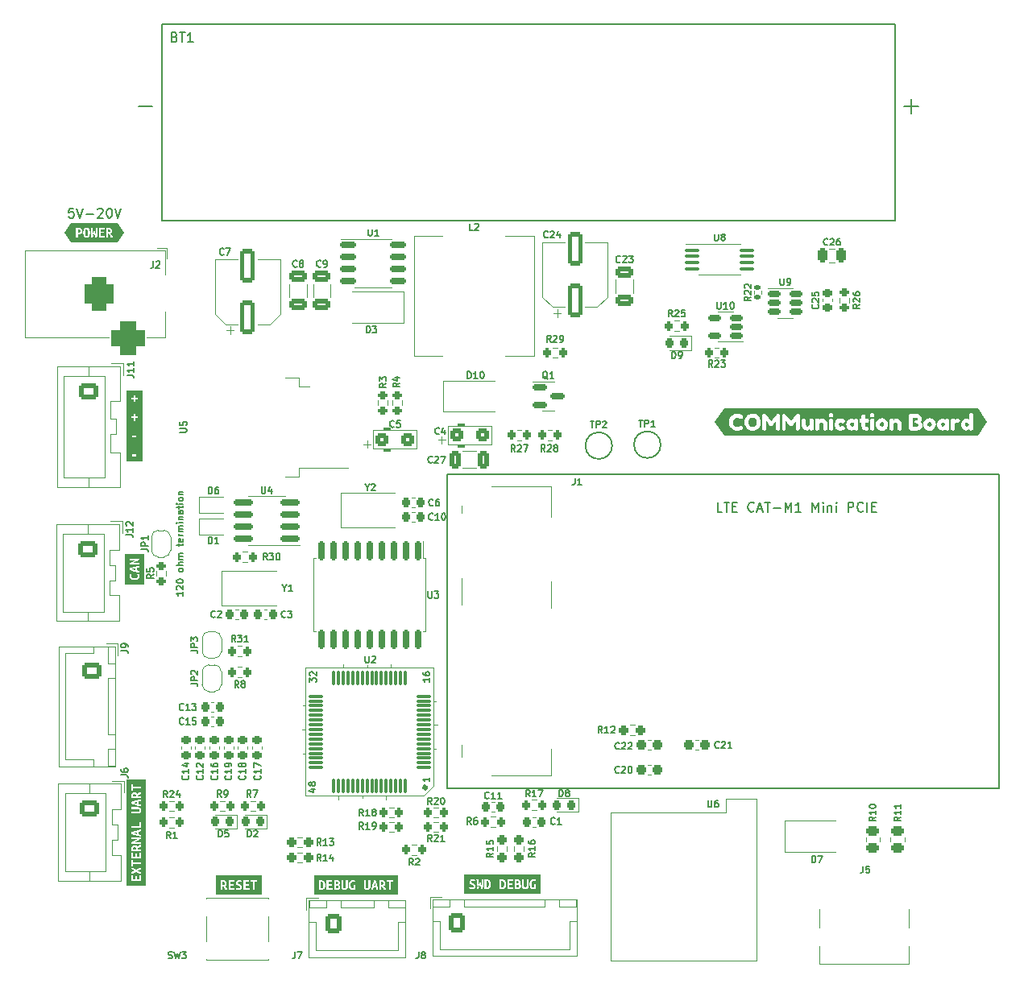
<source format=gbr>
%TF.GenerationSoftware,KiCad,Pcbnew,(6.0.6)*%
%TF.CreationDate,2022-10-20T14:17:53+09:00*%
%TF.ProjectId,LTE-base-H1,4c54452d-6261-4736-952d-48312e6b6963,rev?*%
%TF.SameCoordinates,Original*%
%TF.FileFunction,Legend,Top*%
%TF.FilePolarity,Positive*%
%FSLAX46Y46*%
G04 Gerber Fmt 4.6, Leading zero omitted, Abs format (unit mm)*
G04 Created by KiCad (PCBNEW (6.0.6)) date 2022-10-20 14:17:53*
%MOMM*%
%LPD*%
G01*
G04 APERTURE LIST*
G04 Aperture macros list*
%AMRoundRect*
0 Rectangle with rounded corners*
0 $1 Rounding radius*
0 $2 $3 $4 $5 $6 $7 $8 $9 X,Y pos of 4 corners*
0 Add a 4 corners polygon primitive as box body*
4,1,4,$2,$3,$4,$5,$6,$7,$8,$9,$2,$3,0*
0 Add four circle primitives for the rounded corners*
1,1,$1+$1,$2,$3*
1,1,$1+$1,$4,$5*
1,1,$1+$1,$6,$7*
1,1,$1+$1,$8,$9*
0 Add four rect primitives between the rounded corners*
20,1,$1+$1,$2,$3,$4,$5,0*
20,1,$1+$1,$4,$5,$6,$7,0*
20,1,$1+$1,$6,$7,$8,$9,0*
20,1,$1+$1,$8,$9,$2,$3,0*%
%AMFreePoly0*
4,1,22,0.500000,-0.750000,0.000000,-0.750000,0.000000,-0.745033,-0.079941,-0.743568,-0.215256,-0.701293,-0.333266,-0.622738,-0.424486,-0.514219,-0.481581,-0.384460,-0.499164,-0.250000,-0.500000,-0.250000,-0.500000,0.250000,-0.499164,0.250000,-0.499963,0.256109,-0.478152,0.396186,-0.417904,0.524511,-0.324060,0.630769,-0.204165,0.706417,-0.067858,0.745374,0.000000,0.744959,0.000000,0.750000,
0.500000,0.750000,0.500000,-0.750000,0.500000,-0.750000,$1*%
%AMFreePoly1*
4,1,20,0.000000,0.744959,0.073905,0.744508,0.209726,0.703889,0.328688,0.626782,0.421226,0.519385,0.479903,0.390333,0.500000,0.250000,0.500000,-0.250000,0.499851,-0.262216,0.476331,-0.402017,0.414519,-0.529596,0.319384,-0.634700,0.198574,-0.708877,0.061801,-0.746166,0.000000,-0.745033,0.000000,-0.750000,-0.500000,-0.750000,-0.500000,0.750000,0.000000,0.750000,0.000000,0.744959,
0.000000,0.744959,$1*%
G04 Aperture macros list end*
%ADD10C,0.150000*%
%ADD11C,0.120000*%
%ADD12C,0.100000*%
%ADD13C,0.127000*%
%ADD14C,0.400000*%
%ADD15RoundRect,0.225000X-0.225000X-0.250000X0.225000X-0.250000X0.225000X0.250000X-0.225000X0.250000X0*%
%ADD16RoundRect,0.250000X0.550000X-1.500000X0.550000X1.500000X-0.550000X1.500000X-0.550000X-1.500000X0*%
%ADD17RoundRect,0.250000X-0.450000X-0.425000X0.450000X-0.425000X0.450000X0.425000X-0.450000X0.425000X0*%
%ADD18C,0.800000*%
%ADD19C,6.400000*%
%ADD20C,6.200000*%
%ADD21RoundRect,0.200000X0.275000X-0.200000X0.275000X0.200000X-0.275000X0.200000X-0.275000X-0.200000X0*%
%ADD22RoundRect,0.200000X0.200000X0.275000X-0.200000X0.275000X-0.200000X-0.275000X0.200000X-0.275000X0*%
%ADD23RoundRect,0.250000X-0.725000X0.600000X-0.725000X-0.600000X0.725000X-0.600000X0.725000X0.600000X0*%
%ADD24O,1.950000X1.700000*%
%ADD25R,4.600000X1.100000*%
%ADD26R,9.400000X10.800000*%
%ADD27R,0.900000X1.350000*%
%ADD28R,1.100000X2.600000*%
%ADD29RoundRect,0.218750X0.218750X0.256250X-0.218750X0.256250X-0.218750X-0.256250X0.218750X-0.256250X0*%
%ADD30R,2.500000X1.800000*%
%ADD31R,0.600000X0.450000*%
%ADD32RoundRect,0.237500X-0.300000X-0.237500X0.300000X-0.237500X0.300000X0.237500X-0.300000X0.237500X0*%
%ADD33R,2.000000X2.400000*%
%ADD34RoundRect,0.237500X-0.250000X-0.237500X0.250000X-0.237500X0.250000X0.237500X-0.250000X0.237500X0*%
%ADD35RoundRect,0.200000X-0.275000X0.200000X-0.275000X-0.200000X0.275000X-0.200000X0.275000X0.200000X0*%
%ADD36RoundRect,0.150000X-0.587500X-0.150000X0.587500X-0.150000X0.587500X0.150000X-0.587500X0.150000X0*%
%ADD37RoundRect,0.250000X-0.450000X0.262500X-0.450000X-0.262500X0.450000X-0.262500X0.450000X0.262500X0*%
%ADD38RoundRect,0.250000X0.650000X-0.325000X0.650000X0.325000X-0.650000X0.325000X-0.650000X-0.325000X0*%
%ADD39RoundRect,0.225000X-0.250000X0.225000X-0.250000X-0.225000X0.250000X-0.225000X0.250000X0.225000X0*%
%ADD40R,5.400000X2.900000*%
%ADD41RoundRect,0.150000X-0.512500X-0.150000X0.512500X-0.150000X0.512500X0.150000X-0.512500X0.150000X0*%
%ADD42RoundRect,0.250000X-0.600000X-0.725000X0.600000X-0.725000X0.600000X0.725000X-0.600000X0.725000X0*%
%ADD43O,1.700000X1.950000*%
%ADD44C,2.000000*%
%ADD45C,1.100000*%
%ADD46C,1.600000*%
%ADD47R,2.000000X0.600000*%
%ADD48R,3.200000X2.300000*%
%ADD49RoundRect,0.135000X0.185000X-0.135000X0.185000X0.135000X-0.185000X0.135000X-0.185000X-0.135000X0*%
%ADD50RoundRect,0.237500X-0.237500X0.250000X-0.237500X-0.250000X0.237500X-0.250000X0.237500X0.250000X0*%
%ADD51RoundRect,0.150000X-0.150000X0.875000X-0.150000X-0.875000X0.150000X-0.875000X0.150000X0.875000X0*%
%ADD52RoundRect,0.200000X-0.200000X-0.275000X0.200000X-0.275000X0.200000X0.275000X-0.200000X0.275000X0*%
%ADD53RoundRect,0.250000X-0.250000X-0.475000X0.250000X-0.475000X0.250000X0.475000X-0.250000X0.475000X0*%
%ADD54RoundRect,0.225000X0.250000X-0.225000X0.250000X0.225000X-0.250000X0.225000X-0.250000X-0.225000X0*%
%ADD55RoundRect,0.150000X-0.675000X-0.150000X0.675000X-0.150000X0.675000X0.150000X-0.675000X0.150000X0*%
%ADD56C,3.550000*%
%ADD57C,2.390000*%
%ADD58C,1.980000*%
%ADD59RoundRect,0.237500X0.250000X0.237500X-0.250000X0.237500X-0.250000X-0.237500X0.250000X-0.237500X0*%
%ADD60RoundRect,0.075000X0.700000X0.075000X-0.700000X0.075000X-0.700000X-0.075000X0.700000X-0.075000X0*%
%ADD61RoundRect,0.075000X0.075000X0.700000X-0.075000X0.700000X-0.075000X-0.700000X0.075000X-0.700000X0*%
%ADD62FreePoly0,270.000000*%
%ADD63FreePoly1,270.000000*%
%ADD64RoundRect,0.150000X0.825000X0.150000X-0.825000X0.150000X-0.825000X-0.150000X0.825000X-0.150000X0*%
%ADD65C,0.650000*%
%ADD66R,0.600000X1.450000*%
%ADD67R,0.300000X1.450000*%
%ADD68O,1.000000X1.600000*%
%ADD69O,1.000000X2.100000*%
%ADD70RoundRect,0.225000X0.225000X0.250000X-0.225000X0.250000X-0.225000X-0.250000X0.225000X-0.250000X0*%
%ADD71RoundRect,0.250000X-0.325000X-0.650000X0.325000X-0.650000X0.325000X0.650000X-0.325000X0.650000X0*%
%ADD72R,1.550000X1.300000*%
%ADD73RoundRect,0.150000X0.512500X0.150000X-0.512500X0.150000X-0.512500X-0.150000X0.512500X-0.150000X0*%
%ADD74RoundRect,0.100000X-0.637500X-0.100000X0.637500X-0.100000X0.637500X0.100000X-0.637500X0.100000X0*%
%ADD75FreePoly0,90.000000*%
%ADD76FreePoly1,90.000000*%
%ADD77R,3.500000X3.500000*%
%ADD78RoundRect,0.750000X-0.750000X-1.000000X0.750000X-1.000000X0.750000X1.000000X-0.750000X1.000000X0*%
%ADD79RoundRect,0.875000X-0.875000X-0.875000X0.875000X-0.875000X0.875000X0.875000X-0.875000X0.875000X0*%
%ADD80RoundRect,0.237500X0.237500X-0.250000X0.237500X0.250000X-0.237500X0.250000X-0.237500X-0.250000X0*%
G04 APERTURE END LIST*
D10*
X199500000Y-135999999D02*
X141500000Y-136000000D01*
X141500000Y-103000000D01*
X199500000Y-103000000D01*
X199500000Y-135999999D01*
X113716666Y-115383333D02*
X113716666Y-115783333D01*
X113716666Y-115583333D02*
X113016666Y-115583333D01*
X113116666Y-115650000D01*
X113183333Y-115716666D01*
X113216666Y-115783333D01*
X113083333Y-115116666D02*
X113050000Y-115083333D01*
X113016666Y-115016666D01*
X113016666Y-114850000D01*
X113050000Y-114783333D01*
X113083333Y-114750000D01*
X113150000Y-114716666D01*
X113216666Y-114716666D01*
X113316666Y-114750000D01*
X113716666Y-115150000D01*
X113716666Y-114716666D01*
X113016666Y-114283333D02*
X113016666Y-114216666D01*
X113050000Y-114150000D01*
X113083333Y-114116666D01*
X113150000Y-114083333D01*
X113283333Y-114050000D01*
X113450000Y-114050000D01*
X113583333Y-114083333D01*
X113650000Y-114116666D01*
X113683333Y-114150000D01*
X113716666Y-114216666D01*
X113716666Y-114283333D01*
X113683333Y-114350000D01*
X113650000Y-114383333D01*
X113583333Y-114416666D01*
X113450000Y-114450000D01*
X113283333Y-114450000D01*
X113150000Y-114416666D01*
X113083333Y-114383333D01*
X113050000Y-114350000D01*
X113016666Y-114283333D01*
X113716666Y-113116666D02*
X113683333Y-113183333D01*
X113650000Y-113216666D01*
X113583333Y-113250000D01*
X113383333Y-113250000D01*
X113316666Y-113216666D01*
X113283333Y-113183333D01*
X113250000Y-113116666D01*
X113250000Y-113016666D01*
X113283333Y-112950000D01*
X113316666Y-112916666D01*
X113383333Y-112883333D01*
X113583333Y-112883333D01*
X113650000Y-112916666D01*
X113683333Y-112950000D01*
X113716666Y-113016666D01*
X113716666Y-113116666D01*
X113716666Y-112583333D02*
X113016666Y-112583333D01*
X113716666Y-112283333D02*
X113350000Y-112283333D01*
X113283333Y-112316666D01*
X113250000Y-112383333D01*
X113250000Y-112483333D01*
X113283333Y-112550000D01*
X113316666Y-112583333D01*
X113716666Y-111950000D02*
X113250000Y-111950000D01*
X113316666Y-111950000D02*
X113283333Y-111916666D01*
X113250000Y-111850000D01*
X113250000Y-111750000D01*
X113283333Y-111683333D01*
X113350000Y-111650000D01*
X113716666Y-111650000D01*
X113350000Y-111650000D02*
X113283333Y-111616666D01*
X113250000Y-111550000D01*
X113250000Y-111450000D01*
X113283333Y-111383333D01*
X113350000Y-111350000D01*
X113716666Y-111350000D01*
X113250000Y-110583333D02*
X113250000Y-110316666D01*
X113016666Y-110483333D02*
X113616666Y-110483333D01*
X113683333Y-110450000D01*
X113716666Y-110383333D01*
X113716666Y-110316666D01*
X113683333Y-109816666D02*
X113716666Y-109883333D01*
X113716666Y-110016666D01*
X113683333Y-110083333D01*
X113616666Y-110116666D01*
X113350000Y-110116666D01*
X113283333Y-110083333D01*
X113250000Y-110016666D01*
X113250000Y-109883333D01*
X113283333Y-109816666D01*
X113350000Y-109783333D01*
X113416666Y-109783333D01*
X113483333Y-110116666D01*
X113716666Y-109483333D02*
X113250000Y-109483333D01*
X113383333Y-109483333D02*
X113316666Y-109450000D01*
X113283333Y-109416666D01*
X113250000Y-109350000D01*
X113250000Y-109283333D01*
X113716666Y-109050000D02*
X113250000Y-109050000D01*
X113316666Y-109050000D02*
X113283333Y-109016666D01*
X113250000Y-108950000D01*
X113250000Y-108850000D01*
X113283333Y-108783333D01*
X113350000Y-108750000D01*
X113716666Y-108750000D01*
X113350000Y-108750000D02*
X113283333Y-108716666D01*
X113250000Y-108650000D01*
X113250000Y-108550000D01*
X113283333Y-108483333D01*
X113350000Y-108450000D01*
X113716666Y-108450000D01*
X113716666Y-108116666D02*
X113250000Y-108116666D01*
X113016666Y-108116666D02*
X113050000Y-108150000D01*
X113083333Y-108116666D01*
X113050000Y-108083333D01*
X113016666Y-108116666D01*
X113083333Y-108116666D01*
X113250000Y-107783333D02*
X113716666Y-107783333D01*
X113316666Y-107783333D02*
X113283333Y-107750000D01*
X113250000Y-107683333D01*
X113250000Y-107583333D01*
X113283333Y-107516666D01*
X113350000Y-107483333D01*
X113716666Y-107483333D01*
X113716666Y-106850000D02*
X113350000Y-106850000D01*
X113283333Y-106883333D01*
X113250000Y-106950000D01*
X113250000Y-107083333D01*
X113283333Y-107150000D01*
X113683333Y-106850000D02*
X113716666Y-106916666D01*
X113716666Y-107083333D01*
X113683333Y-107150000D01*
X113616666Y-107183333D01*
X113550000Y-107183333D01*
X113483333Y-107150000D01*
X113450000Y-107083333D01*
X113450000Y-106916666D01*
X113416666Y-106850000D01*
X113250000Y-106616666D02*
X113250000Y-106350000D01*
X113016666Y-106516666D02*
X113616666Y-106516666D01*
X113683333Y-106483333D01*
X113716666Y-106416666D01*
X113716666Y-106350000D01*
X113716666Y-106116666D02*
X113250000Y-106116666D01*
X113016666Y-106116666D02*
X113050000Y-106150000D01*
X113083333Y-106116666D01*
X113050000Y-106083333D01*
X113016666Y-106116666D01*
X113083333Y-106116666D01*
X113716666Y-105683333D02*
X113683333Y-105750000D01*
X113650000Y-105783333D01*
X113583333Y-105816666D01*
X113383333Y-105816666D01*
X113316666Y-105783333D01*
X113283333Y-105750000D01*
X113250000Y-105683333D01*
X113250000Y-105583333D01*
X113283333Y-105516666D01*
X113316666Y-105483333D01*
X113383333Y-105450000D01*
X113583333Y-105450000D01*
X113650000Y-105483333D01*
X113683333Y-105516666D01*
X113716666Y-105583333D01*
X113716666Y-105683333D01*
X113250000Y-105150000D02*
X113716666Y-105150000D01*
X113316666Y-105150000D02*
X113283333Y-105116666D01*
X113250000Y-105050000D01*
X113250000Y-104950000D01*
X113283333Y-104883333D01*
X113350000Y-104850000D01*
X113716666Y-104850000D01*
X102209523Y-75052380D02*
X101733333Y-75052380D01*
X101685714Y-75528571D01*
X101733333Y-75480952D01*
X101828571Y-75433333D01*
X102066666Y-75433333D01*
X102161904Y-75480952D01*
X102209523Y-75528571D01*
X102257142Y-75623809D01*
X102257142Y-75861904D01*
X102209523Y-75957142D01*
X102161904Y-76004761D01*
X102066666Y-76052380D01*
X101828571Y-76052380D01*
X101733333Y-76004761D01*
X101685714Y-75957142D01*
X102542857Y-75052380D02*
X102876190Y-76052380D01*
X103209523Y-75052380D01*
X103542857Y-75671428D02*
X104304761Y-75671428D01*
X104733333Y-75147619D02*
X104780952Y-75100000D01*
X104876190Y-75052380D01*
X105114285Y-75052380D01*
X105209523Y-75100000D01*
X105257142Y-75147619D01*
X105304761Y-75242857D01*
X105304761Y-75338095D01*
X105257142Y-75480952D01*
X104685714Y-76052380D01*
X105304761Y-76052380D01*
X105923809Y-75052380D02*
X106019047Y-75052380D01*
X106114285Y-75100000D01*
X106161904Y-75147619D01*
X106209523Y-75242857D01*
X106257142Y-75433333D01*
X106257142Y-75671428D01*
X106209523Y-75861904D01*
X106161904Y-75957142D01*
X106114285Y-76004761D01*
X106019047Y-76052380D01*
X105923809Y-76052380D01*
X105828571Y-76004761D01*
X105780952Y-75957142D01*
X105733333Y-75861904D01*
X105685714Y-75671428D01*
X105685714Y-75433333D01*
X105733333Y-75242857D01*
X105780952Y-75147619D01*
X105828571Y-75100000D01*
X105923809Y-75052380D01*
X106542857Y-75052380D02*
X106876190Y-76052380D01*
X107209523Y-75052380D01*
X170366666Y-106952380D02*
X169890476Y-106952380D01*
X169890476Y-105952380D01*
X170557142Y-105952380D02*
X171128571Y-105952380D01*
X170842857Y-106952380D02*
X170842857Y-105952380D01*
X171461904Y-106428571D02*
X171795238Y-106428571D01*
X171938095Y-106952380D02*
X171461904Y-106952380D01*
X171461904Y-105952380D01*
X171938095Y-105952380D01*
X173700000Y-106857142D02*
X173652380Y-106904761D01*
X173509523Y-106952380D01*
X173414285Y-106952380D01*
X173271428Y-106904761D01*
X173176190Y-106809523D01*
X173128571Y-106714285D01*
X173080952Y-106523809D01*
X173080952Y-106380952D01*
X173128571Y-106190476D01*
X173176190Y-106095238D01*
X173271428Y-106000000D01*
X173414285Y-105952380D01*
X173509523Y-105952380D01*
X173652380Y-106000000D01*
X173700000Y-106047619D01*
X174080952Y-106666666D02*
X174557142Y-106666666D01*
X173985714Y-106952380D02*
X174319047Y-105952380D01*
X174652380Y-106952380D01*
X174842857Y-105952380D02*
X175414285Y-105952380D01*
X175128571Y-106952380D02*
X175128571Y-105952380D01*
X175747619Y-106571428D02*
X176509523Y-106571428D01*
X176985714Y-106952380D02*
X176985714Y-105952380D01*
X177319047Y-106666666D01*
X177652380Y-105952380D01*
X177652380Y-106952380D01*
X178652380Y-106952380D02*
X178080952Y-106952380D01*
X178366666Y-106952380D02*
X178366666Y-105952380D01*
X178271428Y-106095238D01*
X178176190Y-106190476D01*
X178080952Y-106238095D01*
X179842857Y-106952380D02*
X179842857Y-105952380D01*
X180176190Y-106666666D01*
X180509523Y-105952380D01*
X180509523Y-106952380D01*
X180985714Y-106952380D02*
X180985714Y-106285714D01*
X180985714Y-105952380D02*
X180938095Y-106000000D01*
X180985714Y-106047619D01*
X181033333Y-106000000D01*
X180985714Y-105952380D01*
X180985714Y-106047619D01*
X181461904Y-106285714D02*
X181461904Y-106952380D01*
X181461904Y-106380952D02*
X181509523Y-106333333D01*
X181604761Y-106285714D01*
X181747619Y-106285714D01*
X181842857Y-106333333D01*
X181890476Y-106428571D01*
X181890476Y-106952380D01*
X182366666Y-106952380D02*
X182366666Y-106285714D01*
X182366666Y-105952380D02*
X182319047Y-106000000D01*
X182366666Y-106047619D01*
X182414285Y-106000000D01*
X182366666Y-105952380D01*
X182366666Y-106047619D01*
X183604761Y-106952380D02*
X183604761Y-105952380D01*
X183985714Y-105952380D01*
X184080952Y-106000000D01*
X184128571Y-106047619D01*
X184176190Y-106142857D01*
X184176190Y-106285714D01*
X184128571Y-106380952D01*
X184080952Y-106428571D01*
X183985714Y-106476190D01*
X183604761Y-106476190D01*
X185176190Y-106857142D02*
X185128571Y-106904761D01*
X184985714Y-106952380D01*
X184890476Y-106952380D01*
X184747619Y-106904761D01*
X184652380Y-106809523D01*
X184604761Y-106714285D01*
X184557142Y-106523809D01*
X184557142Y-106380952D01*
X184604761Y-106190476D01*
X184652380Y-106095238D01*
X184747619Y-106000000D01*
X184890476Y-105952380D01*
X184985714Y-105952380D01*
X185128571Y-106000000D01*
X185176190Y-106047619D01*
X185604761Y-106952380D02*
X185604761Y-105952380D01*
X186080952Y-106428571D02*
X186414285Y-106428571D01*
X186557142Y-106952380D02*
X186080952Y-106952380D01*
X186080952Y-105952380D01*
X186557142Y-105952380D01*
%TO.C,C10*%
X139950000Y-107750000D02*
X139916666Y-107783333D01*
X139816666Y-107816666D01*
X139750000Y-107816666D01*
X139650000Y-107783333D01*
X139583333Y-107716666D01*
X139550000Y-107650000D01*
X139516666Y-107516666D01*
X139516666Y-107416666D01*
X139550000Y-107283333D01*
X139583333Y-107216666D01*
X139650000Y-107150000D01*
X139750000Y-107116666D01*
X139816666Y-107116666D01*
X139916666Y-107150000D01*
X139950000Y-107183333D01*
X140616666Y-107816666D02*
X140216666Y-107816666D01*
X140416666Y-107816666D02*
X140416666Y-107116666D01*
X140350000Y-107216666D01*
X140283333Y-107283333D01*
X140216666Y-107316666D01*
X141050000Y-107116666D02*
X141116666Y-107116666D01*
X141183333Y-107150000D01*
X141216666Y-107183333D01*
X141250000Y-107250000D01*
X141283333Y-107383333D01*
X141283333Y-107550000D01*
X141250000Y-107683333D01*
X141216666Y-107750000D01*
X141183333Y-107783333D01*
X141116666Y-107816666D01*
X141050000Y-107816666D01*
X140983333Y-107783333D01*
X140950000Y-107750000D01*
X140916666Y-107683333D01*
X140883333Y-107550000D01*
X140883333Y-107383333D01*
X140916666Y-107250000D01*
X140950000Y-107183333D01*
X140983333Y-107150000D01*
X141050000Y-107116666D01*
%TO.C,C7*%
X117983333Y-79875000D02*
X117950000Y-79908333D01*
X117850000Y-79941666D01*
X117783333Y-79941666D01*
X117683333Y-79908333D01*
X117616666Y-79841666D01*
X117583333Y-79775000D01*
X117550000Y-79641666D01*
X117550000Y-79541666D01*
X117583333Y-79408333D01*
X117616666Y-79341666D01*
X117683333Y-79275000D01*
X117783333Y-79241666D01*
X117850000Y-79241666D01*
X117950000Y-79275000D01*
X117983333Y-79308333D01*
X118216666Y-79241666D02*
X118683333Y-79241666D01*
X118383333Y-79941666D01*
%TO.C,C5*%
X135883333Y-98000000D02*
X135850000Y-98033333D01*
X135750000Y-98066666D01*
X135683333Y-98066666D01*
X135583333Y-98033333D01*
X135516666Y-97966666D01*
X135483333Y-97900000D01*
X135450000Y-97766666D01*
X135450000Y-97666666D01*
X135483333Y-97533333D01*
X135516666Y-97466666D01*
X135583333Y-97400000D01*
X135683333Y-97366666D01*
X135750000Y-97366666D01*
X135850000Y-97400000D01*
X135883333Y-97433333D01*
X136516666Y-97366666D02*
X136183333Y-97366666D01*
X136150000Y-97700000D01*
X136183333Y-97666666D01*
X136250000Y-97633333D01*
X136416666Y-97633333D01*
X136483333Y-97666666D01*
X136516666Y-97700000D01*
X136550000Y-97766666D01*
X136550000Y-97933333D01*
X136516666Y-98000000D01*
X136483333Y-98033333D01*
X136416666Y-98066666D01*
X136250000Y-98066666D01*
X136183333Y-98033333D01*
X136150000Y-98000000D01*
%TO.C,R5*%
X110616666Y-113516666D02*
X110283333Y-113750000D01*
X110616666Y-113916666D02*
X109916666Y-113916666D01*
X109916666Y-113650000D01*
X109950000Y-113583333D01*
X109983333Y-113550000D01*
X110050000Y-113516666D01*
X110150000Y-113516666D01*
X110216666Y-113550000D01*
X110250000Y-113583333D01*
X110283333Y-113650000D01*
X110283333Y-113916666D01*
X109916666Y-112883333D02*
X109916666Y-113216666D01*
X110250000Y-113250000D01*
X110216666Y-113216666D01*
X110183333Y-113150000D01*
X110183333Y-112983333D01*
X110216666Y-112916666D01*
X110250000Y-112883333D01*
X110316666Y-112850000D01*
X110483333Y-112850000D01*
X110550000Y-112883333D01*
X110583333Y-112916666D01*
X110616666Y-112983333D01*
X110616666Y-113150000D01*
X110583333Y-113216666D01*
X110550000Y-113250000D01*
%TO.C,R6*%
X143983333Y-139816666D02*
X143750000Y-139483333D01*
X143583333Y-139816666D02*
X143583333Y-139116666D01*
X143850000Y-139116666D01*
X143916666Y-139150000D01*
X143950000Y-139183333D01*
X143983333Y-139250000D01*
X143983333Y-139350000D01*
X143950000Y-139416666D01*
X143916666Y-139450000D01*
X143850000Y-139483333D01*
X143583333Y-139483333D01*
X144583333Y-139116666D02*
X144450000Y-139116666D01*
X144383333Y-139150000D01*
X144350000Y-139183333D01*
X144283333Y-139283333D01*
X144250000Y-139416666D01*
X144250000Y-139683333D01*
X144283333Y-139750000D01*
X144316666Y-139783333D01*
X144383333Y-139816666D01*
X144516666Y-139816666D01*
X144583333Y-139783333D01*
X144616666Y-139750000D01*
X144650000Y-139683333D01*
X144650000Y-139516666D01*
X144616666Y-139450000D01*
X144583333Y-139416666D01*
X144516666Y-139383333D01*
X144383333Y-139383333D01*
X144316666Y-139416666D01*
X144283333Y-139450000D01*
X144250000Y-139516666D01*
%TO.C,R8*%
X119558333Y-125416666D02*
X119325000Y-125083333D01*
X119158333Y-125416666D02*
X119158333Y-124716666D01*
X119425000Y-124716666D01*
X119491666Y-124750000D01*
X119525000Y-124783333D01*
X119558333Y-124850000D01*
X119558333Y-124950000D01*
X119525000Y-125016666D01*
X119491666Y-125050000D01*
X119425000Y-125083333D01*
X119158333Y-125083333D01*
X119958333Y-125016666D02*
X119891666Y-124983333D01*
X119858333Y-124950000D01*
X119825000Y-124883333D01*
X119825000Y-124850000D01*
X119858333Y-124783333D01*
X119891666Y-124750000D01*
X119958333Y-124716666D01*
X120091666Y-124716666D01*
X120158333Y-124750000D01*
X120191666Y-124783333D01*
X120225000Y-124850000D01*
X120225000Y-124883333D01*
X120191666Y-124950000D01*
X120158333Y-124983333D01*
X120091666Y-125016666D01*
X119958333Y-125016666D01*
X119891666Y-125050000D01*
X119858333Y-125083333D01*
X119825000Y-125150000D01*
X119825000Y-125283333D01*
X119858333Y-125350000D01*
X119891666Y-125383333D01*
X119958333Y-125416666D01*
X120091666Y-125416666D01*
X120158333Y-125383333D01*
X120191666Y-125350000D01*
X120225000Y-125283333D01*
X120225000Y-125150000D01*
X120191666Y-125083333D01*
X120158333Y-125050000D01*
X120091666Y-125016666D01*
%TO.C,J11*%
X107816666Y-92566666D02*
X108316666Y-92566666D01*
X108416666Y-92600000D01*
X108483333Y-92666666D01*
X108516666Y-92766666D01*
X108516666Y-92833333D01*
X108516666Y-91866666D02*
X108516666Y-92266666D01*
X108516666Y-92066666D02*
X107816666Y-92066666D01*
X107916666Y-92133333D01*
X107983333Y-92200000D01*
X108016666Y-92266666D01*
X108516666Y-91200000D02*
X108516666Y-91600000D01*
X108516666Y-91400000D02*
X107816666Y-91400000D01*
X107916666Y-91466666D01*
X107983333Y-91533333D01*
X108016666Y-91600000D01*
%TO.C,U5*%
X113391666Y-98583333D02*
X113958333Y-98583333D01*
X114025000Y-98550000D01*
X114058333Y-98516666D01*
X114091666Y-98450000D01*
X114091666Y-98316666D01*
X114058333Y-98250000D01*
X114025000Y-98216666D01*
X113958333Y-98183333D01*
X113391666Y-98183333D01*
X113391666Y-97516666D02*
X113391666Y-97850000D01*
X113725000Y-97883333D01*
X113691666Y-97850000D01*
X113658333Y-97783333D01*
X113658333Y-97616666D01*
X113691666Y-97550000D01*
X113725000Y-97516666D01*
X113791666Y-97483333D01*
X113958333Y-97483333D01*
X114025000Y-97516666D01*
X114058333Y-97550000D01*
X114091666Y-97616666D01*
X114091666Y-97783333D01*
X114058333Y-97850000D01*
X114025000Y-97883333D01*
%TO.C,U6*%
X168866666Y-137316666D02*
X168866666Y-137883333D01*
X168900000Y-137950000D01*
X168933333Y-137983333D01*
X169000000Y-138016666D01*
X169133333Y-138016666D01*
X169200000Y-137983333D01*
X169233333Y-137950000D01*
X169266666Y-137883333D01*
X169266666Y-137316666D01*
X169900000Y-137316666D02*
X169766666Y-137316666D01*
X169700000Y-137350000D01*
X169666666Y-137383333D01*
X169600000Y-137483333D01*
X169566666Y-137616666D01*
X169566666Y-137883333D01*
X169600000Y-137950000D01*
X169633333Y-137983333D01*
X169700000Y-138016666D01*
X169833333Y-138016666D01*
X169900000Y-137983333D01*
X169933333Y-137950000D01*
X169966666Y-137883333D01*
X169966666Y-137716666D01*
X169933333Y-137650000D01*
X169900000Y-137616666D01*
X169833333Y-137583333D01*
X169700000Y-137583333D01*
X169633333Y-137616666D01*
X169600000Y-137650000D01*
X169566666Y-137716666D01*
%TO.C,D5*%
X117439333Y-141138666D02*
X117439333Y-140438666D01*
X117606000Y-140438666D01*
X117706000Y-140472000D01*
X117772666Y-140538666D01*
X117806000Y-140605333D01*
X117839333Y-140738666D01*
X117839333Y-140838666D01*
X117806000Y-140972000D01*
X117772666Y-141038666D01*
X117706000Y-141105333D01*
X117606000Y-141138666D01*
X117439333Y-141138666D01*
X118472666Y-140438666D02*
X118139333Y-140438666D01*
X118106000Y-140772000D01*
X118139333Y-140738666D01*
X118206000Y-140705333D01*
X118372666Y-140705333D01*
X118439333Y-140738666D01*
X118472666Y-140772000D01*
X118506000Y-140838666D01*
X118506000Y-141005333D01*
X118472666Y-141072000D01*
X118439333Y-141105333D01*
X118372666Y-141138666D01*
X118206000Y-141138666D01*
X118139333Y-141105333D01*
X118106000Y-141072000D01*
%TO.C,D3*%
X132983333Y-88141666D02*
X132983333Y-87441666D01*
X133150000Y-87441666D01*
X133250000Y-87475000D01*
X133316666Y-87541666D01*
X133350000Y-87608333D01*
X133383333Y-87741666D01*
X133383333Y-87841666D01*
X133350000Y-87975000D01*
X133316666Y-88041666D01*
X133250000Y-88108333D01*
X133150000Y-88141666D01*
X132983333Y-88141666D01*
X133616666Y-87441666D02*
X134050000Y-87441666D01*
X133816666Y-87708333D01*
X133916666Y-87708333D01*
X133983333Y-87741666D01*
X134016666Y-87775000D01*
X134050000Y-87841666D01*
X134050000Y-88008333D01*
X134016666Y-88075000D01*
X133983333Y-88108333D01*
X133916666Y-88141666D01*
X133716666Y-88141666D01*
X133650000Y-88108333D01*
X133616666Y-88075000D01*
%TO.C,R31*%
X119225000Y-120616666D02*
X118991666Y-120283333D01*
X118825000Y-120616666D02*
X118825000Y-119916666D01*
X119091666Y-119916666D01*
X119158333Y-119950000D01*
X119191666Y-119983333D01*
X119225000Y-120050000D01*
X119225000Y-120150000D01*
X119191666Y-120216666D01*
X119158333Y-120250000D01*
X119091666Y-120283333D01*
X118825000Y-120283333D01*
X119458333Y-119916666D02*
X119891666Y-119916666D01*
X119658333Y-120183333D01*
X119758333Y-120183333D01*
X119825000Y-120216666D01*
X119858333Y-120250000D01*
X119891666Y-120316666D01*
X119891666Y-120483333D01*
X119858333Y-120550000D01*
X119825000Y-120583333D01*
X119758333Y-120616666D01*
X119558333Y-120616666D01*
X119491666Y-120583333D01*
X119458333Y-120550000D01*
X120558333Y-120616666D02*
X120158333Y-120616666D01*
X120358333Y-120616666D02*
X120358333Y-119916666D01*
X120291666Y-120016666D01*
X120225000Y-120083333D01*
X120158333Y-120116666D01*
%TO.C,D10*%
X143600000Y-92916666D02*
X143600000Y-92216666D01*
X143766666Y-92216666D01*
X143866666Y-92250000D01*
X143933333Y-92316666D01*
X143966666Y-92383333D01*
X144000000Y-92516666D01*
X144000000Y-92616666D01*
X143966666Y-92750000D01*
X143933333Y-92816666D01*
X143866666Y-92883333D01*
X143766666Y-92916666D01*
X143600000Y-92916666D01*
X144666666Y-92916666D02*
X144266666Y-92916666D01*
X144466666Y-92916666D02*
X144466666Y-92216666D01*
X144400000Y-92316666D01*
X144333333Y-92383333D01*
X144266666Y-92416666D01*
X145100000Y-92216666D02*
X145166666Y-92216666D01*
X145233333Y-92250000D01*
X145266666Y-92283333D01*
X145300000Y-92350000D01*
X145333333Y-92483333D01*
X145333333Y-92650000D01*
X145300000Y-92783333D01*
X145266666Y-92850000D01*
X145233333Y-92883333D01*
X145166666Y-92916666D01*
X145100000Y-92916666D01*
X145033333Y-92883333D01*
X145000000Y-92850000D01*
X144966666Y-92783333D01*
X144933333Y-92650000D01*
X144933333Y-92483333D01*
X144966666Y-92350000D01*
X145000000Y-92283333D01*
X145033333Y-92250000D01*
X145100000Y-92216666D01*
%TO.C,R29*%
X152350000Y-89116666D02*
X152116666Y-88783333D01*
X151950000Y-89116666D02*
X151950000Y-88416666D01*
X152216666Y-88416666D01*
X152283333Y-88450000D01*
X152316666Y-88483333D01*
X152350000Y-88550000D01*
X152350000Y-88650000D01*
X152316666Y-88716666D01*
X152283333Y-88750000D01*
X152216666Y-88783333D01*
X151950000Y-88783333D01*
X152616666Y-88483333D02*
X152650000Y-88450000D01*
X152716666Y-88416666D01*
X152883333Y-88416666D01*
X152950000Y-88450000D01*
X152983333Y-88483333D01*
X153016666Y-88550000D01*
X153016666Y-88616666D01*
X152983333Y-88716666D01*
X152583333Y-89116666D01*
X153016666Y-89116666D01*
X153350000Y-89116666D02*
X153483333Y-89116666D01*
X153550000Y-89083333D01*
X153583333Y-89050000D01*
X153650000Y-88950000D01*
X153683333Y-88816666D01*
X153683333Y-88550000D01*
X153650000Y-88483333D01*
X153616666Y-88450000D01*
X153550000Y-88416666D01*
X153416666Y-88416666D01*
X153350000Y-88450000D01*
X153316666Y-88483333D01*
X153283333Y-88550000D01*
X153283333Y-88716666D01*
X153316666Y-88783333D01*
X153350000Y-88816666D01*
X153416666Y-88850000D01*
X153550000Y-88850000D01*
X153616666Y-88816666D01*
X153650000Y-88783333D01*
X153683333Y-88716666D01*
%TO.C,R3*%
X135066666Y-93466666D02*
X134733333Y-93700000D01*
X135066666Y-93866666D02*
X134366666Y-93866666D01*
X134366666Y-93600000D01*
X134400000Y-93533333D01*
X134433333Y-93500000D01*
X134500000Y-93466666D01*
X134600000Y-93466666D01*
X134666666Y-93500000D01*
X134700000Y-93533333D01*
X134733333Y-93600000D01*
X134733333Y-93866666D01*
X134366666Y-93233333D02*
X134366666Y-92800000D01*
X134633333Y-93033333D01*
X134633333Y-92933333D01*
X134666666Y-92866666D01*
X134700000Y-92833333D01*
X134766666Y-92800000D01*
X134933333Y-92800000D01*
X135000000Y-92833333D01*
X135033333Y-92866666D01*
X135066666Y-92933333D01*
X135066666Y-93133333D01*
X135033333Y-93200000D01*
X135000000Y-93233333D01*
%TO.C,R7*%
X120839333Y-136938666D02*
X120606000Y-136605333D01*
X120439333Y-136938666D02*
X120439333Y-136238666D01*
X120706000Y-136238666D01*
X120772666Y-136272000D01*
X120806000Y-136305333D01*
X120839333Y-136372000D01*
X120839333Y-136472000D01*
X120806000Y-136538666D01*
X120772666Y-136572000D01*
X120706000Y-136605333D01*
X120439333Y-136605333D01*
X121072666Y-136238666D02*
X121539333Y-136238666D01*
X121239333Y-136938666D01*
%TO.C,C6*%
X139983333Y-106250000D02*
X139950000Y-106283333D01*
X139850000Y-106316666D01*
X139783333Y-106316666D01*
X139683333Y-106283333D01*
X139616666Y-106216666D01*
X139583333Y-106150000D01*
X139550000Y-106016666D01*
X139550000Y-105916666D01*
X139583333Y-105783333D01*
X139616666Y-105716666D01*
X139683333Y-105650000D01*
X139783333Y-105616666D01*
X139850000Y-105616666D01*
X139950000Y-105650000D01*
X139983333Y-105683333D01*
X140583333Y-105616666D02*
X140450000Y-105616666D01*
X140383333Y-105650000D01*
X140350000Y-105683333D01*
X140283333Y-105783333D01*
X140250000Y-105916666D01*
X140250000Y-106183333D01*
X140283333Y-106250000D01*
X140316666Y-106283333D01*
X140383333Y-106316666D01*
X140516666Y-106316666D01*
X140583333Y-106283333D01*
X140616666Y-106250000D01*
X140650000Y-106183333D01*
X140650000Y-106016666D01*
X140616666Y-105950000D01*
X140583333Y-105916666D01*
X140516666Y-105883333D01*
X140383333Y-105883333D01*
X140316666Y-105916666D01*
X140283333Y-105950000D01*
X140250000Y-106016666D01*
%TO.C,D1*%
X116383333Y-110316666D02*
X116383333Y-109616666D01*
X116550000Y-109616666D01*
X116650000Y-109650000D01*
X116716666Y-109716666D01*
X116750000Y-109783333D01*
X116783333Y-109916666D01*
X116783333Y-110016666D01*
X116750000Y-110150000D01*
X116716666Y-110216666D01*
X116650000Y-110283333D01*
X116550000Y-110316666D01*
X116383333Y-110316666D01*
X117450000Y-110316666D02*
X117050000Y-110316666D01*
X117250000Y-110316666D02*
X117250000Y-109616666D01*
X117183333Y-109716666D01*
X117116666Y-109783333D01*
X117050000Y-109816666D01*
%TO.C,D2*%
X120489333Y-141138666D02*
X120489333Y-140438666D01*
X120656000Y-140438666D01*
X120756000Y-140472000D01*
X120822666Y-140538666D01*
X120856000Y-140605333D01*
X120889333Y-140738666D01*
X120889333Y-140838666D01*
X120856000Y-140972000D01*
X120822666Y-141038666D01*
X120756000Y-141105333D01*
X120656000Y-141138666D01*
X120489333Y-141138666D01*
X121156000Y-140505333D02*
X121189333Y-140472000D01*
X121256000Y-140438666D01*
X121422666Y-140438666D01*
X121489333Y-140472000D01*
X121522666Y-140505333D01*
X121556000Y-140572000D01*
X121556000Y-140638666D01*
X121522666Y-140738666D01*
X121122666Y-141138666D01*
X121556000Y-141138666D01*
%TO.C,R26*%
X184816666Y-85150000D02*
X184483333Y-85383333D01*
X184816666Y-85550000D02*
X184116666Y-85550000D01*
X184116666Y-85283333D01*
X184150000Y-85216666D01*
X184183333Y-85183333D01*
X184250000Y-85150000D01*
X184350000Y-85150000D01*
X184416666Y-85183333D01*
X184450000Y-85216666D01*
X184483333Y-85283333D01*
X184483333Y-85550000D01*
X184183333Y-84883333D02*
X184150000Y-84850000D01*
X184116666Y-84783333D01*
X184116666Y-84616666D01*
X184150000Y-84550000D01*
X184183333Y-84516666D01*
X184250000Y-84483333D01*
X184316666Y-84483333D01*
X184416666Y-84516666D01*
X184816666Y-84916666D01*
X184816666Y-84483333D01*
X184116666Y-83883333D02*
X184116666Y-84016666D01*
X184150000Y-84083333D01*
X184183333Y-84116666D01*
X184283333Y-84183333D01*
X184416666Y-84216666D01*
X184683333Y-84216666D01*
X184750000Y-84183333D01*
X184783333Y-84150000D01*
X184816666Y-84083333D01*
X184816666Y-83950000D01*
X184783333Y-83883333D01*
X184750000Y-83850000D01*
X184683333Y-83816666D01*
X184516666Y-83816666D01*
X184450000Y-83850000D01*
X184416666Y-83883333D01*
X184383333Y-83950000D01*
X184383333Y-84083333D01*
X184416666Y-84150000D01*
X184450000Y-84183333D01*
X184516666Y-84216666D01*
%TO.C,C21*%
X170050000Y-131750000D02*
X170016666Y-131783333D01*
X169916666Y-131816666D01*
X169850000Y-131816666D01*
X169750000Y-131783333D01*
X169683333Y-131716666D01*
X169650000Y-131650000D01*
X169616666Y-131516666D01*
X169616666Y-131416666D01*
X169650000Y-131283333D01*
X169683333Y-131216666D01*
X169750000Y-131150000D01*
X169850000Y-131116666D01*
X169916666Y-131116666D01*
X170016666Y-131150000D01*
X170050000Y-131183333D01*
X170316666Y-131183333D02*
X170350000Y-131150000D01*
X170416666Y-131116666D01*
X170583333Y-131116666D01*
X170650000Y-131150000D01*
X170683333Y-131183333D01*
X170716666Y-131250000D01*
X170716666Y-131316666D01*
X170683333Y-131416666D01*
X170283333Y-131816666D01*
X170716666Y-131816666D01*
X171383333Y-131816666D02*
X170983333Y-131816666D01*
X171183333Y-131816666D02*
X171183333Y-131116666D01*
X171116666Y-131216666D01*
X171050000Y-131283333D01*
X170983333Y-131316666D01*
%TO.C,Y2*%
X133066666Y-104383333D02*
X133066666Y-104716666D01*
X132833333Y-104016666D02*
X133066666Y-104383333D01*
X133300000Y-104016666D01*
X133500000Y-104083333D02*
X133533333Y-104050000D01*
X133600000Y-104016666D01*
X133766666Y-104016666D01*
X133833333Y-104050000D01*
X133866666Y-104083333D01*
X133900000Y-104150000D01*
X133900000Y-104216666D01*
X133866666Y-104316666D01*
X133466666Y-104716666D01*
X133900000Y-104716666D01*
%TO.C,R13*%
X128200000Y-142016666D02*
X127966666Y-141683333D01*
X127800000Y-142016666D02*
X127800000Y-141316666D01*
X128066666Y-141316666D01*
X128133333Y-141350000D01*
X128166666Y-141383333D01*
X128200000Y-141450000D01*
X128200000Y-141550000D01*
X128166666Y-141616666D01*
X128133333Y-141650000D01*
X128066666Y-141683333D01*
X127800000Y-141683333D01*
X128866666Y-142016666D02*
X128466666Y-142016666D01*
X128666666Y-142016666D02*
X128666666Y-141316666D01*
X128600000Y-141416666D01*
X128533333Y-141483333D01*
X128466666Y-141516666D01*
X129100000Y-141316666D02*
X129533333Y-141316666D01*
X129300000Y-141583333D01*
X129400000Y-141583333D01*
X129466666Y-141616666D01*
X129500000Y-141650000D01*
X129533333Y-141716666D01*
X129533333Y-141883333D01*
X129500000Y-141950000D01*
X129466666Y-141983333D01*
X129400000Y-142016666D01*
X129200000Y-142016666D01*
X129133333Y-141983333D01*
X129100000Y-141950000D01*
%TO.C,R4*%
X136466666Y-93416666D02*
X136133333Y-93650000D01*
X136466666Y-93816666D02*
X135766666Y-93816666D01*
X135766666Y-93550000D01*
X135800000Y-93483333D01*
X135833333Y-93450000D01*
X135900000Y-93416666D01*
X136000000Y-93416666D01*
X136066666Y-93450000D01*
X136100000Y-93483333D01*
X136133333Y-93550000D01*
X136133333Y-93816666D01*
X136000000Y-92816666D02*
X136466666Y-92816666D01*
X135733333Y-92983333D02*
X136233333Y-93150000D01*
X136233333Y-92716666D01*
%TO.C,Q1*%
X152033333Y-92983333D02*
X151966666Y-92950000D01*
X151900000Y-92883333D01*
X151800000Y-92783333D01*
X151733333Y-92750000D01*
X151666666Y-92750000D01*
X151700000Y-92916666D02*
X151633333Y-92883333D01*
X151566666Y-92816666D01*
X151533333Y-92683333D01*
X151533333Y-92450000D01*
X151566666Y-92316666D01*
X151633333Y-92250000D01*
X151700000Y-92216666D01*
X151833333Y-92216666D01*
X151900000Y-92250000D01*
X151966666Y-92316666D01*
X152000000Y-92450000D01*
X152000000Y-92683333D01*
X151966666Y-92816666D01*
X151900000Y-92883333D01*
X151833333Y-92916666D01*
X151700000Y-92916666D01*
X152666666Y-92916666D02*
X152266666Y-92916666D01*
X152466666Y-92916666D02*
X152466666Y-92216666D01*
X152400000Y-92316666D01*
X152333333Y-92383333D01*
X152266666Y-92416666D01*
%TO.C,R11*%
X189116666Y-139050000D02*
X188783333Y-139283333D01*
X189116666Y-139450000D02*
X188416666Y-139450000D01*
X188416666Y-139183333D01*
X188450000Y-139116666D01*
X188483333Y-139083333D01*
X188550000Y-139050000D01*
X188650000Y-139050000D01*
X188716666Y-139083333D01*
X188750000Y-139116666D01*
X188783333Y-139183333D01*
X188783333Y-139450000D01*
X189116666Y-138383333D02*
X189116666Y-138783333D01*
X189116666Y-138583333D02*
X188416666Y-138583333D01*
X188516666Y-138650000D01*
X188583333Y-138716666D01*
X188616666Y-138783333D01*
X189116666Y-137716666D02*
X189116666Y-138116666D01*
X189116666Y-137916666D02*
X188416666Y-137916666D01*
X188516666Y-137983333D01*
X188583333Y-138050000D01*
X188616666Y-138116666D01*
%TO.C,R10*%
X186516666Y-139050000D02*
X186183333Y-139283333D01*
X186516666Y-139450000D02*
X185816666Y-139450000D01*
X185816666Y-139183333D01*
X185850000Y-139116666D01*
X185883333Y-139083333D01*
X185950000Y-139050000D01*
X186050000Y-139050000D01*
X186116666Y-139083333D01*
X186150000Y-139116666D01*
X186183333Y-139183333D01*
X186183333Y-139450000D01*
X186516666Y-138383333D02*
X186516666Y-138783333D01*
X186516666Y-138583333D02*
X185816666Y-138583333D01*
X185916666Y-138650000D01*
X185983333Y-138716666D01*
X186016666Y-138783333D01*
X185816666Y-137950000D02*
X185816666Y-137883333D01*
X185850000Y-137816666D01*
X185883333Y-137783333D01*
X185950000Y-137750000D01*
X186083333Y-137716666D01*
X186250000Y-137716666D01*
X186383333Y-137750000D01*
X186450000Y-137783333D01*
X186483333Y-137816666D01*
X186516666Y-137883333D01*
X186516666Y-137950000D01*
X186483333Y-138016666D01*
X186450000Y-138050000D01*
X186383333Y-138083333D01*
X186250000Y-138116666D01*
X186083333Y-138116666D01*
X185950000Y-138083333D01*
X185883333Y-138050000D01*
X185850000Y-138016666D01*
X185816666Y-137950000D01*
%TO.C,C9*%
X128183333Y-81150000D02*
X128150000Y-81183333D01*
X128050000Y-81216666D01*
X127983333Y-81216666D01*
X127883333Y-81183333D01*
X127816666Y-81116666D01*
X127783333Y-81050000D01*
X127750000Y-80916666D01*
X127750000Y-80816666D01*
X127783333Y-80683333D01*
X127816666Y-80616666D01*
X127883333Y-80550000D01*
X127983333Y-80516666D01*
X128050000Y-80516666D01*
X128150000Y-80550000D01*
X128183333Y-80583333D01*
X128516666Y-81216666D02*
X128650000Y-81216666D01*
X128716666Y-81183333D01*
X128750000Y-81150000D01*
X128816666Y-81050000D01*
X128850000Y-80916666D01*
X128850000Y-80650000D01*
X128816666Y-80583333D01*
X128783333Y-80550000D01*
X128716666Y-80516666D01*
X128583333Y-80516666D01*
X128516666Y-80550000D01*
X128483333Y-80583333D01*
X128450000Y-80650000D01*
X128450000Y-80816666D01*
X128483333Y-80883333D01*
X128516666Y-80916666D01*
X128583333Y-80950000D01*
X128716666Y-80950000D01*
X128783333Y-80916666D01*
X128816666Y-80883333D01*
X128850000Y-80816666D01*
%TO.C,R1*%
X112405333Y-141286666D02*
X112172000Y-140953333D01*
X112005333Y-141286666D02*
X112005333Y-140586666D01*
X112272000Y-140586666D01*
X112338666Y-140620000D01*
X112372000Y-140653333D01*
X112405333Y-140720000D01*
X112405333Y-140820000D01*
X112372000Y-140886666D01*
X112338666Y-140920000D01*
X112272000Y-140953333D01*
X112005333Y-140953333D01*
X113072000Y-141286666D02*
X112672000Y-141286666D01*
X112872000Y-141286666D02*
X112872000Y-140586666D01*
X112805333Y-140686666D01*
X112738666Y-140753333D01*
X112672000Y-140786666D01*
%TO.C,C12*%
X115750000Y-134700000D02*
X115783333Y-134733333D01*
X115816666Y-134833333D01*
X115816666Y-134900000D01*
X115783333Y-135000000D01*
X115716666Y-135066666D01*
X115650000Y-135100000D01*
X115516666Y-135133333D01*
X115416666Y-135133333D01*
X115283333Y-135100000D01*
X115216666Y-135066666D01*
X115150000Y-135000000D01*
X115116666Y-134900000D01*
X115116666Y-134833333D01*
X115150000Y-134733333D01*
X115183333Y-134700000D01*
X115816666Y-134033333D02*
X115816666Y-134433333D01*
X115816666Y-134233333D02*
X115116666Y-134233333D01*
X115216666Y-134300000D01*
X115283333Y-134366666D01*
X115316666Y-134433333D01*
X115183333Y-133766666D02*
X115150000Y-133733333D01*
X115116666Y-133666666D01*
X115116666Y-133500000D01*
X115150000Y-133433333D01*
X115183333Y-133400000D01*
X115250000Y-133366666D01*
X115316666Y-133366666D01*
X115416666Y-133400000D01*
X115816666Y-133800000D01*
X115816666Y-133366666D01*
%TO.C,L2*%
X144183333Y-77341666D02*
X143850000Y-77341666D01*
X143850000Y-76641666D01*
X144383333Y-76708333D02*
X144416666Y-76675000D01*
X144483333Y-76641666D01*
X144650000Y-76641666D01*
X144716666Y-76675000D01*
X144750000Y-76708333D01*
X144783333Y-76775000D01*
X144783333Y-76841666D01*
X144750000Y-76941666D01*
X144350000Y-77341666D01*
X144783333Y-77341666D01*
%TO.C,U9*%
X176466666Y-82416666D02*
X176466666Y-82983333D01*
X176500000Y-83050000D01*
X176533333Y-83083333D01*
X176600000Y-83116666D01*
X176733333Y-83116666D01*
X176800000Y-83083333D01*
X176833333Y-83050000D01*
X176866666Y-82983333D01*
X176866666Y-82416666D01*
X177233333Y-83116666D02*
X177366666Y-83116666D01*
X177433333Y-83083333D01*
X177466666Y-83050000D01*
X177533333Y-82950000D01*
X177566666Y-82816666D01*
X177566666Y-82550000D01*
X177533333Y-82483333D01*
X177500000Y-82450000D01*
X177433333Y-82416666D01*
X177300000Y-82416666D01*
X177233333Y-82450000D01*
X177200000Y-82483333D01*
X177166666Y-82550000D01*
X177166666Y-82716666D01*
X177200000Y-82783333D01*
X177233333Y-82816666D01*
X177300000Y-82850000D01*
X177433333Y-82850000D01*
X177500000Y-82816666D01*
X177533333Y-82783333D01*
X177566666Y-82716666D01*
%TO.C,J7*%
X125466666Y-153216666D02*
X125466666Y-153716666D01*
X125433333Y-153816666D01*
X125366666Y-153883333D01*
X125266666Y-153916666D01*
X125200000Y-153916666D01*
X125733333Y-153216666D02*
X126200000Y-153216666D01*
X125900000Y-153916666D01*
%TO.C,TP2*%
X156516666Y-97416666D02*
X156916666Y-97416666D01*
X156716666Y-98116666D02*
X156716666Y-97416666D01*
X157150000Y-98116666D02*
X157150000Y-97416666D01*
X157416666Y-97416666D01*
X157483333Y-97450000D01*
X157516666Y-97483333D01*
X157550000Y-97550000D01*
X157550000Y-97650000D01*
X157516666Y-97716666D01*
X157483333Y-97750000D01*
X157416666Y-97783333D01*
X157150000Y-97783333D01*
X157816666Y-97483333D02*
X157850000Y-97450000D01*
X157916666Y-97416666D01*
X158083333Y-97416666D01*
X158150000Y-97450000D01*
X158183333Y-97483333D01*
X158216666Y-97550000D01*
X158216666Y-97616666D01*
X158183333Y-97716666D01*
X157783333Y-98116666D01*
X158216666Y-98116666D01*
%TO.C,J1*%
X154891666Y-103416666D02*
X154891666Y-103916666D01*
X154858333Y-104016666D01*
X154791666Y-104083333D01*
X154691666Y-104116666D01*
X154625000Y-104116666D01*
X155591666Y-104116666D02*
X155191666Y-104116666D01*
X155391666Y-104116666D02*
X155391666Y-103416666D01*
X155325000Y-103516666D01*
X155258333Y-103583333D01*
X155191666Y-103616666D01*
%TO.C,R22*%
X173416666Y-84350000D02*
X173083333Y-84583333D01*
X173416666Y-84750000D02*
X172716666Y-84750000D01*
X172716666Y-84483333D01*
X172750000Y-84416666D01*
X172783333Y-84383333D01*
X172850000Y-84350000D01*
X172950000Y-84350000D01*
X173016666Y-84383333D01*
X173050000Y-84416666D01*
X173083333Y-84483333D01*
X173083333Y-84750000D01*
X172783333Y-84083333D02*
X172750000Y-84050000D01*
X172716666Y-83983333D01*
X172716666Y-83816666D01*
X172750000Y-83750000D01*
X172783333Y-83716666D01*
X172850000Y-83683333D01*
X172916666Y-83683333D01*
X173016666Y-83716666D01*
X173416666Y-84116666D01*
X173416666Y-83683333D01*
X172783333Y-83416666D02*
X172750000Y-83383333D01*
X172716666Y-83316666D01*
X172716666Y-83150000D01*
X172750000Y-83083333D01*
X172783333Y-83050000D01*
X172850000Y-83016666D01*
X172916666Y-83016666D01*
X173016666Y-83050000D01*
X173416666Y-83450000D01*
X173416666Y-83016666D01*
%TO.C,C2*%
X117083333Y-118000000D02*
X117050000Y-118033333D01*
X116950000Y-118066666D01*
X116883333Y-118066666D01*
X116783333Y-118033333D01*
X116716666Y-117966666D01*
X116683333Y-117900000D01*
X116650000Y-117766666D01*
X116650000Y-117666666D01*
X116683333Y-117533333D01*
X116716666Y-117466666D01*
X116783333Y-117400000D01*
X116883333Y-117366666D01*
X116950000Y-117366666D01*
X117050000Y-117400000D01*
X117083333Y-117433333D01*
X117350000Y-117433333D02*
X117383333Y-117400000D01*
X117450000Y-117366666D01*
X117616666Y-117366666D01*
X117683333Y-117400000D01*
X117716666Y-117433333D01*
X117750000Y-117500000D01*
X117750000Y-117566666D01*
X117716666Y-117666666D01*
X117316666Y-118066666D01*
X117750000Y-118066666D01*
%TO.C,C22*%
X159550000Y-131850000D02*
X159516666Y-131883333D01*
X159416666Y-131916666D01*
X159350000Y-131916666D01*
X159250000Y-131883333D01*
X159183333Y-131816666D01*
X159150000Y-131750000D01*
X159116666Y-131616666D01*
X159116666Y-131516666D01*
X159150000Y-131383333D01*
X159183333Y-131316666D01*
X159250000Y-131250000D01*
X159350000Y-131216666D01*
X159416666Y-131216666D01*
X159516666Y-131250000D01*
X159550000Y-131283333D01*
X159816666Y-131283333D02*
X159850000Y-131250000D01*
X159916666Y-131216666D01*
X160083333Y-131216666D01*
X160150000Y-131250000D01*
X160183333Y-131283333D01*
X160216666Y-131350000D01*
X160216666Y-131416666D01*
X160183333Y-131516666D01*
X159783333Y-131916666D01*
X160216666Y-131916666D01*
X160483333Y-131283333D02*
X160516666Y-131250000D01*
X160583333Y-131216666D01*
X160750000Y-131216666D01*
X160816666Y-131250000D01*
X160850000Y-131283333D01*
X160883333Y-131350000D01*
X160883333Y-131416666D01*
X160850000Y-131516666D01*
X160450000Y-131916666D01*
X160883333Y-131916666D01*
%TO.C,C17*%
X121800000Y-134700000D02*
X121833333Y-134733333D01*
X121866666Y-134833333D01*
X121866666Y-134900000D01*
X121833333Y-135000000D01*
X121766666Y-135066666D01*
X121700000Y-135100000D01*
X121566666Y-135133333D01*
X121466666Y-135133333D01*
X121333333Y-135100000D01*
X121266666Y-135066666D01*
X121200000Y-135000000D01*
X121166666Y-134900000D01*
X121166666Y-134833333D01*
X121200000Y-134733333D01*
X121233333Y-134700000D01*
X121866666Y-134033333D02*
X121866666Y-134433333D01*
X121866666Y-134233333D02*
X121166666Y-134233333D01*
X121266666Y-134300000D01*
X121333333Y-134366666D01*
X121366666Y-134433333D01*
X121166666Y-133800000D02*
X121166666Y-133333333D01*
X121866666Y-133633333D01*
%TO.C,R15*%
X146316666Y-142850000D02*
X145983333Y-143083333D01*
X146316666Y-143250000D02*
X145616666Y-143250000D01*
X145616666Y-142983333D01*
X145650000Y-142916666D01*
X145683333Y-142883333D01*
X145750000Y-142850000D01*
X145850000Y-142850000D01*
X145916666Y-142883333D01*
X145950000Y-142916666D01*
X145983333Y-142983333D01*
X145983333Y-143250000D01*
X146316666Y-142183333D02*
X146316666Y-142583333D01*
X146316666Y-142383333D02*
X145616666Y-142383333D01*
X145716666Y-142450000D01*
X145783333Y-142516666D01*
X145816666Y-142583333D01*
X145616666Y-141550000D02*
X145616666Y-141883333D01*
X145950000Y-141916666D01*
X145916666Y-141883333D01*
X145883333Y-141816666D01*
X145883333Y-141650000D01*
X145916666Y-141583333D01*
X145950000Y-141550000D01*
X146016666Y-141516666D01*
X146183333Y-141516666D01*
X146250000Y-141550000D01*
X146283333Y-141583333D01*
X146316666Y-141650000D01*
X146316666Y-141816666D01*
X146283333Y-141883333D01*
X146250000Y-141916666D01*
%TO.C,C19*%
X118750000Y-134700000D02*
X118783333Y-134733333D01*
X118816666Y-134833333D01*
X118816666Y-134900000D01*
X118783333Y-135000000D01*
X118716666Y-135066666D01*
X118650000Y-135100000D01*
X118516666Y-135133333D01*
X118416666Y-135133333D01*
X118283333Y-135100000D01*
X118216666Y-135066666D01*
X118150000Y-135000000D01*
X118116666Y-134900000D01*
X118116666Y-134833333D01*
X118150000Y-134733333D01*
X118183333Y-134700000D01*
X118816666Y-134033333D02*
X118816666Y-134433333D01*
X118816666Y-134233333D02*
X118116666Y-134233333D01*
X118216666Y-134300000D01*
X118283333Y-134366666D01*
X118316666Y-134433333D01*
X118816666Y-133700000D02*
X118816666Y-133566666D01*
X118783333Y-133500000D01*
X118750000Y-133466666D01*
X118650000Y-133400000D01*
X118516666Y-133366666D01*
X118250000Y-133366666D01*
X118183333Y-133400000D01*
X118150000Y-133433333D01*
X118116666Y-133500000D01*
X118116666Y-133633333D01*
X118150000Y-133700000D01*
X118183333Y-133733333D01*
X118250000Y-133766666D01*
X118416666Y-133766666D01*
X118483333Y-133733333D01*
X118516666Y-133700000D01*
X118550000Y-133633333D01*
X118550000Y-133500000D01*
X118516666Y-133433333D01*
X118483333Y-133400000D01*
X118416666Y-133366666D01*
%TO.C,C11*%
X145850000Y-137050000D02*
X145816666Y-137083333D01*
X145716666Y-137116666D01*
X145650000Y-137116666D01*
X145550000Y-137083333D01*
X145483333Y-137016666D01*
X145450000Y-136950000D01*
X145416666Y-136816666D01*
X145416666Y-136716666D01*
X145450000Y-136583333D01*
X145483333Y-136516666D01*
X145550000Y-136450000D01*
X145650000Y-136416666D01*
X145716666Y-136416666D01*
X145816666Y-136450000D01*
X145850000Y-136483333D01*
X146516666Y-137116666D02*
X146116666Y-137116666D01*
X146316666Y-137116666D02*
X146316666Y-136416666D01*
X146250000Y-136516666D01*
X146183333Y-136583333D01*
X146116666Y-136616666D01*
X147183333Y-137116666D02*
X146783333Y-137116666D01*
X146983333Y-137116666D02*
X146983333Y-136416666D01*
X146916666Y-136516666D01*
X146850000Y-136583333D01*
X146783333Y-136616666D01*
%TO.C,R9*%
X117739333Y-136938666D02*
X117506000Y-136605333D01*
X117339333Y-136938666D02*
X117339333Y-136238666D01*
X117606000Y-136238666D01*
X117672666Y-136272000D01*
X117706000Y-136305333D01*
X117739333Y-136372000D01*
X117739333Y-136472000D01*
X117706000Y-136538666D01*
X117672666Y-136572000D01*
X117606000Y-136605333D01*
X117339333Y-136605333D01*
X118072666Y-136938666D02*
X118206000Y-136938666D01*
X118272666Y-136905333D01*
X118306000Y-136872000D01*
X118372666Y-136772000D01*
X118406000Y-136638666D01*
X118406000Y-136372000D01*
X118372666Y-136305333D01*
X118339333Y-136272000D01*
X118272666Y-136238666D01*
X118139333Y-136238666D01*
X118072666Y-136272000D01*
X118039333Y-136305333D01*
X118006000Y-136372000D01*
X118006000Y-136538666D01*
X118039333Y-136605333D01*
X118072666Y-136638666D01*
X118139333Y-136672000D01*
X118272666Y-136672000D01*
X118339333Y-136638666D01*
X118372666Y-136605333D01*
X118406000Y-136538666D01*
%TO.C,D7*%
X179783333Y-143816666D02*
X179783333Y-143116666D01*
X179950000Y-143116666D01*
X180050000Y-143150000D01*
X180116666Y-143216666D01*
X180150000Y-143283333D01*
X180183333Y-143416666D01*
X180183333Y-143516666D01*
X180150000Y-143650000D01*
X180116666Y-143716666D01*
X180050000Y-143783333D01*
X179950000Y-143816666D01*
X179783333Y-143816666D01*
X180416666Y-143116666D02*
X180883333Y-143116666D01*
X180583333Y-143816666D01*
%TO.C,C14*%
X114250000Y-134700000D02*
X114283333Y-134733333D01*
X114316666Y-134833333D01*
X114316666Y-134900000D01*
X114283333Y-135000000D01*
X114216666Y-135066666D01*
X114150000Y-135100000D01*
X114016666Y-135133333D01*
X113916666Y-135133333D01*
X113783333Y-135100000D01*
X113716666Y-135066666D01*
X113650000Y-135000000D01*
X113616666Y-134900000D01*
X113616666Y-134833333D01*
X113650000Y-134733333D01*
X113683333Y-134700000D01*
X114316666Y-134033333D02*
X114316666Y-134433333D01*
X114316666Y-134233333D02*
X113616666Y-134233333D01*
X113716666Y-134300000D01*
X113783333Y-134366666D01*
X113816666Y-134433333D01*
X113850000Y-133433333D02*
X114316666Y-133433333D01*
X113583333Y-133600000D02*
X114083333Y-133766666D01*
X114083333Y-133333333D01*
%TO.C,U3*%
X139466666Y-115316666D02*
X139466666Y-115883333D01*
X139500000Y-115950000D01*
X139533333Y-115983333D01*
X139600000Y-116016666D01*
X139733333Y-116016666D01*
X139800000Y-115983333D01*
X139833333Y-115950000D01*
X139866666Y-115883333D01*
X139866666Y-115316666D01*
X140133333Y-115316666D02*
X140566666Y-115316666D01*
X140333333Y-115583333D01*
X140433333Y-115583333D01*
X140500000Y-115616666D01*
X140533333Y-115650000D01*
X140566666Y-115716666D01*
X140566666Y-115883333D01*
X140533333Y-115950000D01*
X140500000Y-115983333D01*
X140433333Y-116016666D01*
X140233333Y-116016666D01*
X140166666Y-115983333D01*
X140133333Y-115950000D01*
%TO.C,Y1*%
X124366666Y-114983333D02*
X124366666Y-115316666D01*
X124133333Y-114616666D02*
X124366666Y-114983333D01*
X124600000Y-114616666D01*
X125200000Y-115316666D02*
X124800000Y-115316666D01*
X125000000Y-115316666D02*
X125000000Y-114616666D01*
X124933333Y-114716666D01*
X124866666Y-114783333D01*
X124800000Y-114816666D01*
%TO.C,TP1*%
X161616666Y-97316666D02*
X162016666Y-97316666D01*
X161816666Y-98016666D02*
X161816666Y-97316666D01*
X162250000Y-98016666D02*
X162250000Y-97316666D01*
X162516666Y-97316666D01*
X162583333Y-97350000D01*
X162616666Y-97383333D01*
X162650000Y-97450000D01*
X162650000Y-97550000D01*
X162616666Y-97616666D01*
X162583333Y-97650000D01*
X162516666Y-97683333D01*
X162250000Y-97683333D01*
X163316666Y-98016666D02*
X162916666Y-98016666D01*
X163116666Y-98016666D02*
X163116666Y-97316666D01*
X163050000Y-97416666D01*
X162983333Y-97483333D01*
X162916666Y-97516666D01*
%TO.C,R25*%
X165150000Y-86416666D02*
X164916666Y-86083333D01*
X164750000Y-86416666D02*
X164750000Y-85716666D01*
X165016666Y-85716666D01*
X165083333Y-85750000D01*
X165116666Y-85783333D01*
X165150000Y-85850000D01*
X165150000Y-85950000D01*
X165116666Y-86016666D01*
X165083333Y-86050000D01*
X165016666Y-86083333D01*
X164750000Y-86083333D01*
X165416666Y-85783333D02*
X165450000Y-85750000D01*
X165516666Y-85716666D01*
X165683333Y-85716666D01*
X165750000Y-85750000D01*
X165783333Y-85783333D01*
X165816666Y-85850000D01*
X165816666Y-85916666D01*
X165783333Y-86016666D01*
X165383333Y-86416666D01*
X165816666Y-86416666D01*
X166450000Y-85716666D02*
X166116666Y-85716666D01*
X166083333Y-86050000D01*
X166116666Y-86016666D01*
X166183333Y-85983333D01*
X166350000Y-85983333D01*
X166416666Y-86016666D01*
X166450000Y-86050000D01*
X166483333Y-86116666D01*
X166483333Y-86283333D01*
X166450000Y-86350000D01*
X166416666Y-86383333D01*
X166350000Y-86416666D01*
X166183333Y-86416666D01*
X166116666Y-86383333D01*
X166083333Y-86350000D01*
%TO.C,C26*%
X181450000Y-78850000D02*
X181416666Y-78883333D01*
X181316666Y-78916666D01*
X181250000Y-78916666D01*
X181150000Y-78883333D01*
X181083333Y-78816666D01*
X181050000Y-78750000D01*
X181016666Y-78616666D01*
X181016666Y-78516666D01*
X181050000Y-78383333D01*
X181083333Y-78316666D01*
X181150000Y-78250000D01*
X181250000Y-78216666D01*
X181316666Y-78216666D01*
X181416666Y-78250000D01*
X181450000Y-78283333D01*
X181716666Y-78283333D02*
X181750000Y-78250000D01*
X181816666Y-78216666D01*
X181983333Y-78216666D01*
X182050000Y-78250000D01*
X182083333Y-78283333D01*
X182116666Y-78350000D01*
X182116666Y-78416666D01*
X182083333Y-78516666D01*
X181683333Y-78916666D01*
X182116666Y-78916666D01*
X182716666Y-78216666D02*
X182583333Y-78216666D01*
X182516666Y-78250000D01*
X182483333Y-78283333D01*
X182416666Y-78383333D01*
X182383333Y-78516666D01*
X182383333Y-78783333D01*
X182416666Y-78850000D01*
X182450000Y-78883333D01*
X182516666Y-78916666D01*
X182650000Y-78916666D01*
X182716666Y-78883333D01*
X182750000Y-78850000D01*
X182783333Y-78783333D01*
X182783333Y-78616666D01*
X182750000Y-78550000D01*
X182716666Y-78516666D01*
X182650000Y-78483333D01*
X182516666Y-78483333D01*
X182450000Y-78516666D01*
X182416666Y-78550000D01*
X182383333Y-78616666D01*
%TO.C,C25*%
X180450000Y-85175000D02*
X180483333Y-85208333D01*
X180516666Y-85308333D01*
X180516666Y-85375000D01*
X180483333Y-85475000D01*
X180416666Y-85541666D01*
X180350000Y-85575000D01*
X180216666Y-85608333D01*
X180116666Y-85608333D01*
X179983333Y-85575000D01*
X179916666Y-85541666D01*
X179850000Y-85475000D01*
X179816666Y-85375000D01*
X179816666Y-85308333D01*
X179850000Y-85208333D01*
X179883333Y-85175000D01*
X179883333Y-84908333D02*
X179850000Y-84875000D01*
X179816666Y-84808333D01*
X179816666Y-84641666D01*
X179850000Y-84575000D01*
X179883333Y-84541666D01*
X179950000Y-84508333D01*
X180016666Y-84508333D01*
X180116666Y-84541666D01*
X180516666Y-84941666D01*
X180516666Y-84508333D01*
X179816666Y-83875000D02*
X179816666Y-84208333D01*
X180150000Y-84241666D01*
X180116666Y-84208333D01*
X180083333Y-84141666D01*
X180083333Y-83975000D01*
X180116666Y-83908333D01*
X180150000Y-83875000D01*
X180216666Y-83841666D01*
X180383333Y-83841666D01*
X180450000Y-83875000D01*
X180483333Y-83908333D01*
X180516666Y-83975000D01*
X180516666Y-84141666D01*
X180483333Y-84208333D01*
X180450000Y-84241666D01*
%TO.C,C20*%
X159550000Y-134350000D02*
X159516666Y-134383333D01*
X159416666Y-134416666D01*
X159350000Y-134416666D01*
X159250000Y-134383333D01*
X159183333Y-134316666D01*
X159150000Y-134250000D01*
X159116666Y-134116666D01*
X159116666Y-134016666D01*
X159150000Y-133883333D01*
X159183333Y-133816666D01*
X159250000Y-133750000D01*
X159350000Y-133716666D01*
X159416666Y-133716666D01*
X159516666Y-133750000D01*
X159550000Y-133783333D01*
X159816666Y-133783333D02*
X159850000Y-133750000D01*
X159916666Y-133716666D01*
X160083333Y-133716666D01*
X160150000Y-133750000D01*
X160183333Y-133783333D01*
X160216666Y-133850000D01*
X160216666Y-133916666D01*
X160183333Y-134016666D01*
X159783333Y-134416666D01*
X160216666Y-134416666D01*
X160650000Y-133716666D02*
X160716666Y-133716666D01*
X160783333Y-133750000D01*
X160816666Y-133783333D01*
X160850000Y-133850000D01*
X160883333Y-133983333D01*
X160883333Y-134150000D01*
X160850000Y-134283333D01*
X160816666Y-134350000D01*
X160783333Y-134383333D01*
X160716666Y-134416666D01*
X160650000Y-134416666D01*
X160583333Y-134383333D01*
X160550000Y-134350000D01*
X160516666Y-134283333D01*
X160483333Y-134150000D01*
X160483333Y-133983333D01*
X160516666Y-133850000D01*
X160550000Y-133783333D01*
X160583333Y-133750000D01*
X160650000Y-133716666D01*
%TO.C,R2*%
X137883333Y-144116666D02*
X137650000Y-143783333D01*
X137483333Y-144116666D02*
X137483333Y-143416666D01*
X137750000Y-143416666D01*
X137816666Y-143450000D01*
X137850000Y-143483333D01*
X137883333Y-143550000D01*
X137883333Y-143650000D01*
X137850000Y-143716666D01*
X137816666Y-143750000D01*
X137750000Y-143783333D01*
X137483333Y-143783333D01*
X138150000Y-143483333D02*
X138183333Y-143450000D01*
X138250000Y-143416666D01*
X138416666Y-143416666D01*
X138483333Y-143450000D01*
X138516666Y-143483333D01*
X138550000Y-143550000D01*
X138550000Y-143616666D01*
X138516666Y-143716666D01*
X138116666Y-144116666D01*
X138550000Y-144116666D01*
%TO.C,D6*%
X116383333Y-105066666D02*
X116383333Y-104366666D01*
X116550000Y-104366666D01*
X116650000Y-104400000D01*
X116716666Y-104466666D01*
X116750000Y-104533333D01*
X116783333Y-104666666D01*
X116783333Y-104766666D01*
X116750000Y-104900000D01*
X116716666Y-104966666D01*
X116650000Y-105033333D01*
X116550000Y-105066666D01*
X116383333Y-105066666D01*
X117383333Y-104366666D02*
X117250000Y-104366666D01*
X117183333Y-104400000D01*
X117150000Y-104433333D01*
X117083333Y-104533333D01*
X117050000Y-104666666D01*
X117050000Y-104933333D01*
X117083333Y-105000000D01*
X117116666Y-105033333D01*
X117183333Y-105066666D01*
X117316666Y-105066666D01*
X117383333Y-105033333D01*
X117416666Y-105000000D01*
X117450000Y-104933333D01*
X117450000Y-104766666D01*
X117416666Y-104700000D01*
X117383333Y-104666666D01*
X117316666Y-104633333D01*
X117183333Y-104633333D01*
X117116666Y-104666666D01*
X117083333Y-104700000D01*
X117050000Y-104766666D01*
%TO.C,D9*%
X165083333Y-90816666D02*
X165083333Y-90116666D01*
X165250000Y-90116666D01*
X165350000Y-90150000D01*
X165416666Y-90216666D01*
X165450000Y-90283333D01*
X165483333Y-90416666D01*
X165483333Y-90516666D01*
X165450000Y-90650000D01*
X165416666Y-90716666D01*
X165350000Y-90783333D01*
X165250000Y-90816666D01*
X165083333Y-90816666D01*
X165816666Y-90816666D02*
X165950000Y-90816666D01*
X166016666Y-90783333D01*
X166050000Y-90750000D01*
X166116666Y-90650000D01*
X166150000Y-90516666D01*
X166150000Y-90250000D01*
X166116666Y-90183333D01*
X166083333Y-90150000D01*
X166016666Y-90116666D01*
X165883333Y-90116666D01*
X165816666Y-90150000D01*
X165783333Y-90183333D01*
X165750000Y-90250000D01*
X165750000Y-90416666D01*
X165783333Y-90483333D01*
X165816666Y-90516666D01*
X165883333Y-90550000D01*
X166016666Y-90550000D01*
X166083333Y-90516666D01*
X166116666Y-90483333D01*
X166150000Y-90416666D01*
%TO.C,J9*%
X107216666Y-121533333D02*
X107716666Y-121533333D01*
X107816666Y-121566666D01*
X107883333Y-121633333D01*
X107916666Y-121733333D01*
X107916666Y-121800000D01*
X107916666Y-121166666D02*
X107916666Y-121033333D01*
X107883333Y-120966666D01*
X107850000Y-120933333D01*
X107750000Y-120866666D01*
X107616666Y-120833333D01*
X107350000Y-120833333D01*
X107283333Y-120866666D01*
X107250000Y-120900000D01*
X107216666Y-120966666D01*
X107216666Y-121100000D01*
X107250000Y-121166666D01*
X107283333Y-121200000D01*
X107350000Y-121233333D01*
X107516666Y-121233333D01*
X107583333Y-121200000D01*
X107616666Y-121166666D01*
X107650000Y-121100000D01*
X107650000Y-120966666D01*
X107616666Y-120900000D01*
X107583333Y-120866666D01*
X107516666Y-120833333D01*
%TO.C,R17*%
X150150000Y-136916666D02*
X149916666Y-136583333D01*
X149750000Y-136916666D02*
X149750000Y-136216666D01*
X150016666Y-136216666D01*
X150083333Y-136250000D01*
X150116666Y-136283333D01*
X150150000Y-136350000D01*
X150150000Y-136450000D01*
X150116666Y-136516666D01*
X150083333Y-136550000D01*
X150016666Y-136583333D01*
X149750000Y-136583333D01*
X150816666Y-136916666D02*
X150416666Y-136916666D01*
X150616666Y-136916666D02*
X150616666Y-136216666D01*
X150550000Y-136316666D01*
X150483333Y-136383333D01*
X150416666Y-136416666D01*
X151050000Y-136216666D02*
X151516666Y-136216666D01*
X151216666Y-136916666D01*
%TO.C,U1*%
X133166666Y-77241666D02*
X133166666Y-77808333D01*
X133200000Y-77875000D01*
X133233333Y-77908333D01*
X133300000Y-77941666D01*
X133433333Y-77941666D01*
X133500000Y-77908333D01*
X133533333Y-77875000D01*
X133566666Y-77808333D01*
X133566666Y-77241666D01*
X134266666Y-77941666D02*
X133866666Y-77941666D01*
X134066666Y-77941666D02*
X134066666Y-77241666D01*
X134000000Y-77341666D01*
X133933333Y-77408333D01*
X133866666Y-77441666D01*
%TO.C,BT1*%
X112814285Y-57028571D02*
X112957142Y-57076190D01*
X113004761Y-57123809D01*
X113052380Y-57219047D01*
X113052380Y-57361904D01*
X113004761Y-57457142D01*
X112957142Y-57504761D01*
X112861904Y-57552380D01*
X112480952Y-57552380D01*
X112480952Y-56552380D01*
X112814285Y-56552380D01*
X112909523Y-56600000D01*
X112957142Y-56647619D01*
X113004761Y-56742857D01*
X113004761Y-56838095D01*
X112957142Y-56933333D01*
X112909523Y-56980952D01*
X112814285Y-57028571D01*
X112480952Y-57028571D01*
X113338095Y-56552380D02*
X113909523Y-56552380D01*
X113623809Y-57552380D02*
X113623809Y-56552380D01*
X114766666Y-57552380D02*
X114195238Y-57552380D01*
X114480952Y-57552380D02*
X114480952Y-56552380D01*
X114385714Y-56695238D01*
X114290476Y-56790476D01*
X114195238Y-56838095D01*
%TO.C,C18*%
X120200000Y-134700000D02*
X120233333Y-134733333D01*
X120266666Y-134833333D01*
X120266666Y-134900000D01*
X120233333Y-135000000D01*
X120166666Y-135066666D01*
X120100000Y-135100000D01*
X119966666Y-135133333D01*
X119866666Y-135133333D01*
X119733333Y-135100000D01*
X119666666Y-135066666D01*
X119600000Y-135000000D01*
X119566666Y-134900000D01*
X119566666Y-134833333D01*
X119600000Y-134733333D01*
X119633333Y-134700000D01*
X120266666Y-134033333D02*
X120266666Y-134433333D01*
X120266666Y-134233333D02*
X119566666Y-134233333D01*
X119666666Y-134300000D01*
X119733333Y-134366666D01*
X119766666Y-134433333D01*
X119866666Y-133633333D02*
X119833333Y-133700000D01*
X119800000Y-133733333D01*
X119733333Y-133766666D01*
X119700000Y-133766666D01*
X119633333Y-133733333D01*
X119600000Y-133700000D01*
X119566666Y-133633333D01*
X119566666Y-133500000D01*
X119600000Y-133433333D01*
X119633333Y-133400000D01*
X119700000Y-133366666D01*
X119733333Y-133366666D01*
X119800000Y-133400000D01*
X119833333Y-133433333D01*
X119866666Y-133500000D01*
X119866666Y-133633333D01*
X119900000Y-133700000D01*
X119933333Y-133733333D01*
X120000000Y-133766666D01*
X120133333Y-133766666D01*
X120200000Y-133733333D01*
X120233333Y-133700000D01*
X120266666Y-133633333D01*
X120266666Y-133500000D01*
X120233333Y-133433333D01*
X120200000Y-133400000D01*
X120133333Y-133366666D01*
X120000000Y-133366666D01*
X119933333Y-133400000D01*
X119900000Y-133433333D01*
X119866666Y-133500000D01*
%TO.C,R14*%
X128200000Y-143666666D02*
X127966666Y-143333333D01*
X127800000Y-143666666D02*
X127800000Y-142966666D01*
X128066666Y-142966666D01*
X128133333Y-143000000D01*
X128166666Y-143033333D01*
X128200000Y-143100000D01*
X128200000Y-143200000D01*
X128166666Y-143266666D01*
X128133333Y-143300000D01*
X128066666Y-143333333D01*
X127800000Y-143333333D01*
X128866666Y-143666666D02*
X128466666Y-143666666D01*
X128666666Y-143666666D02*
X128666666Y-142966666D01*
X128600000Y-143066666D01*
X128533333Y-143133333D01*
X128466666Y-143166666D01*
X129466666Y-143200000D02*
X129466666Y-143666666D01*
X129300000Y-142933333D02*
X129133333Y-143433333D01*
X129566666Y-143433333D01*
%TO.C,U2*%
X132866666Y-122116666D02*
X132866666Y-122683333D01*
X132900000Y-122750000D01*
X132933333Y-122783333D01*
X133000000Y-122816666D01*
X133133333Y-122816666D01*
X133200000Y-122783333D01*
X133233333Y-122750000D01*
X133266666Y-122683333D01*
X133266666Y-122116666D01*
X133566666Y-122183333D02*
X133600000Y-122150000D01*
X133666666Y-122116666D01*
X133833333Y-122116666D01*
X133900000Y-122150000D01*
X133933333Y-122183333D01*
X133966666Y-122250000D01*
X133966666Y-122316666D01*
X133933333Y-122416666D01*
X133533333Y-122816666D01*
X133966666Y-122816666D01*
X139616666Y-134900000D02*
X139616666Y-135300000D01*
X139616666Y-135100000D02*
X138916666Y-135100000D01*
X139016666Y-135166666D01*
X139083333Y-135233333D01*
X139116666Y-135300000D01*
X139616666Y-124433333D02*
X139616666Y-124833333D01*
X139616666Y-124633333D02*
X138916666Y-124633333D01*
X139016666Y-124700000D01*
X139083333Y-124766666D01*
X139116666Y-124833333D01*
X138916666Y-123833333D02*
X138916666Y-123966666D01*
X138950000Y-124033333D01*
X138983333Y-124066666D01*
X139083333Y-124133333D01*
X139216666Y-124166666D01*
X139483333Y-124166666D01*
X139550000Y-124133333D01*
X139583333Y-124100000D01*
X139616666Y-124033333D01*
X139616666Y-123900000D01*
X139583333Y-123833333D01*
X139550000Y-123800000D01*
X139483333Y-123766666D01*
X139316666Y-123766666D01*
X139250000Y-123800000D01*
X139216666Y-123833333D01*
X139183333Y-123900000D01*
X139183333Y-124033333D01*
X139216666Y-124100000D01*
X139250000Y-124133333D01*
X139316666Y-124166666D01*
X127150000Y-136100000D02*
X127616666Y-136100000D01*
X126883333Y-136266666D02*
X127383333Y-136433333D01*
X127383333Y-136000000D01*
X127216666Y-135633333D02*
X127183333Y-135700000D01*
X127150000Y-135733333D01*
X127083333Y-135766666D01*
X127050000Y-135766666D01*
X126983333Y-135733333D01*
X126950000Y-135700000D01*
X126916666Y-135633333D01*
X126916666Y-135500000D01*
X126950000Y-135433333D01*
X126983333Y-135400000D01*
X127050000Y-135366666D01*
X127083333Y-135366666D01*
X127150000Y-135400000D01*
X127183333Y-135433333D01*
X127216666Y-135500000D01*
X127216666Y-135633333D01*
X127250000Y-135700000D01*
X127283333Y-135733333D01*
X127350000Y-135766666D01*
X127483333Y-135766666D01*
X127550000Y-135733333D01*
X127583333Y-135700000D01*
X127616666Y-135633333D01*
X127616666Y-135500000D01*
X127583333Y-135433333D01*
X127550000Y-135400000D01*
X127483333Y-135366666D01*
X127350000Y-135366666D01*
X127283333Y-135400000D01*
X127250000Y-135433333D01*
X127216666Y-135500000D01*
X127016666Y-124866666D02*
X127016666Y-124433333D01*
X127283333Y-124666666D01*
X127283333Y-124566666D01*
X127316666Y-124500000D01*
X127350000Y-124466666D01*
X127416666Y-124433333D01*
X127583333Y-124433333D01*
X127650000Y-124466666D01*
X127683333Y-124500000D01*
X127716666Y-124566666D01*
X127716666Y-124766666D01*
X127683333Y-124833333D01*
X127650000Y-124866666D01*
X127083333Y-124166666D02*
X127050000Y-124133333D01*
X127016666Y-124066666D01*
X127016666Y-123900000D01*
X127050000Y-123833333D01*
X127083333Y-123800000D01*
X127150000Y-123766666D01*
X127216666Y-123766666D01*
X127316666Y-123800000D01*
X127716666Y-124200000D01*
X127716666Y-123766666D01*
%TO.C,C1*%
X152783333Y-139750000D02*
X152750000Y-139783333D01*
X152650000Y-139816666D01*
X152583333Y-139816666D01*
X152483333Y-139783333D01*
X152416666Y-139716666D01*
X152383333Y-139650000D01*
X152350000Y-139516666D01*
X152350000Y-139416666D01*
X152383333Y-139283333D01*
X152416666Y-139216666D01*
X152483333Y-139150000D01*
X152583333Y-139116666D01*
X152650000Y-139116666D01*
X152750000Y-139150000D01*
X152783333Y-139183333D01*
X153450000Y-139816666D02*
X153050000Y-139816666D01*
X153250000Y-139816666D02*
X153250000Y-139116666D01*
X153183333Y-139216666D01*
X153116666Y-139283333D01*
X153050000Y-139316666D01*
%TO.C,R19*%
X132650000Y-140316666D02*
X132416666Y-139983333D01*
X132250000Y-140316666D02*
X132250000Y-139616666D01*
X132516666Y-139616666D01*
X132583333Y-139650000D01*
X132616666Y-139683333D01*
X132650000Y-139750000D01*
X132650000Y-139850000D01*
X132616666Y-139916666D01*
X132583333Y-139950000D01*
X132516666Y-139983333D01*
X132250000Y-139983333D01*
X133316666Y-140316666D02*
X132916666Y-140316666D01*
X133116666Y-140316666D02*
X133116666Y-139616666D01*
X133050000Y-139716666D01*
X132983333Y-139783333D01*
X132916666Y-139816666D01*
X133650000Y-140316666D02*
X133783333Y-140316666D01*
X133850000Y-140283333D01*
X133883333Y-140250000D01*
X133950000Y-140150000D01*
X133983333Y-140016666D01*
X133983333Y-139750000D01*
X133950000Y-139683333D01*
X133916666Y-139650000D01*
X133850000Y-139616666D01*
X133716666Y-139616666D01*
X133650000Y-139650000D01*
X133616666Y-139683333D01*
X133583333Y-139750000D01*
X133583333Y-139916666D01*
X133616666Y-139983333D01*
X133650000Y-140016666D01*
X133716666Y-140050000D01*
X133850000Y-140050000D01*
X133916666Y-140016666D01*
X133950000Y-139983333D01*
X133983333Y-139916666D01*
%TO.C,JP1*%
X109316666Y-110883333D02*
X109816666Y-110883333D01*
X109916666Y-110916666D01*
X109983333Y-110983333D01*
X110016666Y-111083333D01*
X110016666Y-111150000D01*
X110016666Y-110550000D02*
X109316666Y-110550000D01*
X109316666Y-110283333D01*
X109350000Y-110216666D01*
X109383333Y-110183333D01*
X109450000Y-110150000D01*
X109550000Y-110150000D01*
X109616666Y-110183333D01*
X109650000Y-110216666D01*
X109683333Y-110283333D01*
X109683333Y-110550000D01*
X110016666Y-109483333D02*
X110016666Y-109883333D01*
X110016666Y-109683333D02*
X109316666Y-109683333D01*
X109416666Y-109750000D01*
X109483333Y-109816666D01*
X109516666Y-109883333D01*
%TO.C,C4*%
X140633333Y-98750000D02*
X140600000Y-98783333D01*
X140500000Y-98816666D01*
X140433333Y-98816666D01*
X140333333Y-98783333D01*
X140266666Y-98716666D01*
X140233333Y-98650000D01*
X140200000Y-98516666D01*
X140200000Y-98416666D01*
X140233333Y-98283333D01*
X140266666Y-98216666D01*
X140333333Y-98150000D01*
X140433333Y-98116666D01*
X140500000Y-98116666D01*
X140600000Y-98150000D01*
X140633333Y-98183333D01*
X141233333Y-98350000D02*
X141233333Y-98816666D01*
X141066666Y-98083333D02*
X140900000Y-98583333D01*
X141333333Y-98583333D01*
%TO.C,U4*%
X121966666Y-104316666D02*
X121966666Y-104883333D01*
X122000000Y-104950000D01*
X122033333Y-104983333D01*
X122100000Y-105016666D01*
X122233333Y-105016666D01*
X122300000Y-104983333D01*
X122333333Y-104950000D01*
X122366666Y-104883333D01*
X122366666Y-104316666D01*
X123000000Y-104550000D02*
X123000000Y-105016666D01*
X122833333Y-104283333D02*
X122666666Y-104783333D01*
X123100000Y-104783333D01*
%TO.C,J5*%
X185162155Y-144212155D02*
X185162155Y-144712155D01*
X185128822Y-144812155D01*
X185062155Y-144878822D01*
X184962155Y-144912155D01*
X184895489Y-144912155D01*
X185828822Y-144212155D02*
X185495489Y-144212155D01*
X185462155Y-144545489D01*
X185495489Y-144512155D01*
X185562155Y-144478822D01*
X185728822Y-144478822D01*
X185795489Y-144512155D01*
X185828822Y-144545489D01*
X185862155Y-144612155D01*
X185862155Y-144778822D01*
X185828822Y-144845489D01*
X185795489Y-144878822D01*
X185728822Y-144912155D01*
X185562155Y-144912155D01*
X185495489Y-144878822D01*
X185462155Y-144845489D01*
%TO.C,C24*%
X152050000Y-78075000D02*
X152016666Y-78108333D01*
X151916666Y-78141666D01*
X151850000Y-78141666D01*
X151750000Y-78108333D01*
X151683333Y-78041666D01*
X151650000Y-77975000D01*
X151616666Y-77841666D01*
X151616666Y-77741666D01*
X151650000Y-77608333D01*
X151683333Y-77541666D01*
X151750000Y-77475000D01*
X151850000Y-77441666D01*
X151916666Y-77441666D01*
X152016666Y-77475000D01*
X152050000Y-77508333D01*
X152316666Y-77508333D02*
X152350000Y-77475000D01*
X152416666Y-77441666D01*
X152583333Y-77441666D01*
X152650000Y-77475000D01*
X152683333Y-77508333D01*
X152716666Y-77575000D01*
X152716666Y-77641666D01*
X152683333Y-77741666D01*
X152283333Y-78141666D01*
X152716666Y-78141666D01*
X153316666Y-77675000D02*
X153316666Y-78141666D01*
X153150000Y-77408333D02*
X152983333Y-77908333D01*
X153416666Y-77908333D01*
%TO.C,C3*%
X124483333Y-118000000D02*
X124450000Y-118033333D01*
X124350000Y-118066666D01*
X124283333Y-118066666D01*
X124183333Y-118033333D01*
X124116666Y-117966666D01*
X124083333Y-117900000D01*
X124050000Y-117766666D01*
X124050000Y-117666666D01*
X124083333Y-117533333D01*
X124116666Y-117466666D01*
X124183333Y-117400000D01*
X124283333Y-117366666D01*
X124350000Y-117366666D01*
X124450000Y-117400000D01*
X124483333Y-117433333D01*
X124716666Y-117366666D02*
X125150000Y-117366666D01*
X124916666Y-117633333D01*
X125016666Y-117633333D01*
X125083333Y-117666666D01*
X125116666Y-117700000D01*
X125150000Y-117766666D01*
X125150000Y-117933333D01*
X125116666Y-118000000D01*
X125083333Y-118033333D01*
X125016666Y-118066666D01*
X124816666Y-118066666D01*
X124750000Y-118033333D01*
X124716666Y-118000000D01*
%TO.C,C27*%
X139900000Y-101750000D02*
X139866666Y-101783333D01*
X139766666Y-101816666D01*
X139700000Y-101816666D01*
X139600000Y-101783333D01*
X139533333Y-101716666D01*
X139500000Y-101650000D01*
X139466666Y-101516666D01*
X139466666Y-101416666D01*
X139500000Y-101283333D01*
X139533333Y-101216666D01*
X139600000Y-101150000D01*
X139700000Y-101116666D01*
X139766666Y-101116666D01*
X139866666Y-101150000D01*
X139900000Y-101183333D01*
X140166666Y-101183333D02*
X140200000Y-101150000D01*
X140266666Y-101116666D01*
X140433333Y-101116666D01*
X140500000Y-101150000D01*
X140533333Y-101183333D01*
X140566666Y-101250000D01*
X140566666Y-101316666D01*
X140533333Y-101416666D01*
X140133333Y-101816666D01*
X140566666Y-101816666D01*
X140800000Y-101116666D02*
X141266666Y-101116666D01*
X140966666Y-101816666D01*
%TO.C,C16*%
X117300000Y-134700000D02*
X117333333Y-134733333D01*
X117366666Y-134833333D01*
X117366666Y-134900000D01*
X117333333Y-135000000D01*
X117266666Y-135066666D01*
X117200000Y-135100000D01*
X117066666Y-135133333D01*
X116966666Y-135133333D01*
X116833333Y-135100000D01*
X116766666Y-135066666D01*
X116700000Y-135000000D01*
X116666666Y-134900000D01*
X116666666Y-134833333D01*
X116700000Y-134733333D01*
X116733333Y-134700000D01*
X117366666Y-134033333D02*
X117366666Y-134433333D01*
X117366666Y-134233333D02*
X116666666Y-134233333D01*
X116766666Y-134300000D01*
X116833333Y-134366666D01*
X116866666Y-134433333D01*
X116666666Y-133433333D02*
X116666666Y-133566666D01*
X116700000Y-133633333D01*
X116733333Y-133666666D01*
X116833333Y-133733333D01*
X116966666Y-133766666D01*
X117233333Y-133766666D01*
X117300000Y-133733333D01*
X117333333Y-133700000D01*
X117366666Y-133633333D01*
X117366666Y-133500000D01*
X117333333Y-133433333D01*
X117300000Y-133400000D01*
X117233333Y-133366666D01*
X117066666Y-133366666D01*
X117000000Y-133400000D01*
X116966666Y-133433333D01*
X116933333Y-133500000D01*
X116933333Y-133633333D01*
X116966666Y-133700000D01*
X117000000Y-133733333D01*
X117066666Y-133766666D01*
%TO.C,R18*%
X132650000Y-138916666D02*
X132416666Y-138583333D01*
X132250000Y-138916666D02*
X132250000Y-138216666D01*
X132516666Y-138216666D01*
X132583333Y-138250000D01*
X132616666Y-138283333D01*
X132650000Y-138350000D01*
X132650000Y-138450000D01*
X132616666Y-138516666D01*
X132583333Y-138550000D01*
X132516666Y-138583333D01*
X132250000Y-138583333D01*
X133316666Y-138916666D02*
X132916666Y-138916666D01*
X133116666Y-138916666D02*
X133116666Y-138216666D01*
X133050000Y-138316666D01*
X132983333Y-138383333D01*
X132916666Y-138416666D01*
X133716666Y-138516666D02*
X133650000Y-138483333D01*
X133616666Y-138450000D01*
X133583333Y-138383333D01*
X133583333Y-138350000D01*
X133616666Y-138283333D01*
X133650000Y-138250000D01*
X133716666Y-138216666D01*
X133850000Y-138216666D01*
X133916666Y-138250000D01*
X133950000Y-138283333D01*
X133983333Y-138350000D01*
X133983333Y-138383333D01*
X133950000Y-138450000D01*
X133916666Y-138483333D01*
X133850000Y-138516666D01*
X133716666Y-138516666D01*
X133650000Y-138550000D01*
X133616666Y-138583333D01*
X133583333Y-138650000D01*
X133583333Y-138783333D01*
X133616666Y-138850000D01*
X133650000Y-138883333D01*
X133716666Y-138916666D01*
X133850000Y-138916666D01*
X133916666Y-138883333D01*
X133950000Y-138850000D01*
X133983333Y-138783333D01*
X133983333Y-138650000D01*
X133950000Y-138583333D01*
X133916666Y-138550000D01*
X133850000Y-138516666D01*
%TO.C,C13*%
X113750000Y-127750000D02*
X113716666Y-127783333D01*
X113616666Y-127816666D01*
X113550000Y-127816666D01*
X113450000Y-127783333D01*
X113383333Y-127716666D01*
X113350000Y-127650000D01*
X113316666Y-127516666D01*
X113316666Y-127416666D01*
X113350000Y-127283333D01*
X113383333Y-127216666D01*
X113450000Y-127150000D01*
X113550000Y-127116666D01*
X113616666Y-127116666D01*
X113716666Y-127150000D01*
X113750000Y-127183333D01*
X114416666Y-127816666D02*
X114016666Y-127816666D01*
X114216666Y-127816666D02*
X114216666Y-127116666D01*
X114150000Y-127216666D01*
X114083333Y-127283333D01*
X114016666Y-127316666D01*
X114650000Y-127116666D02*
X115083333Y-127116666D01*
X114850000Y-127383333D01*
X114950000Y-127383333D01*
X115016666Y-127416666D01*
X115050000Y-127450000D01*
X115083333Y-127516666D01*
X115083333Y-127683333D01*
X115050000Y-127750000D01*
X115016666Y-127783333D01*
X114950000Y-127816666D01*
X114750000Y-127816666D01*
X114683333Y-127783333D01*
X114650000Y-127750000D01*
%TO.C,JP3*%
X114541666Y-121533333D02*
X115041666Y-121533333D01*
X115141666Y-121566666D01*
X115208333Y-121633333D01*
X115241666Y-121733333D01*
X115241666Y-121800000D01*
X115241666Y-121200000D02*
X114541666Y-121200000D01*
X114541666Y-120933333D01*
X114575000Y-120866666D01*
X114608333Y-120833333D01*
X114675000Y-120800000D01*
X114775000Y-120800000D01*
X114841666Y-120833333D01*
X114875000Y-120866666D01*
X114908333Y-120933333D01*
X114908333Y-121200000D01*
X114541666Y-120566666D02*
X114541666Y-120133333D01*
X114808333Y-120366666D01*
X114808333Y-120266666D01*
X114841666Y-120200000D01*
X114875000Y-120166666D01*
X114941666Y-120133333D01*
X115108333Y-120133333D01*
X115175000Y-120166666D01*
X115208333Y-120200000D01*
X115241666Y-120266666D01*
X115241666Y-120466666D01*
X115208333Y-120533333D01*
X115175000Y-120566666D01*
%TO.C,J12*%
X107716666Y-109366666D02*
X108216666Y-109366666D01*
X108316666Y-109400000D01*
X108383333Y-109466666D01*
X108416666Y-109566666D01*
X108416666Y-109633333D01*
X108416666Y-108666666D02*
X108416666Y-109066666D01*
X108416666Y-108866666D02*
X107716666Y-108866666D01*
X107816666Y-108933333D01*
X107883333Y-109000000D01*
X107916666Y-109066666D01*
X107783333Y-108400000D02*
X107750000Y-108366666D01*
X107716666Y-108300000D01*
X107716666Y-108133333D01*
X107750000Y-108066666D01*
X107783333Y-108033333D01*
X107850000Y-108000000D01*
X107916666Y-108000000D01*
X108016666Y-108033333D01*
X108416666Y-108433333D01*
X108416666Y-108000000D01*
%TO.C,R30*%
X122550000Y-112016666D02*
X122316666Y-111683333D01*
X122150000Y-112016666D02*
X122150000Y-111316666D01*
X122416666Y-111316666D01*
X122483333Y-111350000D01*
X122516666Y-111383333D01*
X122550000Y-111450000D01*
X122550000Y-111550000D01*
X122516666Y-111616666D01*
X122483333Y-111650000D01*
X122416666Y-111683333D01*
X122150000Y-111683333D01*
X122783333Y-111316666D02*
X123216666Y-111316666D01*
X122983333Y-111583333D01*
X123083333Y-111583333D01*
X123150000Y-111616666D01*
X123183333Y-111650000D01*
X123216666Y-111716666D01*
X123216666Y-111883333D01*
X123183333Y-111950000D01*
X123150000Y-111983333D01*
X123083333Y-112016666D01*
X122883333Y-112016666D01*
X122816666Y-111983333D01*
X122783333Y-111950000D01*
X123650000Y-111316666D02*
X123716666Y-111316666D01*
X123783333Y-111350000D01*
X123816666Y-111383333D01*
X123850000Y-111450000D01*
X123883333Y-111583333D01*
X123883333Y-111750000D01*
X123850000Y-111883333D01*
X123816666Y-111950000D01*
X123783333Y-111983333D01*
X123716666Y-112016666D01*
X123650000Y-112016666D01*
X123583333Y-111983333D01*
X123550000Y-111950000D01*
X123516666Y-111883333D01*
X123483333Y-111750000D01*
X123483333Y-111583333D01*
X123516666Y-111450000D01*
X123550000Y-111383333D01*
X123583333Y-111350000D01*
X123650000Y-111316666D01*
%TO.C,R27*%
X148600000Y-100616666D02*
X148366666Y-100283333D01*
X148200000Y-100616666D02*
X148200000Y-99916666D01*
X148466666Y-99916666D01*
X148533333Y-99950000D01*
X148566666Y-99983333D01*
X148600000Y-100050000D01*
X148600000Y-100150000D01*
X148566666Y-100216666D01*
X148533333Y-100250000D01*
X148466666Y-100283333D01*
X148200000Y-100283333D01*
X148866666Y-99983333D02*
X148900000Y-99950000D01*
X148966666Y-99916666D01*
X149133333Y-99916666D01*
X149200000Y-99950000D01*
X149233333Y-99983333D01*
X149266666Y-100050000D01*
X149266666Y-100116666D01*
X149233333Y-100216666D01*
X148833333Y-100616666D01*
X149266666Y-100616666D01*
X149500000Y-99916666D02*
X149966666Y-99916666D01*
X149666666Y-100616666D01*
%TO.C,SW3*%
X112166666Y-153883333D02*
X112266666Y-153916666D01*
X112433333Y-153916666D01*
X112500000Y-153883333D01*
X112533333Y-153850000D01*
X112566666Y-153783333D01*
X112566666Y-153716666D01*
X112533333Y-153650000D01*
X112500000Y-153616666D01*
X112433333Y-153583333D01*
X112300000Y-153550000D01*
X112233333Y-153516666D01*
X112200000Y-153483333D01*
X112166666Y-153416666D01*
X112166666Y-153350000D01*
X112200000Y-153283333D01*
X112233333Y-153250000D01*
X112300000Y-153216666D01*
X112466666Y-153216666D01*
X112566666Y-153250000D01*
X112800000Y-153216666D02*
X112966666Y-153916666D01*
X113100000Y-153416666D01*
X113233333Y-153916666D01*
X113400000Y-153216666D01*
X113600000Y-153216666D02*
X114033333Y-153216666D01*
X113800000Y-153483333D01*
X113900000Y-153483333D01*
X113966666Y-153516666D01*
X114000000Y-153550000D01*
X114033333Y-153616666D01*
X114033333Y-153783333D01*
X114000000Y-153850000D01*
X113966666Y-153883333D01*
X113900000Y-153916666D01*
X113700000Y-153916666D01*
X113633333Y-153883333D01*
X113600000Y-153850000D01*
%TO.C,C15*%
X113750000Y-129250000D02*
X113716666Y-129283333D01*
X113616666Y-129316666D01*
X113550000Y-129316666D01*
X113450000Y-129283333D01*
X113383333Y-129216666D01*
X113350000Y-129150000D01*
X113316666Y-129016666D01*
X113316666Y-128916666D01*
X113350000Y-128783333D01*
X113383333Y-128716666D01*
X113450000Y-128650000D01*
X113550000Y-128616666D01*
X113616666Y-128616666D01*
X113716666Y-128650000D01*
X113750000Y-128683333D01*
X114416666Y-129316666D02*
X114016666Y-129316666D01*
X114216666Y-129316666D02*
X114216666Y-128616666D01*
X114150000Y-128716666D01*
X114083333Y-128783333D01*
X114016666Y-128816666D01*
X115050000Y-128616666D02*
X114716666Y-128616666D01*
X114683333Y-128950000D01*
X114716666Y-128916666D01*
X114783333Y-128883333D01*
X114950000Y-128883333D01*
X115016666Y-128916666D01*
X115050000Y-128950000D01*
X115083333Y-129016666D01*
X115083333Y-129183333D01*
X115050000Y-129250000D01*
X115016666Y-129283333D01*
X114950000Y-129316666D01*
X114783333Y-129316666D01*
X114716666Y-129283333D01*
X114683333Y-129250000D01*
%TO.C,U10*%
X169833333Y-84916666D02*
X169833333Y-85483333D01*
X169866666Y-85550000D01*
X169900000Y-85583333D01*
X169966666Y-85616666D01*
X170100000Y-85616666D01*
X170166666Y-85583333D01*
X170200000Y-85550000D01*
X170233333Y-85483333D01*
X170233333Y-84916666D01*
X170933333Y-85616666D02*
X170533333Y-85616666D01*
X170733333Y-85616666D02*
X170733333Y-84916666D01*
X170666666Y-85016666D01*
X170600000Y-85083333D01*
X170533333Y-85116666D01*
X171366666Y-84916666D02*
X171433333Y-84916666D01*
X171500000Y-84950000D01*
X171533333Y-84983333D01*
X171566666Y-85050000D01*
X171600000Y-85183333D01*
X171600000Y-85350000D01*
X171566666Y-85483333D01*
X171533333Y-85550000D01*
X171500000Y-85583333D01*
X171433333Y-85616666D01*
X171366666Y-85616666D01*
X171300000Y-85583333D01*
X171266666Y-85550000D01*
X171233333Y-85483333D01*
X171200000Y-85350000D01*
X171200000Y-85183333D01*
X171233333Y-85050000D01*
X171266666Y-84983333D01*
X171300000Y-84950000D01*
X171366666Y-84916666D01*
%TO.C,C23*%
X159650000Y-80675000D02*
X159616666Y-80708333D01*
X159516666Y-80741666D01*
X159450000Y-80741666D01*
X159350000Y-80708333D01*
X159283333Y-80641666D01*
X159250000Y-80575000D01*
X159216666Y-80441666D01*
X159216666Y-80341666D01*
X159250000Y-80208333D01*
X159283333Y-80141666D01*
X159350000Y-80075000D01*
X159450000Y-80041666D01*
X159516666Y-80041666D01*
X159616666Y-80075000D01*
X159650000Y-80108333D01*
X159916666Y-80108333D02*
X159950000Y-80075000D01*
X160016666Y-80041666D01*
X160183333Y-80041666D01*
X160250000Y-80075000D01*
X160283333Y-80108333D01*
X160316666Y-80175000D01*
X160316666Y-80241666D01*
X160283333Y-80341666D01*
X159883333Y-80741666D01*
X160316666Y-80741666D01*
X160550000Y-80041666D02*
X160983333Y-80041666D01*
X160750000Y-80308333D01*
X160850000Y-80308333D01*
X160916666Y-80341666D01*
X160950000Y-80375000D01*
X160983333Y-80441666D01*
X160983333Y-80608333D01*
X160950000Y-80675000D01*
X160916666Y-80708333D01*
X160850000Y-80741666D01*
X160650000Y-80741666D01*
X160583333Y-80708333D01*
X160550000Y-80675000D01*
%TO.C,D8*%
X153233333Y-136891666D02*
X153233333Y-136191666D01*
X153400000Y-136191666D01*
X153500000Y-136225000D01*
X153566666Y-136291666D01*
X153600000Y-136358333D01*
X153633333Y-136491666D01*
X153633333Y-136591666D01*
X153600000Y-136725000D01*
X153566666Y-136791666D01*
X153500000Y-136858333D01*
X153400000Y-136891666D01*
X153233333Y-136891666D01*
X154033333Y-136491666D02*
X153966666Y-136458333D01*
X153933333Y-136425000D01*
X153900000Y-136358333D01*
X153900000Y-136325000D01*
X153933333Y-136258333D01*
X153966666Y-136225000D01*
X154033333Y-136191666D01*
X154166666Y-136191666D01*
X154233333Y-136225000D01*
X154266666Y-136258333D01*
X154300000Y-136325000D01*
X154300000Y-136358333D01*
X154266666Y-136425000D01*
X154233333Y-136458333D01*
X154166666Y-136491666D01*
X154033333Y-136491666D01*
X153966666Y-136525000D01*
X153933333Y-136558333D01*
X153900000Y-136625000D01*
X153900000Y-136758333D01*
X153933333Y-136825000D01*
X153966666Y-136858333D01*
X154033333Y-136891666D01*
X154166666Y-136891666D01*
X154233333Y-136858333D01*
X154266666Y-136825000D01*
X154300000Y-136758333D01*
X154300000Y-136625000D01*
X154266666Y-136558333D01*
X154233333Y-136525000D01*
X154166666Y-136491666D01*
%TO.C,U8*%
X169566666Y-77741666D02*
X169566666Y-78308333D01*
X169600000Y-78375000D01*
X169633333Y-78408333D01*
X169700000Y-78441666D01*
X169833333Y-78441666D01*
X169900000Y-78408333D01*
X169933333Y-78375000D01*
X169966666Y-78308333D01*
X169966666Y-77741666D01*
X170400000Y-78041666D02*
X170333333Y-78008333D01*
X170300000Y-77975000D01*
X170266666Y-77908333D01*
X170266666Y-77875000D01*
X170300000Y-77808333D01*
X170333333Y-77775000D01*
X170400000Y-77741666D01*
X170533333Y-77741666D01*
X170600000Y-77775000D01*
X170633333Y-77808333D01*
X170666666Y-77875000D01*
X170666666Y-77908333D01*
X170633333Y-77975000D01*
X170600000Y-78008333D01*
X170533333Y-78041666D01*
X170400000Y-78041666D01*
X170333333Y-78075000D01*
X170300000Y-78108333D01*
X170266666Y-78175000D01*
X170266666Y-78308333D01*
X170300000Y-78375000D01*
X170333333Y-78408333D01*
X170400000Y-78441666D01*
X170533333Y-78441666D01*
X170600000Y-78408333D01*
X170633333Y-78375000D01*
X170666666Y-78308333D01*
X170666666Y-78175000D01*
X170633333Y-78108333D01*
X170600000Y-78075000D01*
X170533333Y-78041666D01*
%TO.C,R12*%
X157750000Y-130216666D02*
X157516666Y-129883333D01*
X157350000Y-130216666D02*
X157350000Y-129516666D01*
X157616666Y-129516666D01*
X157683333Y-129550000D01*
X157716666Y-129583333D01*
X157750000Y-129650000D01*
X157750000Y-129750000D01*
X157716666Y-129816666D01*
X157683333Y-129850000D01*
X157616666Y-129883333D01*
X157350000Y-129883333D01*
X158416666Y-130216666D02*
X158016666Y-130216666D01*
X158216666Y-130216666D02*
X158216666Y-129516666D01*
X158150000Y-129616666D01*
X158083333Y-129683333D01*
X158016666Y-129716666D01*
X158683333Y-129583333D02*
X158716666Y-129550000D01*
X158783333Y-129516666D01*
X158950000Y-129516666D01*
X159016666Y-129550000D01*
X159050000Y-129583333D01*
X159083333Y-129650000D01*
X159083333Y-129716666D01*
X159050000Y-129816666D01*
X158650000Y-130216666D01*
X159083333Y-130216666D01*
%TO.C,R20*%
X139850000Y-137716666D02*
X139616666Y-137383333D01*
X139450000Y-137716666D02*
X139450000Y-137016666D01*
X139716666Y-137016666D01*
X139783333Y-137050000D01*
X139816666Y-137083333D01*
X139850000Y-137150000D01*
X139850000Y-137250000D01*
X139816666Y-137316666D01*
X139783333Y-137350000D01*
X139716666Y-137383333D01*
X139450000Y-137383333D01*
X140116666Y-137083333D02*
X140150000Y-137050000D01*
X140216666Y-137016666D01*
X140383333Y-137016666D01*
X140450000Y-137050000D01*
X140483333Y-137083333D01*
X140516666Y-137150000D01*
X140516666Y-137216666D01*
X140483333Y-137316666D01*
X140083333Y-137716666D01*
X140516666Y-137716666D01*
X140950000Y-137016666D02*
X141016666Y-137016666D01*
X141083333Y-137050000D01*
X141116666Y-137083333D01*
X141150000Y-137150000D01*
X141183333Y-137283333D01*
X141183333Y-137450000D01*
X141150000Y-137583333D01*
X141116666Y-137650000D01*
X141083333Y-137683333D01*
X141016666Y-137716666D01*
X140950000Y-137716666D01*
X140883333Y-137683333D01*
X140850000Y-137650000D01*
X140816666Y-137583333D01*
X140783333Y-137450000D01*
X140783333Y-137283333D01*
X140816666Y-137150000D01*
X140850000Y-137083333D01*
X140883333Y-137050000D01*
X140950000Y-137016666D01*
%TO.C,R24*%
X112072000Y-136968666D02*
X111838666Y-136635333D01*
X111672000Y-136968666D02*
X111672000Y-136268666D01*
X111938666Y-136268666D01*
X112005333Y-136302000D01*
X112038666Y-136335333D01*
X112072000Y-136402000D01*
X112072000Y-136502000D01*
X112038666Y-136568666D01*
X112005333Y-136602000D01*
X111938666Y-136635333D01*
X111672000Y-136635333D01*
X112338666Y-136335333D02*
X112372000Y-136302000D01*
X112438666Y-136268666D01*
X112605333Y-136268666D01*
X112672000Y-136302000D01*
X112705333Y-136335333D01*
X112738666Y-136402000D01*
X112738666Y-136468666D01*
X112705333Y-136568666D01*
X112305333Y-136968666D01*
X112738666Y-136968666D01*
X113338666Y-136502000D02*
X113338666Y-136968666D01*
X113172000Y-136235333D02*
X113005333Y-136735333D01*
X113438666Y-136735333D01*
%TO.C,J6*%
X107216666Y-134633333D02*
X107716666Y-134633333D01*
X107816666Y-134666666D01*
X107883333Y-134733333D01*
X107916666Y-134833333D01*
X107916666Y-134900000D01*
X107216666Y-134000000D02*
X107216666Y-134133333D01*
X107250000Y-134200000D01*
X107283333Y-134233333D01*
X107383333Y-134300000D01*
X107516666Y-134333333D01*
X107783333Y-134333333D01*
X107850000Y-134300000D01*
X107883333Y-134266666D01*
X107916666Y-134200000D01*
X107916666Y-134066666D01*
X107883333Y-134000000D01*
X107850000Y-133966666D01*
X107783333Y-133933333D01*
X107616666Y-133933333D01*
X107550000Y-133966666D01*
X107516666Y-134000000D01*
X107483333Y-134066666D01*
X107483333Y-134200000D01*
X107516666Y-134266666D01*
X107550000Y-134300000D01*
X107616666Y-134333333D01*
%TO.C,JP2*%
X114541666Y-125033333D02*
X115041666Y-125033333D01*
X115141666Y-125066666D01*
X115208333Y-125133333D01*
X115241666Y-125233333D01*
X115241666Y-125300000D01*
X115241666Y-124700000D02*
X114541666Y-124700000D01*
X114541666Y-124433333D01*
X114575000Y-124366666D01*
X114608333Y-124333333D01*
X114675000Y-124300000D01*
X114775000Y-124300000D01*
X114841666Y-124333333D01*
X114875000Y-124366666D01*
X114908333Y-124433333D01*
X114908333Y-124700000D01*
X114608333Y-124033333D02*
X114575000Y-124000000D01*
X114541666Y-123933333D01*
X114541666Y-123766666D01*
X114575000Y-123700000D01*
X114608333Y-123666666D01*
X114675000Y-123633333D01*
X114741666Y-123633333D01*
X114841666Y-123666666D01*
X115241666Y-124066666D01*
X115241666Y-123633333D01*
%TO.C,C8*%
X125683333Y-81150000D02*
X125650000Y-81183333D01*
X125550000Y-81216666D01*
X125483333Y-81216666D01*
X125383333Y-81183333D01*
X125316666Y-81116666D01*
X125283333Y-81050000D01*
X125250000Y-80916666D01*
X125250000Y-80816666D01*
X125283333Y-80683333D01*
X125316666Y-80616666D01*
X125383333Y-80550000D01*
X125483333Y-80516666D01*
X125550000Y-80516666D01*
X125650000Y-80550000D01*
X125683333Y-80583333D01*
X126083333Y-80816666D02*
X126016666Y-80783333D01*
X125983333Y-80750000D01*
X125950000Y-80683333D01*
X125950000Y-80650000D01*
X125983333Y-80583333D01*
X126016666Y-80550000D01*
X126083333Y-80516666D01*
X126216666Y-80516666D01*
X126283333Y-80550000D01*
X126316666Y-80583333D01*
X126350000Y-80650000D01*
X126350000Y-80683333D01*
X126316666Y-80750000D01*
X126283333Y-80783333D01*
X126216666Y-80816666D01*
X126083333Y-80816666D01*
X126016666Y-80850000D01*
X125983333Y-80883333D01*
X125950000Y-80950000D01*
X125950000Y-81083333D01*
X125983333Y-81150000D01*
X126016666Y-81183333D01*
X126083333Y-81216666D01*
X126216666Y-81216666D01*
X126283333Y-81183333D01*
X126316666Y-81150000D01*
X126350000Y-81083333D01*
X126350000Y-80950000D01*
X126316666Y-80883333D01*
X126283333Y-80850000D01*
X126216666Y-80816666D01*
%TO.C,J8*%
X138466666Y-153216666D02*
X138466666Y-153716666D01*
X138433333Y-153816666D01*
X138366666Y-153883333D01*
X138266666Y-153916666D01*
X138200000Y-153916666D01*
X138900000Y-153516666D02*
X138833333Y-153483333D01*
X138800000Y-153450000D01*
X138766666Y-153383333D01*
X138766666Y-153350000D01*
X138800000Y-153283333D01*
X138833333Y-153250000D01*
X138900000Y-153216666D01*
X139033333Y-153216666D01*
X139100000Y-153250000D01*
X139133333Y-153283333D01*
X139166666Y-153350000D01*
X139166666Y-153383333D01*
X139133333Y-153450000D01*
X139100000Y-153483333D01*
X139033333Y-153516666D01*
X138900000Y-153516666D01*
X138833333Y-153550000D01*
X138800000Y-153583333D01*
X138766666Y-153650000D01*
X138766666Y-153783333D01*
X138800000Y-153850000D01*
X138833333Y-153883333D01*
X138900000Y-153916666D01*
X139033333Y-153916666D01*
X139100000Y-153883333D01*
X139133333Y-153850000D01*
X139166666Y-153783333D01*
X139166666Y-153650000D01*
X139133333Y-153583333D01*
X139100000Y-153550000D01*
X139033333Y-153516666D01*
%TO.C,R28*%
X151750000Y-100616666D02*
X151516666Y-100283333D01*
X151350000Y-100616666D02*
X151350000Y-99916666D01*
X151616666Y-99916666D01*
X151683333Y-99950000D01*
X151716666Y-99983333D01*
X151750000Y-100050000D01*
X151750000Y-100150000D01*
X151716666Y-100216666D01*
X151683333Y-100250000D01*
X151616666Y-100283333D01*
X151350000Y-100283333D01*
X152016666Y-99983333D02*
X152050000Y-99950000D01*
X152116666Y-99916666D01*
X152283333Y-99916666D01*
X152350000Y-99950000D01*
X152383333Y-99983333D01*
X152416666Y-100050000D01*
X152416666Y-100116666D01*
X152383333Y-100216666D01*
X151983333Y-100616666D01*
X152416666Y-100616666D01*
X152816666Y-100216666D02*
X152750000Y-100183333D01*
X152716666Y-100150000D01*
X152683333Y-100083333D01*
X152683333Y-100050000D01*
X152716666Y-99983333D01*
X152750000Y-99950000D01*
X152816666Y-99916666D01*
X152950000Y-99916666D01*
X153016666Y-99950000D01*
X153050000Y-99983333D01*
X153083333Y-100050000D01*
X153083333Y-100083333D01*
X153050000Y-100150000D01*
X153016666Y-100183333D01*
X152950000Y-100216666D01*
X152816666Y-100216666D01*
X152750000Y-100250000D01*
X152716666Y-100283333D01*
X152683333Y-100350000D01*
X152683333Y-100483333D01*
X152716666Y-100550000D01*
X152750000Y-100583333D01*
X152816666Y-100616666D01*
X152950000Y-100616666D01*
X153016666Y-100583333D01*
X153050000Y-100550000D01*
X153083333Y-100483333D01*
X153083333Y-100350000D01*
X153050000Y-100283333D01*
X153016666Y-100250000D01*
X152950000Y-100216666D01*
%TO.C,J2*%
X110566666Y-80616666D02*
X110566666Y-81116666D01*
X110533333Y-81216666D01*
X110466666Y-81283333D01*
X110366666Y-81316666D01*
X110300000Y-81316666D01*
X110866666Y-80683333D02*
X110900000Y-80650000D01*
X110966666Y-80616666D01*
X111133333Y-80616666D01*
X111200000Y-80650000D01*
X111233333Y-80683333D01*
X111266666Y-80750000D01*
X111266666Y-80816666D01*
X111233333Y-80916666D01*
X110833333Y-81316666D01*
X111266666Y-81316666D01*
%TO.C,R23*%
X169350000Y-91716666D02*
X169116666Y-91383333D01*
X168950000Y-91716666D02*
X168950000Y-91016666D01*
X169216666Y-91016666D01*
X169283333Y-91050000D01*
X169316666Y-91083333D01*
X169350000Y-91150000D01*
X169350000Y-91250000D01*
X169316666Y-91316666D01*
X169283333Y-91350000D01*
X169216666Y-91383333D01*
X168950000Y-91383333D01*
X169616666Y-91083333D02*
X169650000Y-91050000D01*
X169716666Y-91016666D01*
X169883333Y-91016666D01*
X169950000Y-91050000D01*
X169983333Y-91083333D01*
X170016666Y-91150000D01*
X170016666Y-91216666D01*
X169983333Y-91316666D01*
X169583333Y-91716666D01*
X170016666Y-91716666D01*
X170250000Y-91016666D02*
X170683333Y-91016666D01*
X170450000Y-91283333D01*
X170550000Y-91283333D01*
X170616666Y-91316666D01*
X170650000Y-91350000D01*
X170683333Y-91416666D01*
X170683333Y-91583333D01*
X170650000Y-91650000D01*
X170616666Y-91683333D01*
X170550000Y-91716666D01*
X170350000Y-91716666D01*
X170283333Y-91683333D01*
X170250000Y-91650000D01*
%TO.C,R16*%
X150716666Y-142825000D02*
X150383333Y-143058333D01*
X150716666Y-143225000D02*
X150016666Y-143225000D01*
X150016666Y-142958333D01*
X150050000Y-142891666D01*
X150083333Y-142858333D01*
X150150000Y-142825000D01*
X150250000Y-142825000D01*
X150316666Y-142858333D01*
X150350000Y-142891666D01*
X150383333Y-142958333D01*
X150383333Y-143225000D01*
X150716666Y-142158333D02*
X150716666Y-142558333D01*
X150716666Y-142358333D02*
X150016666Y-142358333D01*
X150116666Y-142425000D01*
X150183333Y-142491666D01*
X150216666Y-142558333D01*
X150016666Y-141558333D02*
X150016666Y-141691666D01*
X150050000Y-141758333D01*
X150083333Y-141791666D01*
X150183333Y-141858333D01*
X150316666Y-141891666D01*
X150583333Y-141891666D01*
X150650000Y-141858333D01*
X150683333Y-141825000D01*
X150716666Y-141758333D01*
X150716666Y-141625000D01*
X150683333Y-141558333D01*
X150650000Y-141525000D01*
X150583333Y-141491666D01*
X150416666Y-141491666D01*
X150350000Y-141525000D01*
X150316666Y-141558333D01*
X150283333Y-141625000D01*
X150283333Y-141758333D01*
X150316666Y-141825000D01*
X150350000Y-141858333D01*
X150416666Y-141891666D01*
%TO.C,R21*%
X139850000Y-141616666D02*
X139616666Y-141283333D01*
X139450000Y-141616666D02*
X139450000Y-140916666D01*
X139716666Y-140916666D01*
X139783333Y-140950000D01*
X139816666Y-140983333D01*
X139850000Y-141050000D01*
X139850000Y-141150000D01*
X139816666Y-141216666D01*
X139783333Y-141250000D01*
X139716666Y-141283333D01*
X139450000Y-141283333D01*
X140116666Y-140983333D02*
X140150000Y-140950000D01*
X140216666Y-140916666D01*
X140383333Y-140916666D01*
X140450000Y-140950000D01*
X140483333Y-140983333D01*
X140516666Y-141050000D01*
X140516666Y-141116666D01*
X140483333Y-141216666D01*
X140083333Y-141616666D01*
X140516666Y-141616666D01*
X141183333Y-141616666D02*
X140783333Y-141616666D01*
X140983333Y-141616666D02*
X140983333Y-140916666D01*
X140916666Y-141016666D01*
X140850000Y-141083333D01*
X140783333Y-141116666D01*
D11*
%TO.C,C10*%
X137759420Y-106990000D02*
X138040580Y-106990000D01*
X137759420Y-108010000D02*
X138040580Y-108010000D01*
%TO.C,C7*%
X117090000Y-80415000D02*
X119440000Y-80415000D01*
X118258750Y-87868750D02*
X119046250Y-87868750D01*
X117090000Y-86170563D02*
X117090000Y-80415000D01*
X118652500Y-88262500D02*
X118652500Y-87475000D01*
X118154437Y-87235000D02*
X119440000Y-87235000D01*
X118154437Y-87235000D02*
X117090000Y-86170563D01*
X123910000Y-80415000D02*
X121560000Y-80415000D01*
X122845563Y-87235000D02*
X121560000Y-87235000D01*
X122845563Y-87235000D02*
X123910000Y-86170563D01*
X123910000Y-86170563D02*
X123910000Y-80415000D01*
%TO.C,C5*%
X138286000Y-100302500D02*
X138286000Y-98397500D01*
X133079000Y-99477000D02*
X133079000Y-100239000D01*
X133714000Y-98397500D02*
X133714000Y-100302500D01*
X133714000Y-100302500D02*
X138286000Y-100302500D01*
X132698000Y-99858000D02*
X133460000Y-99858000D01*
X138286000Y-98397500D02*
X133714000Y-98397500D01*
G36*
X135428500Y-100556500D02*
G01*
X134793500Y-100556500D01*
X134793500Y-100302500D01*
X135428500Y-100302500D01*
X135428500Y-100556500D01*
G37*
D12*
X135428500Y-100556500D02*
X134793500Y-100556500D01*
X134793500Y-100302500D01*
X135428500Y-100302500D01*
X135428500Y-100556500D01*
G36*
X135428500Y-98397500D02*
G01*
X134793500Y-98397500D01*
X134793500Y-98143500D01*
X135428500Y-98143500D01*
X135428500Y-98397500D01*
G37*
X135428500Y-98397500D02*
X134793500Y-98397500D01*
X134793500Y-98143500D01*
X135428500Y-98143500D01*
X135428500Y-98397500D01*
D11*
%TO.C,R5*%
X111922500Y-113687258D02*
X111922500Y-113212742D01*
X110877500Y-113687258D02*
X110877500Y-113212742D01*
%TO.C,R6*%
X146537258Y-139027500D02*
X146062742Y-139027500D01*
X146537258Y-140072500D02*
X146062742Y-140072500D01*
%TO.C,R8*%
X119912258Y-123277500D02*
X119437742Y-123277500D01*
X119912258Y-124322500D02*
X119437742Y-124322500D01*
%TO.C,J11*%
X101200000Y-92650000D02*
X101200000Y-103350000D01*
X101200000Y-103350000D02*
X105500000Y-103350000D01*
X100490000Y-91640000D02*
X100490000Y-104360000D01*
X107110000Y-95300000D02*
X107110000Y-91640000D01*
X106710000Y-98800000D02*
X106710000Y-97200000D01*
X107410000Y-91340000D02*
X106160000Y-91340000D01*
X106110000Y-95300000D02*
X107110000Y-95300000D01*
X107110000Y-104360000D02*
X107110000Y-100700000D01*
X106110000Y-100700000D02*
X106110000Y-98800000D01*
X106110000Y-97200000D02*
X106110000Y-95300000D01*
X100490000Y-104360000D02*
X107110000Y-104360000D01*
X105500000Y-103350000D02*
X105500000Y-92650000D01*
X106710000Y-97200000D02*
X106110000Y-97200000D01*
X103800000Y-91640000D02*
X103800000Y-92650000D01*
X106110000Y-98800000D02*
X106710000Y-98800000D01*
X107110000Y-100700000D02*
X106110000Y-100700000D01*
X107410000Y-92590000D02*
X107410000Y-91340000D01*
X107110000Y-91640000D02*
X100490000Y-91640000D01*
X103800000Y-104360000D02*
X103800000Y-103350000D01*
X105500000Y-92650000D02*
X101200000Y-92650000D01*
%TO.C,U5*%
X124425000Y-103250000D02*
X125925000Y-103250000D01*
X125925000Y-93800000D02*
X127025000Y-93800000D01*
X125925000Y-103250000D02*
X125925000Y-102300000D01*
X124425000Y-92850000D02*
X125925000Y-92850000D01*
X125925000Y-92850000D02*
X125925000Y-93800000D01*
X125925000Y-102300000D02*
X131050000Y-102300000D01*
%TO.C,U6*%
X174000000Y-154150000D02*
X174000000Y-137150000D01*
X174000000Y-137150000D02*
X170800000Y-137150000D01*
X158650000Y-154150000D02*
X174000000Y-154150000D01*
X170800000Y-138550000D02*
X170800000Y-137150000D01*
X158650000Y-138550000D02*
X170800000Y-138550000D01*
X158650000Y-138550000D02*
X158650000Y-154150000D01*
%TO.C,D5*%
X117056000Y-140257000D02*
X119341000Y-140257000D01*
X119341000Y-140257000D02*
X119341000Y-138787000D01*
X119341000Y-138787000D02*
X117056000Y-138787000D01*
%TO.C,D3*%
X136900000Y-83775000D02*
X131500000Y-83775000D01*
X136900000Y-87075000D02*
X131500000Y-87075000D01*
X136900000Y-87075000D02*
X136900000Y-83775000D01*
%TO.C,R31*%
X119912258Y-122122500D02*
X119437742Y-122122500D01*
X119912258Y-121077500D02*
X119437742Y-121077500D01*
%TO.C,D10*%
X141050000Y-93150000D02*
X141050000Y-96450000D01*
X141050000Y-96450000D02*
X146450000Y-96450000D01*
X141050000Y-93150000D02*
X146450000Y-93150000D01*
%TO.C,R29*%
X153037258Y-90722500D02*
X152562742Y-90722500D01*
X153037258Y-89677500D02*
X152562742Y-89677500D01*
%TO.C,R3*%
X135222500Y-95737258D02*
X135222500Y-95262742D01*
X134177500Y-95737258D02*
X134177500Y-95262742D01*
%TO.C,R7*%
X121293258Y-138444500D02*
X120818742Y-138444500D01*
X121293258Y-137399500D02*
X120818742Y-137399500D01*
%TO.C,C6*%
X137759420Y-105490000D02*
X138040580Y-105490000D01*
X137759420Y-106510000D02*
X138040580Y-106510000D01*
%TO.C,D1*%
X115400000Y-107650000D02*
X115400000Y-109350000D01*
X115400000Y-109350000D02*
X117950000Y-109350000D01*
X115400000Y-107650000D02*
X117950000Y-107650000D01*
%TO.C,kibuzzard-61FFCA5B*%
G36*
X105966466Y-77277341D02*
G01*
X106021631Y-77304725D01*
X106057350Y-77351556D01*
X106069256Y-77419025D01*
X106024806Y-77529356D01*
X105966466Y-77558527D01*
X105880344Y-77568250D01*
X105837481Y-77568250D01*
X105837481Y-77272975D01*
X105869231Y-77269006D01*
X105896219Y-77268212D01*
X105966466Y-77277341D01*
G37*
G36*
X102829367Y-77277142D02*
G01*
X102883937Y-77303931D01*
X102919061Y-77352152D01*
X102930769Y-77425375D01*
X102918862Y-77502567D01*
X102883144Y-77553169D01*
X102824009Y-77581148D01*
X102741856Y-77590475D01*
X102662481Y-77590475D01*
X102662481Y-77272975D01*
X102710900Y-77269006D01*
X102759319Y-77268212D01*
X102829367Y-77277142D01*
G37*
G36*
X103653081Y-77284087D02*
G01*
X103699912Y-77357112D01*
X103722137Y-77465856D01*
X103726305Y-77530745D01*
X103727694Y-77600000D01*
X103726305Y-77669056D01*
X103722137Y-77733350D01*
X103699912Y-77842094D01*
X103652287Y-77915913D01*
X103572119Y-77942900D01*
X103491156Y-77915913D01*
X103444325Y-77842888D01*
X103422100Y-77734144D01*
X103417933Y-77669255D01*
X103416544Y-77600000D01*
X103417933Y-77530944D01*
X103422100Y-77466650D01*
X103444325Y-77357906D01*
X103491156Y-77284087D01*
X103572119Y-77257100D01*
X103653081Y-77284087D01*
G37*
G36*
X101270993Y-77600000D02*
G01*
X101954589Y-76574607D01*
X106845411Y-76574607D01*
X107529007Y-77600000D01*
X106845411Y-78625393D01*
X101954589Y-78625393D01*
X101599077Y-78092125D01*
X102467219Y-78092125D01*
X102662481Y-78092125D01*
X102662481Y-77760338D01*
X102732331Y-77760338D01*
X102849718Y-77751606D01*
X102947878Y-77725413D01*
X103026812Y-77681756D01*
X103084580Y-77618521D01*
X103092138Y-77600000D01*
X103218106Y-77600000D01*
X103223811Y-77719211D01*
X103240927Y-77822845D01*
X103269452Y-77910902D01*
X103309387Y-77983381D01*
X103379326Y-78055260D01*
X103467432Y-78098387D01*
X103573706Y-78112763D01*
X103677423Y-78098387D01*
X103764206Y-78055260D01*
X103834056Y-77983381D01*
X103874339Y-77910902D01*
X103903112Y-77822845D01*
X103920377Y-77719211D01*
X103926131Y-77600000D01*
X103920476Y-77480789D01*
X103903509Y-77377155D01*
X103875232Y-77289098D01*
X103835644Y-77216619D01*
X103766147Y-77144740D01*
X103694292Y-77109462D01*
X104005506Y-77109462D01*
X104009078Y-77230708D01*
X104013444Y-77356319D01*
X104018802Y-77483716D01*
X104025350Y-77610319D01*
X104033089Y-77735731D01*
X104042019Y-77859556D01*
X104052337Y-77979214D01*
X104064244Y-78092125D01*
X104226169Y-78092125D01*
X104259506Y-77987747D01*
X104296019Y-77874638D01*
X104333325Y-77761528D01*
X104369044Y-77657150D01*
X104403969Y-77764505D01*
X104438894Y-77877019D01*
X104473819Y-77988342D01*
X104508744Y-78092125D01*
X104670669Y-78092125D01*
X104862756Y-78092125D01*
X105492994Y-78092125D01*
X105642219Y-78092125D01*
X105837481Y-78092125D01*
X105837481Y-77730175D01*
X105939081Y-77730175D01*
X105992858Y-77820067D01*
X106043063Y-77908769D01*
X106088505Y-77998661D01*
X106127994Y-78092125D01*
X106332781Y-78092125D01*
X106287538Y-77988144D01*
X106232769Y-77878606D01*
X106174031Y-77773831D01*
X106116881Y-77682550D01*
X106186334Y-77637703D01*
X106232769Y-77576187D01*
X106258963Y-77502369D01*
X106267694Y-77420612D01*
X106261145Y-77343420D01*
X106241500Y-77276944D01*
X106166094Y-77176137D01*
X106112119Y-77141609D01*
X106048619Y-77117400D01*
X105976388Y-77103112D01*
X105896219Y-77098350D01*
X105840656Y-77099938D01*
X105773981Y-77103906D01*
X105704925Y-77111844D01*
X105642219Y-77123750D01*
X105642219Y-78092125D01*
X105492994Y-78092125D01*
X105492994Y-77930200D01*
X105058019Y-77930200D01*
X105058019Y-77653975D01*
X105405681Y-77653975D01*
X105405681Y-77492050D01*
X105058019Y-77492050D01*
X105058019Y-77271387D01*
X105458069Y-77271387D01*
X105458069Y-77109462D01*
X104862756Y-77109462D01*
X104862756Y-78092125D01*
X104670669Y-78092125D01*
X104681186Y-77979413D01*
X104690513Y-77860350D01*
X104698648Y-77737120D01*
X104705594Y-77611906D01*
X104711547Y-77485303D01*
X104716706Y-77357906D01*
X104721469Y-77231898D01*
X104726231Y-77109462D01*
X104545256Y-77109462D01*
X104545653Y-77204911D01*
X104546844Y-77303931D01*
X104548431Y-77404142D01*
X104550019Y-77503162D01*
X104551606Y-77600595D01*
X104553194Y-77696044D01*
X104554384Y-77787523D01*
X104554781Y-77873050D01*
X104519063Y-77746050D01*
X104485725Y-77630163D01*
X104457944Y-77531737D01*
X104438894Y-77457125D01*
X104296019Y-77457125D01*
X104273794Y-77534912D01*
X104242837Y-77642863D01*
X104207912Y-77761925D01*
X104175369Y-77873050D01*
X104175766Y-77787523D01*
X104176956Y-77696044D01*
X104178544Y-77600397D01*
X104180131Y-77502369D01*
X104181719Y-77402952D01*
X104183306Y-77303137D01*
X104184894Y-77204712D01*
X104186481Y-77109462D01*
X104005506Y-77109462D01*
X103694292Y-77109462D01*
X103678305Y-77101613D01*
X103572119Y-77087237D01*
X103469108Y-77101613D01*
X103382324Y-77144740D01*
X103311769Y-77216619D01*
X103270791Y-77289098D01*
X103241522Y-77377155D01*
X103223960Y-77480789D01*
X103218106Y-77600000D01*
X103092138Y-77600000D01*
X103119240Y-77533590D01*
X103130794Y-77426962D01*
X103119328Y-77321394D01*
X103084933Y-77237521D01*
X103027606Y-77175344D01*
X102949466Y-77132569D01*
X102852628Y-77106905D01*
X102737094Y-77098350D01*
X102675181Y-77099938D01*
X102603744Y-77103906D01*
X102531512Y-77111050D01*
X102467219Y-77122162D01*
X102467219Y-78092125D01*
X101599077Y-78092125D01*
X101270993Y-77600000D01*
G37*
%TO.C,D2*%
X120256000Y-140257000D02*
X122541000Y-140257000D01*
X122541000Y-140257000D02*
X122541000Y-138787000D01*
X122541000Y-138787000D02*
X120256000Y-138787000D01*
%TO.C,R26*%
X183722500Y-84937258D02*
X183722500Y-84462742D01*
X182677500Y-84937258D02*
X182677500Y-84462742D01*
%TO.C,C21*%
X167553733Y-130990000D02*
X167846267Y-130990000D01*
X167553733Y-132010000D02*
X167846267Y-132010000D01*
%TO.C,Y2*%
X136000000Y-105000000D02*
X130250000Y-105000000D01*
X130250000Y-105000000D02*
X130250000Y-108600000D01*
X130250000Y-108600000D02*
X136000000Y-108600000D01*
%TO.C,R13*%
X125745276Y-141177500D02*
X126254724Y-141177500D01*
X125745276Y-142222500D02*
X126254724Y-142222500D01*
%TO.C,R4*%
X136722500Y-95262742D02*
X136722500Y-95737258D01*
X135677500Y-95262742D02*
X135677500Y-95737258D01*
%TO.C,Q1*%
X152100000Y-93240000D02*
X150425000Y-93240000D01*
X152100000Y-96360000D02*
X151450000Y-96360000D01*
X152100000Y-96360000D02*
X152750000Y-96360000D01*
X152100000Y-93240000D02*
X152750000Y-93240000D01*
%TO.C,R11*%
X189535000Y-141172936D02*
X189535000Y-141627064D01*
X188065000Y-141172936D02*
X188065000Y-141627064D01*
%TO.C,R10*%
X186935000Y-141172936D02*
X186935000Y-141627064D01*
X185465000Y-141172936D02*
X185465000Y-141627064D01*
%TO.C,C9*%
X129210000Y-84411252D02*
X129210000Y-82988748D01*
X127390000Y-84411252D02*
X127390000Y-82988748D01*
%TO.C,R1*%
X112759258Y-139099500D02*
X112284742Y-139099500D01*
X112759258Y-140144500D02*
X112284742Y-140144500D01*
%TO.C,C12*%
X116010000Y-131609420D02*
X116010000Y-131890580D01*
X114990000Y-131609420D02*
X114990000Y-131890580D01*
%TO.C,L2*%
X150600000Y-90525000D02*
X147600000Y-90525000D01*
X141000000Y-90525000D02*
X138000000Y-90525000D01*
X138000000Y-77925000D02*
X141000000Y-77925000D01*
X147600000Y-77925000D02*
X150600000Y-77925000D01*
X138000000Y-90525000D02*
X138000000Y-77925000D01*
X150600000Y-77925000D02*
X150600000Y-90525000D01*
%TO.C,kibuzzard-61FFCAE2*%
G36*
X109625393Y-111354689D02*
G01*
X109625393Y-114645311D01*
X107574607Y-114645311D01*
X107574607Y-113686594D01*
X108087237Y-113686594D01*
X108095770Y-113779661D01*
X108121369Y-113865188D01*
X108163437Y-113941388D01*
X108221381Y-114006475D01*
X108294605Y-114059458D01*
X108382512Y-114099344D01*
X108484509Y-114124347D01*
X108600000Y-114132681D01*
X108715987Y-114125835D01*
X108817884Y-114105297D01*
X108905693Y-114071066D01*
X108979413Y-114023144D01*
X109053496Y-113939183D01*
X109097946Y-113833349D01*
X109112763Y-113705644D01*
X109107405Y-113618927D01*
X109091331Y-113542925D01*
X109044500Y-113431006D01*
X108890513Y-113480219D01*
X108925438Y-113560388D01*
X108942900Y-113686594D01*
X108920477Y-113799902D01*
X108853206Y-113876300D01*
X108784679Y-113908491D01*
X108698690Y-113927806D01*
X108595237Y-113934244D01*
X108506337Y-113928886D01*
X108433312Y-113912813D01*
X108329331Y-113857250D01*
X108273769Y-113779463D01*
X108257100Y-113689769D01*
X108273769Y-113571500D01*
X108314250Y-113483394D01*
X108158675Y-113432594D01*
X108139625Y-113465138D01*
X108115812Y-113518319D01*
X108095969Y-113592138D01*
X108087237Y-113686594D01*
X107574607Y-113686594D01*
X107574607Y-113088106D01*
X108109462Y-113088106D01*
X108218157Y-113121741D01*
X108329927Y-113155972D01*
X108444772Y-113190798D01*
X108562694Y-113226219D01*
X108660325Y-113254730D01*
X108762084Y-113283115D01*
X108867970Y-113311372D01*
X108977984Y-113339503D01*
X109092125Y-113367506D01*
X109092125Y-113164306D01*
X108865113Y-113119856D01*
X108865113Y-112857919D01*
X109092125Y-112811881D01*
X109092125Y-112602331D01*
X108980714Y-112628525D01*
X108872542Y-112655036D01*
X108767608Y-112681865D01*
X108665913Y-112709011D01*
X108567456Y-112736475D01*
X108448046Y-112771053D01*
X108331911Y-112805730D01*
X108219050Y-112840506D01*
X108109462Y-112875381D01*
X108109462Y-113088106D01*
X107574607Y-113088106D01*
X107574607Y-112515019D01*
X108109462Y-112515019D01*
X109092125Y-112515019D01*
X109092125Y-112338806D01*
X108439662Y-112338806D01*
X108548583Y-112279804D01*
X108657326Y-112223448D01*
X108765894Y-112169737D01*
X108874461Y-112118673D01*
X108983205Y-112070254D01*
X109092125Y-112024481D01*
X109092125Y-111867319D01*
X108109462Y-111867319D01*
X108109462Y-112043531D01*
X108714300Y-112043531D01*
X108652388Y-112071511D01*
X108580950Y-112104650D01*
X108503559Y-112141956D01*
X108423787Y-112182437D01*
X108342627Y-112225102D01*
X108261069Y-112268956D01*
X108182289Y-112313406D01*
X108109462Y-112357856D01*
X108109462Y-112515019D01*
X107574607Y-112515019D01*
X107574607Y-111354689D01*
X109625393Y-111354689D01*
G37*
G36*
X108703188Y-113083344D02*
G01*
X108601588Y-113063500D01*
X108503956Y-113041275D01*
X108405531Y-113015875D01*
X108299962Y-112986506D01*
X108405531Y-112957137D01*
X108503956Y-112931737D01*
X108601588Y-112910306D01*
X108703188Y-112891256D01*
X108703188Y-113083344D01*
G37*
%TO.C,U9*%
X177000000Y-83440000D02*
X175200000Y-83440000D01*
X177000000Y-86560000D02*
X177800000Y-86560000D01*
X177000000Y-86560000D02*
X176200000Y-86560000D01*
X177000000Y-83440000D02*
X177800000Y-83440000D01*
%TO.C,J7*%
X126940000Y-153785000D02*
X137060000Y-153785000D01*
X130250000Y-148575000D02*
X133750000Y-148575000D01*
X126950000Y-150075000D02*
X127700000Y-150075000D01*
X130250000Y-147825000D02*
X130250000Y-148575000D01*
X137060000Y-147815000D02*
X126940000Y-147815000D01*
X127700000Y-150075000D02*
X127700000Y-153025000D01*
X127900000Y-147525000D02*
X126650000Y-147525000D01*
X126950000Y-148575000D02*
X128750000Y-148575000D01*
X137050000Y-148575000D02*
X137050000Y-147825000D01*
X135250000Y-147825000D02*
X135250000Y-148575000D01*
X136300000Y-150075000D02*
X136300000Y-153025000D01*
X126950000Y-147825000D02*
X126950000Y-148575000D01*
X128750000Y-148575000D02*
X128750000Y-147825000D01*
X133750000Y-148575000D02*
X133750000Y-147825000D01*
X128750000Y-147825000D02*
X126950000Y-147825000D01*
X137050000Y-147825000D02*
X135250000Y-147825000D01*
X136300000Y-153025000D02*
X132000000Y-153025000D01*
X137060000Y-153785000D02*
X137060000Y-147815000D01*
X126940000Y-147815000D02*
X126940000Y-153785000D01*
X126650000Y-147525000D02*
X126650000Y-148775000D01*
X133750000Y-147825000D02*
X130250000Y-147825000D01*
X127700000Y-153025000D02*
X132000000Y-153025000D01*
X137050000Y-150075000D02*
X136300000Y-150075000D01*
X135250000Y-148575000D02*
X137050000Y-148575000D01*
%TO.C,kibuzzard-6200D0E6*%
G36*
X107780164Y-146302155D02*
G01*
X107780164Y-145789525D01*
X108303906Y-145789525D01*
X109286569Y-145789525D01*
X109286569Y-145159288D01*
X109124644Y-145159288D01*
X109124644Y-145594263D01*
X108848419Y-145594263D01*
X108848419Y-145246600D01*
X108686494Y-145246600D01*
X108686494Y-145594263D01*
X108465831Y-145594263D01*
X108465831Y-145194213D01*
X108303906Y-145194213D01*
X108303906Y-145789525D01*
X107780164Y-145789525D01*
X107780164Y-145062450D01*
X108303906Y-145062450D01*
X108767456Y-144805275D01*
X108837108Y-144844169D01*
X108909538Y-144884650D01*
X108982364Y-144924933D01*
X109053206Y-144963231D01*
X109120675Y-144998950D01*
X109183381Y-145031494D01*
X109286569Y-145078325D01*
X109286569Y-144867188D01*
X109200645Y-144830675D01*
X109104800Y-144787813D01*
X109005780Y-144741775D01*
X108910331Y-144695738D01*
X109008756Y-144649105D01*
X109107181Y-144604456D01*
X109201241Y-144564173D01*
X109286569Y-144530638D01*
X109286569Y-144319500D01*
X109182588Y-144362363D01*
X109119088Y-144391533D01*
X109050825Y-144425069D01*
X108979189Y-144462177D01*
X108905569Y-144502063D01*
X108832544Y-144543734D01*
X108762694Y-144586200D01*
X108303906Y-144335375D01*
X108303906Y-144532225D01*
X108618231Y-144695738D01*
X108303906Y-144851313D01*
X108303906Y-145062450D01*
X107780164Y-145062450D01*
X107780164Y-144262350D01*
X108303906Y-144262350D01*
X108465831Y-144262350D01*
X108465831Y-144003588D01*
X109286569Y-144003588D01*
X109286569Y-143806738D01*
X108465831Y-143806738D01*
X108465831Y-143547975D01*
X108303906Y-143547975D01*
X108303906Y-144262350D01*
X107780164Y-144262350D01*
X107780164Y-143408275D01*
X108303906Y-143408275D01*
X109286569Y-143408275D01*
X109286569Y-142778038D01*
X109124644Y-142778038D01*
X109124644Y-143213013D01*
X108848419Y-143213013D01*
X108848419Y-142865350D01*
X108686494Y-142865350D01*
X108686494Y-143213013D01*
X108465831Y-143213013D01*
X108465831Y-142812963D01*
X108303906Y-142812963D01*
X108303906Y-143408275D01*
X107780164Y-143408275D01*
X107780164Y-142374813D01*
X108292794Y-142374813D01*
X108294381Y-142430375D01*
X108298350Y-142497050D01*
X108306287Y-142566106D01*
X108318194Y-142628813D01*
X109286569Y-142628813D01*
X109286569Y-142433550D01*
X108924619Y-142433550D01*
X108924619Y-142331950D01*
X109014511Y-142278173D01*
X109103213Y-142227969D01*
X109193105Y-142182527D01*
X109286569Y-142143038D01*
X109286569Y-141938250D01*
X109182588Y-141983494D01*
X109073050Y-142038263D01*
X108968275Y-142097000D01*
X108876994Y-142154150D01*
X108832147Y-142084697D01*
X108770631Y-142038263D01*
X108696812Y-142012069D01*
X108615056Y-142003338D01*
X108537864Y-142009886D01*
X108471387Y-142029531D01*
X108370581Y-142104938D01*
X108336053Y-142158913D01*
X108311844Y-142222413D01*
X108297556Y-142294644D01*
X108292794Y-142374813D01*
X107780164Y-142374813D01*
X107780164Y-141847763D01*
X108303906Y-141847763D01*
X109286569Y-141847763D01*
X109286569Y-141671550D01*
X108634106Y-141671550D01*
X108743026Y-141612548D01*
X108851770Y-141556192D01*
X108960338Y-141502481D01*
X109068905Y-141451417D01*
X109177649Y-141402998D01*
X109286569Y-141357225D01*
X109286569Y-141200062D01*
X108303906Y-141200062D01*
X108303906Y-141376275D01*
X108908744Y-141376275D01*
X108846831Y-141404255D01*
X108775394Y-141437394D01*
X108698003Y-141474700D01*
X108618231Y-141515181D01*
X108537070Y-141557845D01*
X108455512Y-141601700D01*
X108376733Y-141646150D01*
X108303906Y-141690600D01*
X108303906Y-141847763D01*
X107780164Y-141847763D01*
X107780164Y-140833350D01*
X108303906Y-140833350D01*
X108412600Y-140866985D01*
X108524370Y-140901216D01*
X108639216Y-140936041D01*
X108757137Y-140971463D01*
X108854769Y-140999974D01*
X108956528Y-141028359D01*
X109062414Y-141056616D01*
X109172428Y-141084747D01*
X109286569Y-141112750D01*
X109286569Y-140909550D01*
X109059556Y-140865100D01*
X109059556Y-140603162D01*
X109286569Y-140557125D01*
X109286569Y-140347575D01*
X109175158Y-140373769D01*
X109066986Y-140400280D01*
X108962052Y-140427109D01*
X108860357Y-140454255D01*
X108761900Y-140481719D01*
X108642490Y-140516296D01*
X108526355Y-140550973D01*
X108413493Y-140585750D01*
X108303906Y-140620625D01*
X108303906Y-140833350D01*
X107780164Y-140833350D01*
X107780164Y-140220575D01*
X108303906Y-140220575D01*
X109286569Y-140220575D01*
X109286569Y-139603037D01*
X109124644Y-139603037D01*
X109124644Y-140023725D01*
X108303906Y-140023725D01*
X108303906Y-140220575D01*
X107780164Y-140220575D01*
X107780164Y-138683875D01*
X108303906Y-138683875D01*
X108930969Y-138683875D01*
X109012725Y-138679906D01*
X109086544Y-138668000D01*
X109151234Y-138646569D01*
X109205606Y-138614025D01*
X109281013Y-138511631D01*
X109300658Y-138439598D01*
X109307206Y-138352087D01*
X109300658Y-138263187D01*
X109281013Y-138190162D01*
X109249064Y-138131425D01*
X109205606Y-138085387D01*
X109151234Y-138051653D01*
X109086544Y-138029825D01*
X109012725Y-138017919D01*
X108930969Y-138013950D01*
X108303906Y-138013950D01*
X108303906Y-138209212D01*
X108916681Y-138209212D01*
X109020663Y-138215562D01*
X109088925Y-138237787D01*
X109126231Y-138280650D01*
X109137344Y-138348912D01*
X109126231Y-138417175D01*
X109089719Y-138459244D01*
X109022250Y-138480675D01*
X108918269Y-138487025D01*
X108303906Y-138487025D01*
X108303906Y-138683875D01*
X107780164Y-138683875D01*
X107780164Y-137658350D01*
X108303906Y-137658350D01*
X108412600Y-137691985D01*
X108524370Y-137726216D01*
X108639216Y-137761041D01*
X108757137Y-137796462D01*
X108854769Y-137824974D01*
X108956528Y-137853358D01*
X109062414Y-137881616D01*
X109172428Y-137909746D01*
X109286569Y-137937750D01*
X109286569Y-137734550D01*
X109059556Y-137690100D01*
X109059556Y-137428162D01*
X109286569Y-137382125D01*
X109286569Y-137172575D01*
X109175158Y-137198769D01*
X109066986Y-137225280D01*
X108962052Y-137252109D01*
X108860357Y-137279255D01*
X108761900Y-137306719D01*
X108642490Y-137341296D01*
X108526355Y-137375973D01*
X108413493Y-137410750D01*
X108303906Y-137445625D01*
X108303906Y-137658350D01*
X107780164Y-137658350D01*
X107780164Y-136818562D01*
X108292794Y-136818562D01*
X108294381Y-136874125D01*
X108298350Y-136940800D01*
X108306287Y-137009856D01*
X108318194Y-137072562D01*
X109286569Y-137072562D01*
X109286569Y-136877300D01*
X108924619Y-136877300D01*
X108924619Y-136775700D01*
X109014511Y-136721923D01*
X109103213Y-136671719D01*
X109193105Y-136626277D01*
X109286569Y-136586787D01*
X109286569Y-136382000D01*
X109182588Y-136427244D01*
X109073050Y-136482012D01*
X108968275Y-136540750D01*
X108876994Y-136597900D01*
X108832147Y-136528447D01*
X108770631Y-136482012D01*
X108696812Y-136455819D01*
X108615056Y-136447087D01*
X108537864Y-136453636D01*
X108471387Y-136473281D01*
X108370581Y-136548687D01*
X108336053Y-136602662D01*
X108311844Y-136666163D01*
X108297556Y-136738394D01*
X108292794Y-136818562D01*
X107780164Y-136818562D01*
X107780164Y-136324850D01*
X108303906Y-136324850D01*
X108465831Y-136324850D01*
X108465831Y-136066087D01*
X109286569Y-136066087D01*
X109286569Y-135869237D01*
X108465831Y-135869237D01*
X108465831Y-135610475D01*
X108303906Y-135610475D01*
X108303906Y-136324850D01*
X107780164Y-136324850D01*
X107780164Y-135097845D01*
X109819836Y-135097845D01*
X109819836Y-146302155D01*
X107780164Y-146302155D01*
G37*
G36*
X108723800Y-142246225D02*
G01*
X108752970Y-142304566D01*
X108762694Y-142390688D01*
X108762694Y-142433550D01*
X108467419Y-142433550D01*
X108463450Y-142401800D01*
X108462656Y-142374813D01*
X108471784Y-142304566D01*
X108499169Y-142249400D01*
X108546000Y-142213681D01*
X108613469Y-142201775D01*
X108723800Y-142246225D01*
G37*
G36*
X108723800Y-136689975D02*
G01*
X108752970Y-136748316D01*
X108762694Y-136834437D01*
X108762694Y-136877300D01*
X108467419Y-136877300D01*
X108463450Y-136845550D01*
X108462656Y-136818562D01*
X108471784Y-136748316D01*
X108499169Y-136693150D01*
X108546000Y-136657431D01*
X108613469Y-136645525D01*
X108723800Y-136689975D01*
G37*
G36*
X108897631Y-137653587D02*
G01*
X108796031Y-137633744D01*
X108698400Y-137611519D01*
X108599975Y-137586119D01*
X108494406Y-137556750D01*
X108599975Y-137527381D01*
X108698400Y-137501981D01*
X108796031Y-137480550D01*
X108897631Y-137461500D01*
X108897631Y-137653587D01*
G37*
G36*
X108897631Y-140828588D02*
G01*
X108796031Y-140808744D01*
X108698400Y-140786519D01*
X108599975Y-140761119D01*
X108494406Y-140731750D01*
X108599975Y-140702381D01*
X108698400Y-140676981D01*
X108796031Y-140655550D01*
X108897631Y-140636500D01*
X108897631Y-140828588D01*
G37*
D10*
%TO.C,TP2*%
X158800000Y-100000000D02*
G75*
G03*
X158800000Y-100000000I-1400000J0D01*
G01*
D11*
%TO.C,J1*%
X152400000Y-117100000D02*
X152400000Y-114300000D01*
X143000000Y-106300000D02*
X143000000Y-107100000D01*
X143000000Y-113900000D02*
X143000000Y-116700000D01*
X152400000Y-134700000D02*
X152400000Y-131900000D01*
X152400000Y-107500000D02*
X152400000Y-104300000D01*
X146100000Y-134700000D02*
X152400000Y-134700000D01*
X152400000Y-104300000D02*
X146100000Y-104300000D01*
X143000000Y-131500000D02*
X143000000Y-132700000D01*
%TO.C,R22*%
X174480000Y-84053641D02*
X174480000Y-83746359D01*
X173720000Y-84053641D02*
X173720000Y-83746359D01*
%TO.C,C2*%
X119234420Y-117240000D02*
X119515580Y-117240000D01*
X119234420Y-118260000D02*
X119515580Y-118260000D01*
%TO.C,C22*%
X162553733Y-132010000D02*
X162846267Y-132010000D01*
X162553733Y-130990000D02*
X162846267Y-130990000D01*
%TO.C,C17*%
X122010000Y-131609420D02*
X122010000Y-131890580D01*
X120990000Y-131609420D02*
X120990000Y-131890580D01*
%TO.C,R15*%
X147722500Y-142145276D02*
X147722500Y-142654724D01*
X146677500Y-142145276D02*
X146677500Y-142654724D01*
%TO.C,C19*%
X117990000Y-131609420D02*
X117990000Y-131890580D01*
X119010000Y-131609420D02*
X119010000Y-131890580D01*
%TO.C,C11*%
X146159420Y-138510000D02*
X146440580Y-138510000D01*
X146159420Y-137490000D02*
X146440580Y-137490000D01*
%TO.C,R9*%
X118093258Y-138444500D02*
X117618742Y-138444500D01*
X118093258Y-137399500D02*
X117618742Y-137399500D01*
%TO.C,D7*%
X176900000Y-139450000D02*
X176900000Y-142750000D01*
X176900000Y-142750000D02*
X182300000Y-142750000D01*
X176900000Y-139450000D02*
X182300000Y-139450000D01*
%TO.C,C14*%
X114510000Y-131609420D02*
X114510000Y-131890580D01*
X113490000Y-131609420D02*
X113490000Y-131890580D01*
%TO.C,U3*%
X139185000Y-115700000D02*
X139185000Y-119560000D01*
X139185000Y-115700000D02*
X139185000Y-111840000D01*
X127415000Y-119560000D02*
X127660000Y-119560000D01*
X139185000Y-119560000D02*
X138940000Y-119560000D01*
X138940000Y-111840000D02*
X138940000Y-110025000D01*
X139185000Y-111840000D02*
X138940000Y-111840000D01*
X127415000Y-115700000D02*
X127415000Y-119560000D01*
X127415000Y-115700000D02*
X127415000Y-111840000D01*
X127415000Y-111840000D02*
X127660000Y-111840000D01*
%TO.C,Y1*%
X117800000Y-113200000D02*
X117800000Y-116800000D01*
X117800000Y-116800000D02*
X123550000Y-116800000D01*
X123550000Y-113200000D02*
X117800000Y-113200000D01*
D10*
%TO.C,TP1*%
X163900000Y-99900000D02*
G75*
G03*
X163900000Y-99900000I-1400000J0D01*
G01*
D11*
%TO.C,R25*%
X165362742Y-86877500D02*
X165837258Y-86877500D01*
X165362742Y-87922500D02*
X165837258Y-87922500D01*
%TO.C,C26*%
X181638748Y-80735000D02*
X182161252Y-80735000D01*
X181638748Y-79265000D02*
X182161252Y-79265000D01*
%TO.C,C25*%
X181910000Y-84840580D02*
X181910000Y-84559420D01*
X180890000Y-84840580D02*
X180890000Y-84559420D01*
%TO.C,C20*%
X162553733Y-133590000D02*
X162846267Y-133590000D01*
X162553733Y-134610000D02*
X162846267Y-134610000D01*
%TO.C,R2*%
X138237258Y-143022500D02*
X137762742Y-143022500D01*
X138237258Y-141977500D02*
X137762742Y-141977500D01*
%TO.C,D6*%
X115400000Y-105350000D02*
X115400000Y-107050000D01*
X115400000Y-107050000D02*
X117950000Y-107050000D01*
X115400000Y-105350000D02*
X117950000Y-105350000D01*
%TO.C,D9*%
X164800000Y-89935000D02*
X167085000Y-89935000D01*
X167085000Y-88465000D02*
X164800000Y-88465000D01*
X167085000Y-89935000D02*
X167085000Y-88465000D01*
%TO.C,J9*%
X105825000Y-122900000D02*
X106575000Y-122900000D01*
X106875000Y-120800000D02*
X105625000Y-120800000D01*
X106875000Y-122050000D02*
X106875000Y-120800000D01*
X106575000Y-122900000D02*
X106575000Y-121100000D01*
X106575000Y-130400000D02*
X106575000Y-124400000D01*
X105825000Y-130400000D02*
X106575000Y-130400000D01*
X106575000Y-133700000D02*
X106575000Y-131900000D01*
X106575000Y-131900000D02*
X105825000Y-131900000D01*
X100615000Y-121090000D02*
X100615000Y-133710000D01*
X106575000Y-124400000D02*
X105825000Y-124400000D01*
X104325000Y-121850000D02*
X101375000Y-121850000D01*
X101375000Y-132950000D02*
X101375000Y-127400000D01*
X105825000Y-131900000D02*
X105825000Y-133700000D01*
X100615000Y-133710000D02*
X106585000Y-133710000D01*
X105825000Y-133700000D02*
X106575000Y-133700000D01*
X104325000Y-121100000D02*
X104325000Y-121850000D01*
X104325000Y-133700000D02*
X104325000Y-132950000D01*
X105825000Y-121100000D02*
X105825000Y-122900000D01*
X106585000Y-133710000D02*
X106585000Y-121090000D01*
X106585000Y-121090000D02*
X100615000Y-121090000D01*
X101375000Y-121850000D02*
X101375000Y-127400000D01*
X106575000Y-121100000D02*
X105825000Y-121100000D01*
X104325000Y-132950000D02*
X101375000Y-132950000D01*
X105825000Y-124400000D02*
X105825000Y-130400000D01*
%TO.C,R17*%
X150362742Y-137252500D02*
X150837258Y-137252500D01*
X150362742Y-138297500D02*
X150837258Y-138297500D01*
%TO.C,U1*%
X133700000Y-83385000D02*
X131750000Y-83385000D01*
X133700000Y-78265000D02*
X135650000Y-78265000D01*
X133700000Y-78265000D02*
X130250000Y-78265000D01*
X133700000Y-83385000D02*
X135650000Y-83385000D01*
D13*
%TO.C,BT1*%
X188525000Y-55675000D02*
X111475000Y-55675000D01*
X110500000Y-64300000D02*
X109000000Y-64300000D01*
X190250000Y-65050000D02*
X190250000Y-63550000D01*
X188525000Y-76325000D02*
X188525000Y-55675000D01*
X111475000Y-55675000D02*
X111475000Y-76325000D01*
X111475000Y-76325000D02*
X188525000Y-76325000D01*
X189500000Y-64300000D02*
X191000000Y-64300000D01*
D11*
%TO.C,C18*%
X119490000Y-131609420D02*
X119490000Y-131890580D01*
X120510000Y-131609420D02*
X120510000Y-131890580D01*
%TO.C,R14*%
X126254724Y-143822500D02*
X125745276Y-143822500D01*
X126254724Y-142777500D02*
X125745276Y-142777500D01*
%TO.C,U2*%
X132550000Y-136831000D02*
X132550000Y-137085000D01*
X126569000Y-123369000D02*
X126569000Y-136831000D01*
X126569000Y-136831000D02*
X139015000Y-136831000D01*
X140031000Y-131850000D02*
X140285000Y-131850000D01*
X140031000Y-129350000D02*
X140412000Y-129350000D01*
X140031000Y-126850000D02*
X140285000Y-126850000D01*
X140031000Y-123369000D02*
X126569000Y-123369000D01*
X126569000Y-132350000D02*
X126315000Y-132350000D01*
X135550000Y-123369000D02*
X135550000Y-122988000D01*
X130550000Y-122988000D02*
X130550000Y-123369000D01*
X126569000Y-129850000D02*
X126188000Y-129850000D01*
X133050000Y-123369000D02*
X133050000Y-123115000D01*
X126569000Y-127350000D02*
X126315000Y-127350000D01*
X135050000Y-136831000D02*
X135050000Y-137212000D01*
X130050000Y-136831000D02*
X130050000Y-137212000D01*
X140031000Y-135815000D02*
X140031000Y-123369000D01*
X139015000Y-136831000D02*
X140031000Y-135815000D01*
D14*
X139269000Y-135942000D02*
G75*
G03*
X139269000Y-135942000I-127000J0D01*
G01*
D11*
%TO.C,C1*%
X150459420Y-140085000D02*
X150740580Y-140085000D01*
X150459420Y-139065000D02*
X150740580Y-139065000D01*
%TO.C,R19*%
X135362742Y-139577500D02*
X135837258Y-139577500D01*
X135362742Y-140622500D02*
X135837258Y-140622500D01*
%TO.C,JP1*%
X111100000Y-108900000D02*
X111700000Y-108900000D01*
X112400000Y-109600000D02*
X112400000Y-111000000D01*
X111700000Y-111700000D02*
X111100000Y-111700000D01*
X110400000Y-111000000D02*
X110400000Y-109600000D01*
X112400000Y-109600000D02*
G75*
G03*
X111700000Y-108900000I-699999J1D01*
G01*
X111100000Y-108900000D02*
G75*
G03*
X110400000Y-109600000I-1J-699999D01*
G01*
X111700000Y-111700000D02*
G75*
G03*
X112400000Y-111000000I0J700000D01*
G01*
X110400000Y-111000000D02*
G75*
G03*
X111100000Y-111700000I700000J0D01*
G01*
%TO.C,C4*%
X146086000Y-97947500D02*
X141514000Y-97947500D01*
X141514000Y-97947500D02*
X141514000Y-99852500D01*
X140498000Y-99408000D02*
X141260000Y-99408000D01*
X146086000Y-99852500D02*
X146086000Y-97947500D01*
X140879000Y-99027000D02*
X140879000Y-99789000D01*
X141514000Y-99852500D02*
X146086000Y-99852500D01*
G36*
X143228500Y-100106500D02*
G01*
X142593500Y-100106500D01*
X142593500Y-99852500D01*
X143228500Y-99852500D01*
X143228500Y-100106500D01*
G37*
D12*
X143228500Y-100106500D02*
X142593500Y-100106500D01*
X142593500Y-99852500D01*
X143228500Y-99852500D01*
X143228500Y-100106500D01*
G36*
X143228500Y-97947500D02*
G01*
X142593500Y-97947500D01*
X142593500Y-97693500D01*
X143228500Y-97693500D01*
X143228500Y-97947500D01*
G37*
X143228500Y-97947500D02*
X142593500Y-97947500D01*
X142593500Y-97693500D01*
X143228500Y-97693500D01*
X143228500Y-97947500D01*
%TO.C,kibuzzard-61FFCBC3*%
G36*
X147344450Y-145795994D02*
G01*
X147409538Y-145869812D01*
X147442875Y-145976175D01*
X147452400Y-146100000D01*
X147449423Y-146170048D01*
X147440494Y-146234144D01*
X147400806Y-146339713D01*
X147327781Y-146409563D01*
X147215862Y-146434963D01*
X147198400Y-146434963D01*
X147180937Y-146433375D01*
X147180937Y-145772975D01*
X147209512Y-145769006D01*
X147238087Y-145768212D01*
X147344450Y-145795994D01*
G37*
G36*
X148909725Y-145772181D02*
G01*
X148954175Y-145788056D01*
X148984338Y-145821394D01*
X148995450Y-145877750D01*
X148957350Y-145967444D01*
X148844638Y-145999987D01*
X148768438Y-145999987D01*
X148768438Y-145774562D01*
X148811300Y-145769800D01*
X148857338Y-145768212D01*
X148909725Y-145772181D01*
G37*
G36*
X143275820Y-145074607D02*
G01*
X151324180Y-145074607D01*
X151324180Y-147125393D01*
X143275820Y-147125393D01*
X143275820Y-146538150D01*
X143788450Y-146538150D01*
X143897987Y-146586569D01*
X143983316Y-146606214D01*
X144093250Y-146612763D01*
X144204640Y-146604384D01*
X144295392Y-146579249D01*
X144365506Y-146537356D01*
X144432777Y-146446273D01*
X144455200Y-146323838D01*
X144448453Y-146249820D01*
X144428212Y-146189694D01*
X144359156Y-146100794D01*
X144267081Y-146043644D01*
X144171037Y-146004750D01*
X144109919Y-145980937D01*
X144054356Y-145951569D01*
X144013875Y-145913469D01*
X143998000Y-145863462D01*
X144015286Y-145800844D01*
X144067144Y-145763274D01*
X144153575Y-145750750D01*
X144265494Y-145766625D01*
X144353600Y-145804725D01*
X144410750Y-145653912D01*
X144301157Y-145609462D01*
X144555212Y-145609462D01*
X144558784Y-145730708D01*
X144563150Y-145856319D01*
X144568508Y-145983716D01*
X144575056Y-146110319D01*
X144582795Y-146235731D01*
X144591725Y-146359556D01*
X144602044Y-146479214D01*
X144613950Y-146592125D01*
X144775875Y-146592125D01*
X144809212Y-146487747D01*
X144845725Y-146374638D01*
X144883031Y-146261528D01*
X144918750Y-146157150D01*
X144953675Y-146264505D01*
X144988600Y-146377019D01*
X145023525Y-146488342D01*
X145058450Y-146592125D01*
X145220375Y-146592125D01*
X145221412Y-146581013D01*
X145398175Y-146581013D01*
X145505331Y-146599269D01*
X145607725Y-146604825D01*
X145703570Y-146597880D01*
X145774411Y-146581013D01*
X146985675Y-146581013D01*
X147092831Y-146599269D01*
X147195225Y-146604825D01*
X147291070Y-146597880D01*
X147315241Y-146592125D01*
X147793713Y-146592125D01*
X148423950Y-146592125D01*
X148423950Y-146576250D01*
X148573175Y-146576250D01*
X148641834Y-146588752D01*
X148711288Y-146597681D01*
X148779947Y-146603039D01*
X148846225Y-146604825D01*
X148924608Y-146601055D01*
X148997831Y-146589744D01*
X149063713Y-146569503D01*
X149120069Y-146538944D01*
X149201825Y-146443694D01*
X149224447Y-146376820D01*
X149231988Y-146295263D01*
X149224121Y-146236525D01*
X149343113Y-146236525D01*
X149347081Y-146318281D01*
X149358988Y-146392100D01*
X149380419Y-146456791D01*
X149412963Y-146511163D01*
X149515356Y-146586569D01*
X149587389Y-146606214D01*
X149674900Y-146612763D01*
X149763800Y-146606214D01*
X149836825Y-146586569D01*
X149895563Y-146554620D01*
X149941600Y-146511163D01*
X149975334Y-146456791D01*
X149997163Y-146392100D01*
X150009069Y-146318281D01*
X150013038Y-146236525D01*
X150013038Y-146100000D01*
X150117813Y-146100000D01*
X150124956Y-146219261D01*
X150146388Y-146323044D01*
X150180916Y-146411150D01*
X150227350Y-146483381D01*
X150285095Y-146539738D01*
X150353556Y-146580219D01*
X150431939Y-146604627D01*
X150519450Y-146612763D01*
X150616486Y-146608794D01*
X150698044Y-146596888D01*
X150806788Y-146568313D01*
X150806788Y-146077775D01*
X150611525Y-146077775D01*
X150611525Y-146436550D01*
X150573425Y-146441313D01*
X150535325Y-146442900D01*
X150440472Y-146422064D01*
X150371813Y-146359556D01*
X150340944Y-146293675D01*
X150322424Y-146207156D01*
X150316250Y-146100000D01*
X150319623Y-146027173D01*
X150329744Y-145961094D01*
X150374194Y-145853144D01*
X150452775Y-145782500D01*
X150570250Y-145757100D01*
X150675025Y-145774562D01*
X150760750Y-145814250D01*
X150811550Y-145658675D01*
X150779006Y-145639625D01*
X150724238Y-145615812D01*
X150645656Y-145595969D01*
X150543263Y-145587237D01*
X150457141Y-145595373D01*
X150376575Y-145619781D01*
X150303947Y-145660461D01*
X150241638Y-145717412D01*
X150190441Y-145790239D01*
X150151150Y-145878544D01*
X150126147Y-145981930D01*
X150117813Y-146100000D01*
X150013038Y-146100000D01*
X150013038Y-145609462D01*
X149817775Y-145609462D01*
X149817775Y-146222238D01*
X149811425Y-146326219D01*
X149789200Y-146394481D01*
X149746338Y-146431788D01*
X149678075Y-146442900D01*
X149609813Y-146431788D01*
X149567744Y-146395275D01*
X149546313Y-146327806D01*
X149539963Y-146223825D01*
X149539963Y-145609462D01*
X149343113Y-145609462D01*
X149343113Y-146236525D01*
X149224121Y-146236525D01*
X149223058Y-146228588D01*
X149196269Y-146165088D01*
X149144477Y-146109525D01*
X149060538Y-146066662D01*
X149151819Y-145980937D01*
X149177417Y-145922994D01*
X149185950Y-145857112D01*
X149171663Y-145765037D01*
X149117688Y-145681694D01*
X149008150Y-145621369D01*
X148927981Y-145604105D01*
X148827175Y-145598350D01*
X148695413Y-145605494D01*
X148573175Y-145622162D01*
X148573175Y-146576250D01*
X148423950Y-146576250D01*
X148423950Y-146430200D01*
X147988975Y-146430200D01*
X147988975Y-146153975D01*
X148336638Y-146153975D01*
X148336638Y-145992050D01*
X147988975Y-145992050D01*
X147988975Y-145771387D01*
X148389025Y-145771387D01*
X148389025Y-145609462D01*
X147793713Y-145609462D01*
X147793713Y-146592125D01*
X147315241Y-146592125D01*
X147378581Y-146577044D01*
X147456170Y-146541127D01*
X147522250Y-146488938D01*
X147576027Y-146419683D01*
X147616706Y-146332569D01*
X147642305Y-146226405D01*
X147650838Y-146100000D01*
X147643098Y-145976373D01*
X147619881Y-145872194D01*
X147582773Y-145786072D01*
X147533363Y-145716619D01*
X147471648Y-145663636D01*
X147397631Y-145626925D01*
X147313295Y-145605494D01*
X147220625Y-145598350D01*
X147111087Y-145603112D01*
X146985675Y-145622162D01*
X146985675Y-146581013D01*
X145774411Y-146581013D01*
X145791081Y-146577044D01*
X145868670Y-146541127D01*
X145934750Y-146488938D01*
X145988527Y-146419683D01*
X146029206Y-146332569D01*
X146054805Y-146226405D01*
X146063337Y-146100000D01*
X146055598Y-145976373D01*
X146032381Y-145872194D01*
X145995273Y-145786072D01*
X145945862Y-145716619D01*
X145884148Y-145663636D01*
X145810131Y-145626925D01*
X145725795Y-145605494D01*
X145633125Y-145598350D01*
X145523587Y-145603112D01*
X145398175Y-145622162D01*
X145398175Y-146581013D01*
X145221412Y-146581013D01*
X145230892Y-146479413D01*
X145240219Y-146360350D01*
X145248355Y-146237120D01*
X145255300Y-146111906D01*
X145261253Y-145985303D01*
X145266413Y-145857906D01*
X145271175Y-145731898D01*
X145275938Y-145609462D01*
X145094962Y-145609462D01*
X145095359Y-145704911D01*
X145096550Y-145803931D01*
X145098137Y-145904142D01*
X145099725Y-146003162D01*
X145101312Y-146100595D01*
X145102900Y-146196044D01*
X145104091Y-146287523D01*
X145104487Y-146373050D01*
X145068769Y-146246050D01*
X145035431Y-146130163D01*
X145007650Y-146031737D01*
X144988600Y-145957125D01*
X144845725Y-145957125D01*
X144823500Y-146034912D01*
X144792544Y-146142863D01*
X144757619Y-146261925D01*
X144725075Y-146373050D01*
X144725472Y-146287523D01*
X144726662Y-146196044D01*
X144728250Y-146100397D01*
X144729837Y-146002369D01*
X144731425Y-145902952D01*
X144733012Y-145803137D01*
X144734600Y-145704712D01*
X144736187Y-145609462D01*
X144555212Y-145609462D01*
X144301157Y-145609462D01*
X144297244Y-145607875D01*
X144224020Y-145592397D01*
X144139287Y-145587237D01*
X144042009Y-145595881D01*
X143959724Y-145621810D01*
X143892431Y-145665025D01*
X143825161Y-145757894D01*
X143802737Y-145880925D01*
X143828137Y-145997606D01*
X143892431Y-146076187D01*
X143978950Y-146128575D01*
X144071025Y-146165088D01*
X144137700Y-146192869D01*
X144198025Y-146226206D01*
X144242475Y-146268275D01*
X144259937Y-146322250D01*
X144252794Y-146369081D01*
X144226600Y-146410356D01*
X144175006Y-146438931D01*
X144093250Y-146449250D01*
X144014073Y-146443694D01*
X143947994Y-146427025D01*
X143845600Y-146379400D01*
X143788450Y-146538150D01*
X143275820Y-146538150D01*
X143275820Y-145074607D01*
G37*
G36*
X145756950Y-145795994D02*
G01*
X145822037Y-145869812D01*
X145855375Y-145976175D01*
X145864900Y-146100000D01*
X145861923Y-146170048D01*
X145852994Y-146234144D01*
X145813306Y-146339713D01*
X145740281Y-146409563D01*
X145628362Y-146434963D01*
X145610900Y-146434963D01*
X145593437Y-146433375D01*
X145593437Y-145772975D01*
X145622012Y-145769006D01*
X145650587Y-145768212D01*
X145756950Y-145795994D01*
G37*
G36*
X148994656Y-146192869D02*
G01*
X149039900Y-146295263D01*
X149024025Y-146365906D01*
X148983544Y-146408769D01*
X148927188Y-146429406D01*
X148862100Y-146434963D01*
X148813681Y-146433375D01*
X148768438Y-146428613D01*
X148768438Y-146161913D01*
X148873213Y-146161913D01*
X148994656Y-146192869D01*
G37*
%TO.C,kibuzzard-61FFCA2F*%
G36*
X169600682Y-97500000D02*
G01*
X170565529Y-96052729D01*
X197234471Y-96052729D01*
X198199318Y-97500000D01*
X197234471Y-98947271D01*
X170565529Y-98947271D01*
X169617351Y-97525003D01*
X171078159Y-97525003D01*
X171093935Y-97703895D01*
X171141262Y-97869094D01*
X171212998Y-98013159D01*
X171301997Y-98128650D01*
X171405879Y-98222114D01*
X171522262Y-98300100D01*
X171643111Y-98360227D01*
X171760387Y-98400113D01*
X171875283Y-98422437D01*
X171988987Y-98429878D01*
X172104180Y-98420353D01*
X172223541Y-98391778D01*
X172384275Y-98329866D01*
X172466428Y-98279859D01*
X172541437Y-98220328D01*
X172573584Y-98136984D01*
X172521197Y-98003634D01*
X172438448Y-97903622D01*
X172361653Y-97870284D01*
X172247353Y-97917909D01*
X172204491Y-97948866D01*
X172110431Y-97986966D01*
X171971128Y-98006016D01*
X171816942Y-97979822D01*
X171668709Y-97901241D01*
X171547266Y-97751222D01*
X171511547Y-97649721D01*
X171501009Y-97548816D01*
X172695028Y-97548816D01*
X172710878Y-97723540D01*
X172758429Y-97885763D01*
X172837680Y-98035484D01*
X172948631Y-98172703D01*
X173082204Y-98287301D01*
X173229321Y-98369156D01*
X173389981Y-98418270D01*
X173564184Y-98434641D01*
X173738016Y-98418046D01*
X173897559Y-98368263D01*
X174042816Y-98285292D01*
X174148278Y-98191753D01*
X174576216Y-98191753D01*
X174579787Y-98277478D01*
X174602409Y-98339391D01*
X174665512Y-98387611D01*
X174783384Y-98403684D01*
X174904828Y-98387611D01*
X174969122Y-98339391D01*
X174991744Y-98278669D01*
X174995316Y-98196516D01*
X174995316Y-97394034D01*
X175039369Y-97453268D01*
X175147716Y-97602394D01*
X175264992Y-97762830D01*
X175335834Y-97855997D01*
X175354884Y-97882191D01*
X175417987Y-97931006D01*
X175515619Y-97956009D01*
X175615631Y-97928625D01*
X175673972Y-97885763D01*
X175716834Y-97829803D01*
X175768627Y-97759259D01*
X175862091Y-97628588D01*
X175962698Y-97489582D01*
X176035922Y-97394034D01*
X176035922Y-98191753D01*
X176047828Y-98315578D01*
X176081166Y-98363203D01*
X176143078Y-98391778D01*
X176252616Y-98403684D01*
X176366916Y-98389397D01*
X176434781Y-98326889D01*
X176457403Y-98196516D01*
X176457403Y-98191753D01*
X176647903Y-98191753D01*
X176651475Y-98277478D01*
X176674097Y-98339391D01*
X176737200Y-98387611D01*
X176855072Y-98403684D01*
X176976516Y-98387611D01*
X177040809Y-98339391D01*
X177063431Y-98278669D01*
X177067003Y-98196516D01*
X177067003Y-97394034D01*
X177111056Y-97453268D01*
X177219403Y-97602394D01*
X177336680Y-97762830D01*
X177407522Y-97855997D01*
X177426572Y-97882191D01*
X177489675Y-97931006D01*
X177587306Y-97956009D01*
X177687319Y-97928625D01*
X177745659Y-97885763D01*
X177788522Y-97829803D01*
X177840314Y-97759259D01*
X177933778Y-97628588D01*
X178034386Y-97489582D01*
X178107609Y-97394034D01*
X178107609Y-98191753D01*
X178119516Y-98315578D01*
X178152853Y-98363203D01*
X178214766Y-98391778D01*
X178324303Y-98403684D01*
X178438603Y-98389397D01*
X178506469Y-98326889D01*
X178529091Y-98196516D01*
X178529091Y-97775034D01*
X178719591Y-97775034D01*
X178737185Y-97940796D01*
X178789970Y-98088830D01*
X178877944Y-98219138D01*
X178992641Y-98320341D01*
X179125594Y-98381063D01*
X179276803Y-98401303D01*
X179453016Y-98348916D01*
X179517309Y-98296528D01*
X179560172Y-98248903D01*
X179583984Y-98346534D01*
X179645302Y-98389397D01*
X179762578Y-98403684D01*
X179882236Y-98388206D01*
X179945934Y-98341772D01*
X179968556Y-98281050D01*
X179972128Y-98201278D01*
X179972128Y-98194134D01*
X180162628Y-98194134D01*
X180166200Y-98276288D01*
X180186441Y-98339391D01*
X180248948Y-98387611D01*
X180369797Y-98403684D01*
X180491836Y-98387611D01*
X180553153Y-98339391D01*
X180575775Y-98278669D01*
X180579347Y-98196516D01*
X180579347Y-97775034D01*
X180637687Y-97625016D01*
X180790087Y-97567866D01*
X180940106Y-97622634D01*
X180996066Y-97775034D01*
X180996066Y-98194134D01*
X181010353Y-98315578D01*
X181072266Y-98381658D01*
X181205616Y-98403684D01*
X181328250Y-98387611D01*
X181391353Y-98339391D01*
X181411594Y-98278669D01*
X181415166Y-98196516D01*
X181605666Y-98196516D01*
X181609237Y-98279859D01*
X181629478Y-98341772D01*
X181691986Y-98389992D01*
X181812834Y-98406066D01*
X181934873Y-98390588D01*
X181996191Y-98344153D01*
X182018812Y-98281050D01*
X182022384Y-98198897D01*
X182022384Y-97773844D01*
X182177166Y-97773844D01*
X182192644Y-97920886D01*
X182239078Y-98054831D01*
X182309920Y-98169429D01*
X182398622Y-98258428D01*
X182536999Y-98347064D01*
X182679080Y-98400245D01*
X182824866Y-98417972D01*
X183007031Y-98394159D01*
X183158241Y-98322722D01*
X183256467Y-98241164D01*
X183289209Y-98153653D01*
X183234441Y-98029828D01*
X183139786Y-97935173D01*
X183060609Y-97903622D01*
X182954644Y-97947675D01*
X182814150Y-97991728D01*
X182672466Y-97935769D01*
X182605791Y-97778606D01*
X182606829Y-97776225D01*
X183408272Y-97776225D01*
X183427851Y-97935372D01*
X183486589Y-98081025D01*
X183584484Y-98213184D01*
X183705267Y-98317695D01*
X183832664Y-98380401D01*
X183966675Y-98401303D01*
X184143185Y-98369752D01*
X184260759Y-98275097D01*
X184311956Y-98369156D01*
X184485788Y-98401303D01*
X184591455Y-98385825D01*
X184648903Y-98339391D01*
X184669144Y-98276288D01*
X184672716Y-98194134D01*
X184672716Y-97391653D01*
X184803684Y-97391653D01*
X184838213Y-97529766D01*
X184925128Y-97570247D01*
X185022759Y-97563103D01*
X185022759Y-97915528D01*
X185037047Y-98076130D01*
X185079909Y-98202336D01*
X185151347Y-98294147D01*
X185250301Y-98356324D01*
X185375714Y-98393630D01*
X185527584Y-98406066D01*
X185607356Y-98402494D01*
X185670459Y-98382253D01*
X185720466Y-98319745D01*
X185737134Y-98198897D01*
X185736317Y-98196516D01*
X185932397Y-98196516D01*
X185935969Y-98279859D01*
X185956209Y-98341772D01*
X186018717Y-98389992D01*
X186139566Y-98406066D01*
X186261605Y-98390588D01*
X186322922Y-98344153D01*
X186345544Y-98281050D01*
X186349116Y-98198897D01*
X186349116Y-97779797D01*
X186503897Y-97779797D01*
X186529198Y-97960474D01*
X186605100Y-98121506D01*
X186717912Y-98254261D01*
X186853941Y-98350106D01*
X187003959Y-98408149D01*
X187158741Y-98427497D01*
X187313224Y-98409340D01*
X187462350Y-98354869D01*
X187597784Y-98262000D01*
X187655500Y-98194134D01*
X187968366Y-98194134D01*
X187971937Y-98276288D01*
X187992178Y-98339391D01*
X188054686Y-98387611D01*
X188175534Y-98403684D01*
X188297573Y-98387611D01*
X188358891Y-98339391D01*
X188381513Y-98278669D01*
X188385084Y-98196516D01*
X188385084Y-97775034D01*
X188443425Y-97625016D01*
X188595825Y-97567866D01*
X188745844Y-97622634D01*
X188801803Y-97775034D01*
X188801803Y-98194134D01*
X188816091Y-98315578D01*
X188878003Y-98381658D01*
X189011353Y-98403684D01*
X189133988Y-98387611D01*
X189197091Y-98339391D01*
X189217331Y-98278669D01*
X189220903Y-98196516D01*
X189220903Y-98189372D01*
X190013859Y-98189372D01*
X190028147Y-98313197D01*
X190091250Y-98381063D01*
X190223409Y-98403684D01*
X190849678Y-98403684D01*
X190992950Y-98385825D01*
X191121141Y-98332247D01*
X191234250Y-98242950D01*
X191322753Y-98127195D01*
X191377125Y-97994242D01*
X191397366Y-97844091D01*
X191389854Y-97779797D01*
X191516428Y-97779797D01*
X191541729Y-97960474D01*
X191617631Y-98121506D01*
X191730443Y-98254261D01*
X191866472Y-98350106D01*
X192016491Y-98408149D01*
X192171272Y-98427497D01*
X192325755Y-98409340D01*
X192474881Y-98354869D01*
X192610315Y-98262000D01*
X192723722Y-98128650D01*
X192800517Y-97964046D01*
X192826116Y-97777416D01*
X192825970Y-97776225D01*
X192945178Y-97776225D01*
X192964757Y-97935372D01*
X193023495Y-98081025D01*
X193121391Y-98213184D01*
X193242173Y-98317695D01*
X193369570Y-98380401D01*
X193503581Y-98401303D01*
X193680091Y-98369752D01*
X193797666Y-98275097D01*
X193848863Y-98369156D01*
X194022694Y-98401303D01*
X194128362Y-98385825D01*
X194185809Y-98339391D01*
X194206050Y-98276288D01*
X194206619Y-98263191D01*
X194400122Y-98263191D01*
X194442984Y-98365584D01*
X194607291Y-98406066D01*
X194728734Y-98390588D01*
X194793028Y-98344153D01*
X194815650Y-98281050D01*
X194819222Y-98198897D01*
X194819222Y-97778606D01*
X195464541Y-97778606D01*
X195484120Y-97937621D01*
X195542857Y-98082877D01*
X195640753Y-98214375D01*
X195762461Y-98318224D01*
X195892636Y-98380533D01*
X196031278Y-98401303D01*
X196190227Y-98372728D01*
X196309884Y-98287003D01*
X196365546Y-98374514D01*
X196494431Y-98403684D01*
X196627484Y-98387611D01*
X196695647Y-98339391D01*
X196718269Y-98278669D01*
X196721841Y-98196516D01*
X196721841Y-96774909D01*
X196718269Y-96692756D01*
X196696838Y-96629653D01*
X196633734Y-96579647D01*
X196513481Y-96565359D01*
X196393228Y-96579647D01*
X196330125Y-96628462D01*
X196308694Y-96690375D01*
X196305122Y-96772528D01*
X196305122Y-97272591D01*
X196187845Y-97183294D01*
X196031278Y-97153528D01*
X195893827Y-97174430D01*
X195764049Y-97237136D01*
X195641944Y-97341647D01*
X195543386Y-97473806D01*
X195484252Y-97619459D01*
X195464541Y-97778606D01*
X194819222Y-97778606D01*
X194819222Y-97698834D01*
X194875181Y-97589297D01*
X194995434Y-97544053D01*
X195099019Y-97563103D01*
X195181172Y-97582153D01*
X195312141Y-97491666D01*
X195357384Y-97324978D01*
X195327619Y-97214250D01*
X195252609Y-97165434D01*
X195169266Y-97145194D01*
X195075206Y-97139241D01*
X194945428Y-97179722D01*
X194848988Y-97244016D01*
X194814459Y-97284497D01*
X194788266Y-97205916D01*
X194725758Y-97164839D01*
X194609672Y-97151147D01*
X194487038Y-97167220D01*
X194423934Y-97215441D01*
X194403694Y-97276162D01*
X194400122Y-97358316D01*
X194400122Y-98263191D01*
X194206619Y-98263191D01*
X194209622Y-98194134D01*
X194209622Y-97360697D01*
X194206050Y-97278544D01*
X194184619Y-97215441D01*
X194121516Y-97165434D01*
X193983403Y-97151147D01*
X193849458Y-97184484D01*
X193795284Y-97284497D01*
X193752422Y-97235681D01*
X193659553Y-97182103D01*
X193511916Y-97153528D01*
X193374465Y-97174298D01*
X193244686Y-97236607D01*
X193122581Y-97340456D01*
X193024024Y-97471954D01*
X192964890Y-97617210D01*
X192945178Y-97776225D01*
X192825970Y-97776225D01*
X192804155Y-97598160D01*
X192738274Y-97441395D01*
X192628472Y-97307119D01*
X192490095Y-97204593D01*
X192338489Y-97143077D01*
X192173653Y-97122572D01*
X192008553Y-97143209D01*
X191856153Y-97205122D01*
X191716453Y-97308309D01*
X191605328Y-97443247D01*
X191538653Y-97600409D01*
X191516428Y-97779797D01*
X191389854Y-97779797D01*
X191381755Y-97710476D01*
X191334924Y-97585857D01*
X191256872Y-97470234D01*
X191324738Y-97332717D01*
X191347359Y-97182103D01*
X191330161Y-97044520D01*
X191278568Y-96920695D01*
X191192578Y-96810628D01*
X191086216Y-96725961D01*
X190963978Y-96675161D01*
X190825866Y-96658228D01*
X190225791Y-96658228D01*
X190103156Y-96674302D01*
X190040053Y-96722522D01*
X190017431Y-96784434D01*
X190013859Y-96867778D01*
X190013859Y-98189372D01*
X189220903Y-98189372D01*
X189220903Y-97777416D01*
X189203308Y-97611654D01*
X189150524Y-97463620D01*
X189062550Y-97333312D01*
X188948118Y-97232109D01*
X188815958Y-97171387D01*
X188666072Y-97151147D01*
X188487478Y-97205916D01*
X188423184Y-97255922D01*
X188380322Y-97303547D01*
X188356509Y-97205916D01*
X188295192Y-97164839D01*
X188177916Y-97151147D01*
X188057067Y-97166030D01*
X187994559Y-97210678D01*
X187971937Y-97271400D01*
X187968366Y-97351172D01*
X187968366Y-98194134D01*
X187655500Y-98194134D01*
X187711191Y-98128650D01*
X187787986Y-97964046D01*
X187813584Y-97777416D01*
X187791624Y-97598160D01*
X187725743Y-97441395D01*
X187615941Y-97307119D01*
X187477564Y-97204593D01*
X187325957Y-97143077D01*
X187161122Y-97122572D01*
X186996022Y-97143209D01*
X186843622Y-97205122D01*
X186703922Y-97308309D01*
X186592797Y-97443247D01*
X186526122Y-97600409D01*
X186503897Y-97779797D01*
X186349116Y-97779797D01*
X186349116Y-97365459D01*
X186346734Y-97296403D01*
X186303872Y-97194009D01*
X186141947Y-97153528D01*
X186019313Y-97169006D01*
X185956209Y-97215441D01*
X185935969Y-97278544D01*
X185932397Y-97360697D01*
X185932397Y-98196516D01*
X185736317Y-98196516D01*
X185682366Y-98039353D01*
X185619263Y-98016731D01*
X185533538Y-98013159D01*
X185457338Y-97984584D01*
X185437097Y-97891716D01*
X185437097Y-97563103D01*
X185591878Y-97572628D01*
X185674031Y-97569056D01*
X185737134Y-97548816D01*
X185785355Y-97486308D01*
X185801428Y-97365459D01*
X185785950Y-97243420D01*
X185739516Y-97182103D01*
X185676413Y-97159481D01*
X185595450Y-97155909D01*
X185437097Y-97165434D01*
X185437097Y-96932072D01*
X185425191Y-96810628D01*
X185388464Y-96772528D01*
X185932397Y-96772528D01*
X185935969Y-96854681D01*
X185957400Y-96917784D01*
X186020503Y-96967791D01*
X186140756Y-96982078D01*
X186261009Y-96967791D01*
X186324113Y-96918975D01*
X186345544Y-96857062D01*
X186349116Y-96774909D01*
X186345544Y-96692756D01*
X186322922Y-96629653D01*
X186262200Y-96581433D01*
X186141947Y-96565359D01*
X186019313Y-96581433D01*
X185956209Y-96629653D01*
X185935969Y-96690375D01*
X185932397Y-96772528D01*
X185388464Y-96772528D01*
X185361492Y-96744548D01*
X185232309Y-96722522D01*
X185110270Y-96737405D01*
X185048953Y-96782053D01*
X185026331Y-96839203D01*
X185022759Y-96920166D01*
X185022759Y-97165434D01*
X184944178Y-97155909D01*
X184848928Y-97186866D01*
X184815591Y-97249969D01*
X184803684Y-97391653D01*
X184672716Y-97391653D01*
X184672716Y-97360697D01*
X184669144Y-97278544D01*
X184647713Y-97215441D01*
X184584609Y-97165434D01*
X184446497Y-97151147D01*
X184312552Y-97184484D01*
X184258378Y-97284497D01*
X184215516Y-97235681D01*
X184122647Y-97182103D01*
X183975009Y-97153528D01*
X183837558Y-97174298D01*
X183707780Y-97236607D01*
X183585675Y-97340456D01*
X183487118Y-97471954D01*
X183427983Y-97617210D01*
X183408272Y-97776225D01*
X182606829Y-97776225D01*
X182674847Y-97620253D01*
X182823675Y-97563103D01*
X182946309Y-97603584D01*
X183074897Y-97655972D01*
X183155264Y-97623230D01*
X183239203Y-97525003D01*
X183289209Y-97388081D01*
X183227297Y-97279734D01*
X183160622Y-97234491D01*
X183122522Y-97210678D01*
X182996316Y-97161862D01*
X182820103Y-97136859D01*
X182673789Y-97154322D01*
X182533295Y-97206709D01*
X182398622Y-97294022D01*
X182309920Y-97382426D01*
X182239078Y-97495237D01*
X182192644Y-97627397D01*
X182177166Y-97773844D01*
X182022384Y-97773844D01*
X182022384Y-97365459D01*
X182020003Y-97296403D01*
X181977141Y-97194009D01*
X181815216Y-97153528D01*
X181692581Y-97169006D01*
X181629478Y-97215441D01*
X181609237Y-97278544D01*
X181605666Y-97360697D01*
X181605666Y-98196516D01*
X181415166Y-98196516D01*
X181415166Y-97777416D01*
X181397571Y-97611654D01*
X181344786Y-97463620D01*
X181256812Y-97333312D01*
X181142380Y-97232109D01*
X181010221Y-97171387D01*
X180860334Y-97151147D01*
X180681741Y-97205916D01*
X180617447Y-97255922D01*
X180574584Y-97303547D01*
X180550772Y-97205916D01*
X180489455Y-97164839D01*
X180372178Y-97151147D01*
X180251330Y-97166030D01*
X180188822Y-97210678D01*
X180166200Y-97271400D01*
X180162628Y-97351172D01*
X180162628Y-98194134D01*
X179972128Y-98194134D01*
X179972128Y-97358316D01*
X179968556Y-97276162D01*
X179948316Y-97213059D01*
X179885808Y-97164839D01*
X179764959Y-97148766D01*
X179642920Y-97164244D01*
X179581603Y-97210678D01*
X179558981Y-97273781D01*
X179555409Y-97355934D01*
X179555409Y-97777416D01*
X179497069Y-97927434D01*
X179344669Y-97984584D01*
X179194650Y-97929816D01*
X179138691Y-97777416D01*
X179138691Y-97360697D01*
X179124403Y-97239253D01*
X179061300Y-97171387D01*
X178929141Y-97148766D01*
X178806506Y-97164839D01*
X178743403Y-97213059D01*
X178723162Y-97274972D01*
X178719591Y-97358316D01*
X178719591Y-97775034D01*
X178529091Y-97775034D01*
X178529091Y-96874922D01*
X178525519Y-96791578D01*
X178518816Y-96772528D01*
X181605666Y-96772528D01*
X181609237Y-96854681D01*
X181630669Y-96917784D01*
X181693772Y-96967791D01*
X181814025Y-96982078D01*
X181934278Y-96967791D01*
X181997381Y-96918975D01*
X182018812Y-96857062D01*
X182022384Y-96774909D01*
X182018812Y-96692756D01*
X181996191Y-96629653D01*
X181935469Y-96581433D01*
X181815216Y-96565359D01*
X181692581Y-96581433D01*
X181629478Y-96629653D01*
X181609237Y-96690375D01*
X181605666Y-96772528D01*
X178518816Y-96772528D01*
X178502897Y-96727284D01*
X178440091Y-96679064D01*
X178318350Y-96662991D01*
X178194823Y-96679064D01*
X178126659Y-96727284D01*
X178061604Y-96810438D01*
X177975021Y-96922737D01*
X177866913Y-97064184D01*
X177737277Y-97234776D01*
X177586116Y-97434516D01*
X177045572Y-96724903D01*
X177031284Y-96710616D01*
X176970562Y-96678469D01*
X176859834Y-96662991D01*
X176738391Y-96678469D01*
X176674097Y-96724903D01*
X176651475Y-96788006D01*
X176647903Y-96870159D01*
X176647903Y-98191753D01*
X176457403Y-98191753D01*
X176457403Y-96874922D01*
X176453831Y-96791578D01*
X176431209Y-96727284D01*
X176368404Y-96679064D01*
X176246662Y-96662991D01*
X176123135Y-96679064D01*
X176054972Y-96727284D01*
X175989916Y-96810438D01*
X175903334Y-96922737D01*
X175795225Y-97064184D01*
X175665590Y-97234776D01*
X175514428Y-97434516D01*
X174973884Y-96724903D01*
X174959597Y-96710616D01*
X174898875Y-96678469D01*
X174788147Y-96662991D01*
X174666703Y-96678469D01*
X174602409Y-96724903D01*
X174579787Y-96788006D01*
X174576216Y-96870159D01*
X174576216Y-98191753D01*
X174148278Y-98191753D01*
X174173784Y-98169131D01*
X174282131Y-98029382D01*
X174359522Y-97875642D01*
X174405956Y-97707913D01*
X174421434Y-97526194D01*
X174405212Y-97345144D01*
X174356545Y-97179424D01*
X174275434Y-97029033D01*
X174161878Y-96893972D01*
X174026296Y-96782500D01*
X173879105Y-96702877D01*
X173720305Y-96655103D01*
X173549897Y-96639178D01*
X173387972Y-96655847D01*
X173230809Y-96705853D01*
X173084958Y-96785030D01*
X172956966Y-96889209D01*
X172849809Y-97019880D01*
X172766466Y-97178531D01*
X172712887Y-97357423D01*
X172695028Y-97548816D01*
X171501009Y-97548816D01*
X171499641Y-97535719D01*
X171511547Y-97421716D01*
X171547266Y-97320216D01*
X171666328Y-97172578D01*
X171817537Y-97092211D01*
X171971128Y-97065422D01*
X172121147Y-97085662D01*
X172237828Y-97146384D01*
X172359272Y-97198772D01*
X172437853Y-97166625D01*
X172525959Y-97070184D01*
X172575966Y-96938025D01*
X172514053Y-96824916D01*
X172447378Y-96782053D01*
X172390228Y-96748716D01*
X172215206Y-96678469D01*
X172100609Y-96652573D01*
X171987797Y-96643941D01*
X171830899Y-96658228D01*
X171674530Y-96701091D01*
X171518691Y-96772528D01*
X171401712Y-96847240D01*
X171298425Y-96938025D01*
X171210616Y-97049944D01*
X171140072Y-97188056D01*
X171093637Y-97347898D01*
X171078159Y-97525003D01*
X169617351Y-97525003D01*
X169600682Y-97500000D01*
G37*
G36*
X173718073Y-97093402D02*
G01*
X173863031Y-97191628D01*
X173939099Y-97288466D01*
X173984740Y-97404353D01*
X173999953Y-97539291D01*
X173984872Y-97673964D01*
X173939628Y-97789057D01*
X173864222Y-97884572D01*
X173720156Y-97981013D01*
X173559422Y-98013159D01*
X173398390Y-97980120D01*
X173253431Y-97881000D01*
X173177364Y-97784030D01*
X173131723Y-97669333D01*
X173116509Y-97536909D01*
X173131591Y-97404485D01*
X173176834Y-97289789D01*
X173252241Y-97192819D01*
X173396306Y-97093699D01*
X173557041Y-97060659D01*
X173718073Y-97093402D01*
G37*
G36*
X187318284Y-97598822D02*
G01*
X187373648Y-97670855D01*
X187392103Y-97772653D01*
X187372458Y-97875047D01*
X187313522Y-97948866D01*
X187156359Y-98008397D01*
X187001578Y-97950056D01*
X186944428Y-97877428D01*
X186925378Y-97776225D01*
X186943833Y-97674724D01*
X186999197Y-97601203D01*
X187158741Y-97541672D01*
X187318284Y-97598822D01*
G37*
G36*
X196242019Y-97636922D02*
G01*
X196297978Y-97780988D01*
X196239638Y-97922672D01*
X196093191Y-97986966D01*
X195943172Y-97922672D01*
X195881259Y-97779797D01*
X195938409Y-97635731D01*
X196090809Y-97570247D01*
X196242019Y-97636922D01*
G37*
G36*
X192330816Y-97598822D02*
G01*
X192386180Y-97670855D01*
X192404634Y-97772653D01*
X192384989Y-97875047D01*
X192326053Y-97948866D01*
X192168891Y-98008397D01*
X192014109Y-97950056D01*
X191956959Y-97877428D01*
X191937909Y-97776225D01*
X191956364Y-97674724D01*
X192011728Y-97601203D01*
X192171272Y-97541672D01*
X192330816Y-97598822D01*
G37*
G36*
X193722656Y-97634541D02*
G01*
X193778616Y-97778606D01*
X193720275Y-97920291D01*
X193573828Y-97984584D01*
X193423809Y-97921481D01*
X193361897Y-97779797D01*
X193420238Y-97634541D01*
X193572638Y-97567866D01*
X193722656Y-97634541D01*
G37*
G36*
X190886588Y-97103522D02*
G01*
X190925878Y-97186866D01*
X190918734Y-97272591D01*
X190804434Y-97322597D01*
X190657988Y-97355934D01*
X190613934Y-97492856D01*
X190656797Y-97629778D01*
X190785384Y-97663116D01*
X190918734Y-97682166D01*
X190962788Y-97729791D01*
X190975884Y-97820278D01*
X190938380Y-97941722D01*
X190825866Y-97982203D01*
X190435341Y-97982203D01*
X190435341Y-97079709D01*
X190768716Y-97079709D01*
X190886588Y-97103522D01*
G37*
G36*
X184185750Y-97634541D02*
G01*
X184241709Y-97778606D01*
X184183369Y-97920291D01*
X184036922Y-97984584D01*
X183886903Y-97921481D01*
X183824991Y-97779797D01*
X183883331Y-97634541D01*
X184035731Y-97567866D01*
X184185750Y-97634541D01*
G37*
D11*
%TO.C,U4*%
X122500000Y-105340000D02*
X120550000Y-105340000D01*
X122500000Y-105340000D02*
X124450000Y-105340000D01*
X122500000Y-110460000D02*
X120550000Y-110460000D01*
X122500000Y-110460000D02*
X125950000Y-110460000D01*
%TO.C,J5*%
X189995489Y-148695489D02*
X189995489Y-150695489D01*
X180595489Y-154495489D02*
X189995489Y-154495489D01*
X180595489Y-148695489D02*
X180595489Y-150695489D01*
X189995489Y-152595489D02*
X189995489Y-154495489D01*
X180595489Y-152595489D02*
X180595489Y-154495489D01*
%TO.C,C24*%
X158310000Y-78615000D02*
X155960000Y-78615000D01*
X157245563Y-85435000D02*
X155960000Y-85435000D01*
X151490000Y-78615000D02*
X153840000Y-78615000D01*
X152554437Y-85435000D02*
X151490000Y-84370563D01*
X152658750Y-86068750D02*
X153446250Y-86068750D01*
X158310000Y-84370563D02*
X158310000Y-78615000D01*
X151490000Y-84370563D02*
X151490000Y-78615000D01*
X153052500Y-86462500D02*
X153052500Y-85675000D01*
X157245563Y-85435000D02*
X158310000Y-84370563D01*
X152554437Y-85435000D02*
X153840000Y-85435000D01*
%TO.C,C3*%
X122515580Y-117240000D02*
X122234420Y-117240000D01*
X122515580Y-118260000D02*
X122234420Y-118260000D01*
%TO.C,C27*%
X143088748Y-102360000D02*
X144511252Y-102360000D01*
X143088748Y-100540000D02*
X144511252Y-100540000D01*
%TO.C,C16*%
X116490000Y-131609420D02*
X116490000Y-131890580D01*
X117510000Y-131609420D02*
X117510000Y-131890580D01*
%TO.C,R18*%
X135362742Y-138077500D02*
X135837258Y-138077500D01*
X135362742Y-139122500D02*
X135837258Y-139122500D01*
%TO.C,C13*%
X116940580Y-126990000D02*
X116659420Y-126990000D01*
X116940580Y-128010000D02*
X116659420Y-128010000D01*
%TO.C,JP3*%
X117025000Y-122350000D02*
X116425000Y-122350000D01*
X117725000Y-120250000D02*
X117725000Y-121650000D01*
X115725000Y-121650000D02*
X115725000Y-120250000D01*
X116425000Y-119550000D02*
X117025000Y-119550000D01*
X115725000Y-121650000D02*
G75*
G03*
X116425000Y-122350000I700000J0D01*
G01*
X117725000Y-120250000D02*
G75*
G03*
X117025000Y-119550000I-699999J1D01*
G01*
X117025000Y-122350000D02*
G75*
G03*
X117725000Y-121650000I0J700000D01*
G01*
X116425000Y-119550000D02*
G75*
G03*
X115725000Y-120250000I-1J-699999D01*
G01*
%TO.C,J12*%
X106010000Y-114150000D02*
X106610000Y-114150000D01*
X106010000Y-115750000D02*
X106010000Y-114150000D01*
X105400000Y-109250000D02*
X101100000Y-109250000D01*
X107010000Y-118460000D02*
X107010000Y-115750000D01*
X107010000Y-108240000D02*
X100390000Y-108240000D01*
X106610000Y-114150000D02*
X106610000Y-112550000D01*
X100390000Y-108240000D02*
X100390000Y-118460000D01*
X100390000Y-118460000D02*
X107010000Y-118460000D01*
X106010000Y-112550000D02*
X106010000Y-110950000D01*
X101100000Y-117450000D02*
X105400000Y-117450000D01*
X107310000Y-107940000D02*
X106060000Y-107940000D01*
X103700000Y-118460000D02*
X103700000Y-117450000D01*
X107010000Y-110950000D02*
X107010000Y-108240000D01*
X101100000Y-109250000D02*
X101100000Y-117450000D01*
X105400000Y-117450000D02*
X105400000Y-109250000D01*
X107310000Y-109190000D02*
X107310000Y-107940000D01*
X103700000Y-108240000D02*
X103700000Y-109250000D01*
X106010000Y-110950000D02*
X107010000Y-110950000D01*
X106610000Y-112550000D02*
X106010000Y-112550000D01*
X107010000Y-115750000D02*
X106010000Y-115750000D01*
%TO.C,R30*%
X120437258Y-112222500D02*
X119962742Y-112222500D01*
X120437258Y-111177500D02*
X119962742Y-111177500D01*
%TO.C,R27*%
X148812742Y-98377500D02*
X149287258Y-98377500D01*
X148812742Y-99422500D02*
X149287258Y-99422500D01*
%TO.C,SW3*%
X116170000Y-147600000D02*
X116170000Y-147570000D01*
X116170000Y-154030000D02*
X122630000Y-154030000D01*
X116170000Y-147570000D02*
X122630000Y-147570000D01*
X122630000Y-147570000D02*
X122630000Y-147600000D01*
X116170000Y-149500000D02*
X116170000Y-152100000D01*
X116170000Y-154030000D02*
X116170000Y-154000000D01*
X122630000Y-149500000D02*
X122630000Y-152100000D01*
X122630000Y-154030000D02*
X122630000Y-154000000D01*
%TO.C,C15*%
X116940580Y-128490000D02*
X116659420Y-128490000D01*
X116940580Y-129510000D02*
X116659420Y-129510000D01*
%TO.C,U10*%
X170700000Y-89060000D02*
X169900000Y-89060000D01*
X170700000Y-85940000D02*
X171500000Y-85940000D01*
X170700000Y-89060000D02*
X172500000Y-89060000D01*
X170700000Y-85940000D02*
X169900000Y-85940000D01*
%TO.C,kibuzzard-61FFCA89*%
G36*
X107753526Y-94173127D02*
G01*
X109446474Y-94173127D01*
X109446474Y-101626873D01*
X107753526Y-101626873D01*
X107753526Y-101114243D01*
X108375257Y-101114243D01*
X108791501Y-101114243D01*
X108791501Y-100930427D01*
X108375257Y-100930427D01*
X108375257Y-101114243D01*
X107753526Y-101114243D01*
X107753526Y-99125532D01*
X108377757Y-99125532D01*
X108800063Y-99125532D01*
X108800063Y-98939039D01*
X108377757Y-98939039D01*
X108377757Y-99125532D01*
X107753526Y-99125532D01*
X107753526Y-96953700D01*
X108266156Y-96953700D01*
X108266156Y-97111668D01*
X108511710Y-97111668D01*
X108511710Y-97383811D01*
X108677498Y-97383811D01*
X108677498Y-97111668D01*
X108923052Y-97111668D01*
X108923052Y-96953700D01*
X108677498Y-96953700D01*
X108677498Y-96681557D01*
X108511710Y-96681557D01*
X108511710Y-96953700D01*
X108266156Y-96953700D01*
X107753526Y-96953700D01*
X107753526Y-94961982D01*
X108267094Y-94961982D01*
X108267094Y-95122319D01*
X108516332Y-95122319D01*
X108516332Y-95398544D01*
X108684607Y-95398544D01*
X108684607Y-95122319D01*
X108933844Y-95122319D01*
X108933844Y-94961982D01*
X108684607Y-94961982D01*
X108684607Y-94685757D01*
X108516332Y-94685757D01*
X108516332Y-94961982D01*
X108267094Y-94961982D01*
X107753526Y-94961982D01*
X107753526Y-94173127D01*
G37*
%TO.C,C23*%
X159190000Y-83936252D02*
X159190000Y-82513748D01*
X161010000Y-83936252D02*
X161010000Y-82513748D01*
%TO.C,D8*%
X152950000Y-138510000D02*
X155235000Y-138510000D01*
X155235000Y-138510000D02*
X155235000Y-137040000D01*
X155235000Y-137040000D02*
X152950000Y-137040000D01*
%TO.C,kibuzzard-61FFCBAB*%
G36*
X133889138Y-146005531D02*
G01*
X133914537Y-146103956D01*
X133935969Y-146201588D01*
X133955019Y-146303188D01*
X133762931Y-146303188D01*
X133782775Y-146201588D01*
X133805000Y-146103956D01*
X133830400Y-146005531D01*
X133859769Y-145899962D01*
X133889138Y-146005531D01*
G37*
G36*
X134668203Y-145877341D02*
G01*
X134723369Y-145904725D01*
X134759088Y-145951556D01*
X134770994Y-146019025D01*
X134726544Y-146129356D01*
X134668203Y-146158527D01*
X134582081Y-146168250D01*
X134539219Y-146168250D01*
X134539219Y-145872975D01*
X134570969Y-145869006D01*
X134597956Y-145868212D01*
X134668203Y-145877341D01*
G37*
G36*
X129918006Y-145872181D02*
G01*
X129962456Y-145888056D01*
X129992619Y-145921394D01*
X130003731Y-145977750D01*
X129965631Y-146067444D01*
X129852919Y-146099987D01*
X129776719Y-146099987D01*
X129776719Y-145874562D01*
X129819581Y-145869800D01*
X129865619Y-145868212D01*
X129918006Y-145872181D01*
G37*
G36*
X127481326Y-145174607D02*
G01*
X136318674Y-145174607D01*
X136318674Y-147225393D01*
X127481326Y-147225393D01*
X127481326Y-146681013D01*
X127993956Y-146681013D01*
X128101112Y-146699269D01*
X128203506Y-146704825D01*
X128299352Y-146697880D01*
X128323523Y-146692125D01*
X128801994Y-146692125D01*
X129432231Y-146692125D01*
X129432231Y-146676250D01*
X129581456Y-146676250D01*
X129650116Y-146688752D01*
X129719569Y-146697681D01*
X129788228Y-146703039D01*
X129854506Y-146704825D01*
X129932889Y-146701055D01*
X130006112Y-146689744D01*
X130071994Y-146669503D01*
X130128350Y-146638944D01*
X130210106Y-146543694D01*
X130232728Y-146476820D01*
X130240269Y-146395263D01*
X130232402Y-146336525D01*
X130351394Y-146336525D01*
X130355362Y-146418281D01*
X130367269Y-146492100D01*
X130388700Y-146556791D01*
X130421244Y-146611163D01*
X130523637Y-146686569D01*
X130595670Y-146706214D01*
X130683181Y-146712763D01*
X130772081Y-146706214D01*
X130845106Y-146686569D01*
X130903844Y-146654620D01*
X130949881Y-146611163D01*
X130983616Y-146556791D01*
X131005444Y-146492100D01*
X131017350Y-146418281D01*
X131021319Y-146336525D01*
X131021319Y-146200000D01*
X131126094Y-146200000D01*
X131133237Y-146319261D01*
X131154669Y-146423044D01*
X131189197Y-146511150D01*
X131235631Y-146583381D01*
X131293377Y-146639738D01*
X131361837Y-146680219D01*
X131440220Y-146704627D01*
X131527731Y-146712763D01*
X131624767Y-146708794D01*
X131706325Y-146696888D01*
X131815069Y-146668313D01*
X131815069Y-146336525D01*
X132732644Y-146336525D01*
X132736613Y-146418281D01*
X132748519Y-146492100D01*
X132769950Y-146556791D01*
X132802494Y-146611163D01*
X132904887Y-146686569D01*
X132976920Y-146706214D01*
X133064431Y-146712763D01*
X133153331Y-146706214D01*
X133205703Y-146692125D01*
X133478769Y-146692125D01*
X133681969Y-146692125D01*
X133726419Y-146465113D01*
X133988356Y-146465113D01*
X134034394Y-146692125D01*
X134243944Y-146692125D01*
X134343956Y-146692125D01*
X134539219Y-146692125D01*
X134539219Y-146330175D01*
X134640819Y-146330175D01*
X134694595Y-146420067D01*
X134744800Y-146508769D01*
X134790242Y-146598661D01*
X134829731Y-146692125D01*
X135034519Y-146692125D01*
X134989275Y-146588144D01*
X134934506Y-146478606D01*
X134875769Y-146373831D01*
X134818619Y-146282550D01*
X134888072Y-146237703D01*
X134934506Y-146176187D01*
X134960700Y-146102369D01*
X134969431Y-146020612D01*
X134962883Y-145943420D01*
X134943238Y-145876944D01*
X134867831Y-145776137D01*
X134813856Y-145741609D01*
X134750356Y-145717400D01*
X134710227Y-145709462D01*
X135091669Y-145709462D01*
X135091669Y-145871387D01*
X135350431Y-145871387D01*
X135350431Y-146692125D01*
X135547281Y-146692125D01*
X135547281Y-145871387D01*
X135806044Y-145871387D01*
X135806044Y-145709462D01*
X135091669Y-145709462D01*
X134710227Y-145709462D01*
X134678125Y-145703112D01*
X134597956Y-145698350D01*
X134542394Y-145699938D01*
X134475719Y-145703906D01*
X134406663Y-145711844D01*
X134343956Y-145723750D01*
X134343956Y-146692125D01*
X134243944Y-146692125D01*
X134217750Y-146580714D01*
X134191239Y-146472542D01*
X134164410Y-146367608D01*
X134137264Y-146265913D01*
X134109800Y-146167456D01*
X134075222Y-146048046D01*
X134040545Y-145931911D01*
X134005769Y-145819050D01*
X133970894Y-145709462D01*
X133758169Y-145709462D01*
X133724534Y-145818157D01*
X133690303Y-145929927D01*
X133655477Y-146044772D01*
X133620056Y-146162694D01*
X133591545Y-146260325D01*
X133563160Y-146362084D01*
X133534903Y-146467970D01*
X133506772Y-146577984D01*
X133478769Y-146692125D01*
X133205703Y-146692125D01*
X133226356Y-146686569D01*
X133285094Y-146654620D01*
X133331131Y-146611163D01*
X133364866Y-146556791D01*
X133386694Y-146492100D01*
X133398600Y-146418281D01*
X133402569Y-146336525D01*
X133402569Y-145709462D01*
X133207306Y-145709462D01*
X133207306Y-146322238D01*
X133200956Y-146426219D01*
X133178731Y-146494481D01*
X133135869Y-146531788D01*
X133067606Y-146542900D01*
X132999344Y-146531788D01*
X132957275Y-146495275D01*
X132935844Y-146427806D01*
X132929494Y-146323825D01*
X132929494Y-145709462D01*
X132732644Y-145709462D01*
X132732644Y-146336525D01*
X131815069Y-146336525D01*
X131815069Y-146177775D01*
X131619806Y-146177775D01*
X131619806Y-146536550D01*
X131581706Y-146541313D01*
X131543606Y-146542900D01*
X131448753Y-146522064D01*
X131380094Y-146459556D01*
X131349226Y-146393675D01*
X131330705Y-146307156D01*
X131324531Y-146200000D01*
X131327905Y-146127173D01*
X131338025Y-146061094D01*
X131382475Y-145953144D01*
X131461056Y-145882500D01*
X131578531Y-145857100D01*
X131683306Y-145874562D01*
X131769031Y-145914250D01*
X131819831Y-145758675D01*
X131787287Y-145739625D01*
X131732519Y-145715812D01*
X131653937Y-145695969D01*
X131551544Y-145687237D01*
X131465422Y-145695373D01*
X131384856Y-145719781D01*
X131312228Y-145760461D01*
X131249919Y-145817412D01*
X131198722Y-145890239D01*
X131159431Y-145978544D01*
X131134428Y-146081930D01*
X131126094Y-146200000D01*
X131021319Y-146200000D01*
X131021319Y-145709462D01*
X130826056Y-145709462D01*
X130826056Y-146322238D01*
X130819706Y-146426219D01*
X130797481Y-146494481D01*
X130754619Y-146531788D01*
X130686356Y-146542900D01*
X130618094Y-146531788D01*
X130576025Y-146495275D01*
X130554594Y-146427806D01*
X130548244Y-146323825D01*
X130548244Y-145709462D01*
X130351394Y-145709462D01*
X130351394Y-146336525D01*
X130232402Y-146336525D01*
X130231339Y-146328588D01*
X130204550Y-146265088D01*
X130152758Y-146209525D01*
X130068819Y-146166662D01*
X130160100Y-146080937D01*
X130185698Y-146022994D01*
X130194231Y-145957112D01*
X130179944Y-145865037D01*
X130125969Y-145781694D01*
X130016431Y-145721369D01*
X129936262Y-145704105D01*
X129835456Y-145698350D01*
X129703694Y-145705494D01*
X129581456Y-145722162D01*
X129581456Y-146676250D01*
X129432231Y-146676250D01*
X129432231Y-146530200D01*
X128997256Y-146530200D01*
X128997256Y-146253975D01*
X129344919Y-146253975D01*
X129344919Y-146092050D01*
X128997256Y-146092050D01*
X128997256Y-145871387D01*
X129397306Y-145871387D01*
X129397306Y-145709462D01*
X128801994Y-145709462D01*
X128801994Y-146692125D01*
X128323523Y-146692125D01*
X128386862Y-146677044D01*
X128464452Y-146641127D01*
X128530531Y-146588938D01*
X128584308Y-146519683D01*
X128624987Y-146432569D01*
X128650586Y-146326405D01*
X128659119Y-146200000D01*
X128651380Y-146076373D01*
X128628162Y-145972194D01*
X128591055Y-145886072D01*
X128541644Y-145816619D01*
X128479930Y-145763636D01*
X128405912Y-145726925D01*
X128321577Y-145705494D01*
X128228906Y-145698350D01*
X128119369Y-145703112D01*
X127993956Y-145722162D01*
X127993956Y-146681013D01*
X127481326Y-146681013D01*
X127481326Y-145174607D01*
G37*
G36*
X130002937Y-146292869D02*
G01*
X130048181Y-146395263D01*
X130032306Y-146465906D01*
X129991825Y-146508769D01*
X129935469Y-146529406D01*
X129870381Y-146534963D01*
X129821962Y-146533375D01*
X129776719Y-146528613D01*
X129776719Y-146261913D01*
X129881494Y-146261913D01*
X130002937Y-146292869D01*
G37*
G36*
X128352731Y-145895994D02*
G01*
X128417819Y-145969812D01*
X128451156Y-146076175D01*
X128460681Y-146200000D01*
X128457705Y-146270048D01*
X128448775Y-146334144D01*
X128409087Y-146439713D01*
X128336062Y-146509563D01*
X128224144Y-146534963D01*
X128206681Y-146534963D01*
X128189219Y-146533375D01*
X128189219Y-145872975D01*
X128217794Y-145869006D01*
X128246369Y-145868212D01*
X128352731Y-145895994D01*
G37*
%TO.C,U8*%
X170100000Y-78815000D02*
X166500000Y-78815000D01*
X170100000Y-82035000D02*
X167900000Y-82035000D01*
X170100000Y-78815000D02*
X172300000Y-78815000D01*
X170100000Y-82035000D02*
X172300000Y-82035000D01*
%TO.C,R12*%
X160645276Y-130422500D02*
X161154724Y-130422500D01*
X160645276Y-129377500D02*
X161154724Y-129377500D01*
%TO.C,R20*%
X140062742Y-139122500D02*
X140537258Y-139122500D01*
X140062742Y-138077500D02*
X140537258Y-138077500D01*
%TO.C,R24*%
X112759258Y-138444500D02*
X112284742Y-138444500D01*
X112759258Y-137399500D02*
X112284742Y-137399500D01*
%TO.C,J6*%
X107510000Y-136490000D02*
X107510000Y-135240000D01*
X105600000Y-136550000D02*
X101300000Y-136550000D01*
X105600000Y-144750000D02*
X105600000Y-136550000D01*
X100590000Y-145760000D02*
X107210000Y-145760000D01*
X101300000Y-144750000D02*
X105600000Y-144750000D01*
X100590000Y-135540000D02*
X100590000Y-145760000D01*
X106810000Y-139850000D02*
X106210000Y-139850000D01*
X107210000Y-143050000D02*
X106210000Y-143050000D01*
X106210000Y-139850000D02*
X106210000Y-138250000D01*
X103900000Y-135540000D02*
X103900000Y-136550000D01*
X103900000Y-145760000D02*
X103900000Y-144750000D01*
X106210000Y-141450000D02*
X106810000Y-141450000D01*
X107210000Y-145760000D02*
X107210000Y-143050000D01*
X107510000Y-135240000D02*
X106260000Y-135240000D01*
X106810000Y-141450000D02*
X106810000Y-139850000D01*
X106210000Y-143050000D02*
X106210000Y-141450000D01*
X107210000Y-138250000D02*
X107210000Y-135540000D01*
X106210000Y-138250000D02*
X107210000Y-138250000D01*
X101300000Y-136550000D02*
X101300000Y-144750000D01*
X107210000Y-135540000D02*
X100590000Y-135540000D01*
%TO.C,JP2*%
X115725000Y-125150000D02*
X115725000Y-123750000D01*
X117025000Y-125850000D02*
X116425000Y-125850000D01*
X117725000Y-123750000D02*
X117725000Y-125150000D01*
X116425000Y-123050000D02*
X117025000Y-123050000D01*
X115725000Y-125150000D02*
G75*
G03*
X116425000Y-125850000I699999J-1D01*
G01*
X117725000Y-123750000D02*
G75*
G03*
X117025000Y-123050000I-700000J0D01*
G01*
X116425000Y-123050000D02*
G75*
G03*
X115725000Y-123750000I0J-700000D01*
G01*
X117025000Y-125850000D02*
G75*
G03*
X117725000Y-125150000I1J699999D01*
G01*
%TO.C,C8*%
X124890000Y-84411252D02*
X124890000Y-82988748D01*
X126710000Y-84411252D02*
X126710000Y-82988748D01*
%TO.C,J8*%
X155050000Y-149975000D02*
X154300000Y-149975000D01*
X155060000Y-147715000D02*
X139940000Y-147715000D01*
X140700000Y-152925000D02*
X147500000Y-152925000D01*
X141750000Y-147725000D02*
X139950000Y-147725000D01*
X154300000Y-149975000D02*
X154300000Y-152925000D01*
X140900000Y-147425000D02*
X139650000Y-147425000D01*
X153250000Y-148475000D02*
X155050000Y-148475000D01*
X139940000Y-147715000D02*
X139940000Y-153685000D01*
X153250000Y-147725000D02*
X153250000Y-148475000D01*
X151750000Y-147725000D02*
X143250000Y-147725000D01*
X151750000Y-148475000D02*
X151750000Y-147725000D01*
X139950000Y-147725000D02*
X139950000Y-148475000D01*
X140700000Y-149975000D02*
X140700000Y-152925000D01*
X143250000Y-148475000D02*
X151750000Y-148475000D01*
X141750000Y-148475000D02*
X141750000Y-147725000D01*
X139950000Y-148475000D02*
X141750000Y-148475000D01*
X139950000Y-149975000D02*
X140700000Y-149975000D01*
X139650000Y-147425000D02*
X139650000Y-148675000D01*
X139940000Y-153685000D02*
X155060000Y-153685000D01*
X143250000Y-147725000D02*
X143250000Y-148475000D01*
X155060000Y-153685000D02*
X155060000Y-147715000D01*
X155050000Y-148475000D02*
X155050000Y-147725000D01*
X155050000Y-147725000D02*
X153250000Y-147725000D01*
X154300000Y-152925000D02*
X147500000Y-152925000D01*
%TO.C,R28*%
X152012742Y-98377500D02*
X152487258Y-98377500D01*
X152012742Y-99422500D02*
X152487258Y-99422500D01*
%TO.C,J2*%
X112000000Y-80292500D02*
X112000000Y-79242500D01*
X111800000Y-88642500D02*
X109900000Y-88642500D01*
X111800000Y-79442500D02*
X111800000Y-82042500D01*
X97100000Y-79442500D02*
X111800000Y-79442500D01*
X110950000Y-79242500D02*
X112000000Y-79242500D01*
X111800000Y-85942500D02*
X111800000Y-88642500D01*
X97100000Y-88642500D02*
X97100000Y-79442500D01*
X105900000Y-88642500D02*
X97100000Y-88642500D01*
%TO.C,R23*%
X169562742Y-90722500D02*
X170037258Y-90722500D01*
X169562742Y-89677500D02*
X170037258Y-89677500D01*
%TO.C,R16*%
X148477500Y-142654724D02*
X148477500Y-142145276D01*
X149522500Y-142654724D02*
X149522500Y-142145276D01*
%TO.C,R21*%
X140062742Y-139577500D02*
X140537258Y-139577500D01*
X140062742Y-140622500D02*
X140537258Y-140622500D01*
%TO.C,kibuzzard-61FFCAF5*%
G36*
X118002578Y-145877341D02*
G01*
X118057744Y-145904725D01*
X118093462Y-145951556D01*
X118105369Y-146019025D01*
X118060919Y-146129356D01*
X118002578Y-146158527D01*
X117916456Y-146168250D01*
X117873594Y-146168250D01*
X117873594Y-145872975D01*
X117905344Y-145869006D01*
X117932331Y-145868212D01*
X118002578Y-145877341D01*
G37*
G36*
X117165701Y-145174607D02*
G01*
X122034299Y-145174607D01*
X122034299Y-147225393D01*
X117165701Y-147225393D01*
X117165701Y-146692125D01*
X117678331Y-146692125D01*
X117873594Y-146692125D01*
X117873594Y-146330175D01*
X117975194Y-146330175D01*
X118028970Y-146420067D01*
X118079175Y-146508769D01*
X118124617Y-146598661D01*
X118164106Y-146692125D01*
X118368894Y-146692125D01*
X118486369Y-146692125D01*
X119116606Y-146692125D01*
X119116606Y-146638150D01*
X119243606Y-146638150D01*
X119353144Y-146686569D01*
X119438472Y-146706214D01*
X119548406Y-146712763D01*
X119659796Y-146704384D01*
X119704058Y-146692125D01*
X120073869Y-146692125D01*
X120704106Y-146692125D01*
X120704106Y-146530200D01*
X120269131Y-146530200D01*
X120269131Y-146253975D01*
X120616794Y-146253975D01*
X120616794Y-146092050D01*
X120269131Y-146092050D01*
X120269131Y-145871387D01*
X120669181Y-145871387D01*
X120807294Y-145871387D01*
X121066056Y-145871387D01*
X121066056Y-146692125D01*
X121262906Y-146692125D01*
X121262906Y-145871387D01*
X121521669Y-145871387D01*
X121521669Y-145709462D01*
X120807294Y-145709462D01*
X120807294Y-145871387D01*
X120669181Y-145871387D01*
X120669181Y-145709462D01*
X120073869Y-145709462D01*
X120073869Y-146692125D01*
X119704058Y-146692125D01*
X119750548Y-146679249D01*
X119820663Y-146637356D01*
X119887933Y-146546273D01*
X119910356Y-146423838D01*
X119903609Y-146349820D01*
X119883369Y-146289694D01*
X119814313Y-146200794D01*
X119722238Y-146143644D01*
X119626194Y-146104750D01*
X119565075Y-146080937D01*
X119509512Y-146051569D01*
X119469031Y-146013469D01*
X119453156Y-145963462D01*
X119470442Y-145900844D01*
X119522301Y-145863274D01*
X119608731Y-145850750D01*
X119720650Y-145866625D01*
X119808756Y-145904725D01*
X119865906Y-145753912D01*
X119752400Y-145707875D01*
X119679177Y-145692397D01*
X119594444Y-145687237D01*
X119497165Y-145695881D01*
X119414880Y-145721810D01*
X119347588Y-145765025D01*
X119280317Y-145857894D01*
X119257894Y-145980925D01*
X119283294Y-146097606D01*
X119347588Y-146176187D01*
X119434106Y-146228575D01*
X119526181Y-146265088D01*
X119592856Y-146292869D01*
X119653181Y-146326206D01*
X119697631Y-146368275D01*
X119715094Y-146422250D01*
X119707950Y-146469081D01*
X119681756Y-146510356D01*
X119630163Y-146538931D01*
X119548406Y-146549250D01*
X119469230Y-146543694D01*
X119403150Y-146527025D01*
X119300756Y-146479400D01*
X119243606Y-146638150D01*
X119116606Y-146638150D01*
X119116606Y-146530200D01*
X118681631Y-146530200D01*
X118681631Y-146253975D01*
X119029294Y-146253975D01*
X119029294Y-146092050D01*
X118681631Y-146092050D01*
X118681631Y-145871387D01*
X119081681Y-145871387D01*
X119081681Y-145709462D01*
X118486369Y-145709462D01*
X118486369Y-146692125D01*
X118368894Y-146692125D01*
X118323650Y-146588144D01*
X118268881Y-146478606D01*
X118210144Y-146373831D01*
X118152994Y-146282550D01*
X118222447Y-146237703D01*
X118268881Y-146176187D01*
X118295075Y-146102369D01*
X118303806Y-146020612D01*
X118297258Y-145943420D01*
X118277612Y-145876944D01*
X118202206Y-145776137D01*
X118148231Y-145741609D01*
X118084731Y-145717400D01*
X118012500Y-145703112D01*
X117932331Y-145698350D01*
X117876769Y-145699938D01*
X117810094Y-145703906D01*
X117741037Y-145711844D01*
X117678331Y-145723750D01*
X117678331Y-146692125D01*
X117165701Y-146692125D01*
X117165701Y-145174607D01*
G37*
%TD*%
%LPC*%
D15*
%TO.C,C10*%
X137125000Y-107500000D03*
X138675000Y-107500000D03*
%TD*%
D16*
%TO.C,C7*%
X120500000Y-86525000D03*
X120500000Y-81125000D03*
%TD*%
D17*
%TO.C,C5*%
X134650000Y-99350000D03*
X137350000Y-99350000D03*
%TD*%
D18*
%TO.C,H4*%
X195000000Y-57600000D03*
X196697056Y-58302944D03*
X195000000Y-62400000D03*
D19*
X195000000Y-60000000D03*
D18*
X197400000Y-60000000D03*
X192600000Y-60000000D03*
X193302944Y-61697056D03*
X193302944Y-58302944D03*
X196697056Y-61697056D03*
%TD*%
D20*
%TO.C,J4*%
X195700000Y-107400000D03*
%TD*%
D21*
%TO.C,R5*%
X111400000Y-114275000D03*
X111400000Y-112625000D03*
%TD*%
D22*
%TO.C,R6*%
X147125000Y-139550000D03*
X145475000Y-139550000D03*
%TD*%
%TO.C,R8*%
X120500000Y-123800000D03*
X118850000Y-123800000D03*
%TD*%
D23*
%TO.C,J11*%
X103800000Y-94250000D03*
D24*
X103800000Y-96750000D03*
X103800000Y-99250000D03*
X103800000Y-101750000D03*
%TD*%
D18*
%TO.C,H2*%
X105000000Y-152400000D03*
X103302944Y-148302944D03*
X103302944Y-151697056D03*
X106697056Y-151697056D03*
X106697056Y-148302944D03*
X107400000Y-150000000D03*
X105000000Y-147600000D03*
X102600000Y-150000000D03*
D19*
X105000000Y-150000000D03*
%TD*%
D25*
%TO.C,U5*%
X128750000Y-101450000D03*
X128750000Y-99750000D03*
X128750000Y-98050000D03*
D26*
X119600000Y-98050000D03*
D25*
X128750000Y-96350000D03*
X128750000Y-94650000D03*
%TD*%
D27*
%TO.C,U6*%
X161270000Y-137800000D03*
X163780000Y-137800000D03*
X166300000Y-137800000D03*
X160000000Y-137800000D03*
X162520000Y-137800000D03*
X165040000Y-137800000D03*
D28*
X174650000Y-140250000D03*
X158000000Y-140250000D03*
X158000000Y-152799999D03*
X174650000Y-152800000D03*
%TD*%
D29*
%TO.C,D5*%
X118643500Y-139522000D03*
X117068500Y-139522000D03*
%TD*%
D30*
%TO.C,D3*%
X135500000Y-85425000D03*
X131500000Y-85425000D03*
%TD*%
D22*
%TO.C,R31*%
X120500000Y-121600000D03*
X118850000Y-121600000D03*
%TD*%
D30*
%TO.C,D10*%
X142450000Y-94800000D03*
X146450000Y-94800000D03*
%TD*%
D22*
%TO.C,R29*%
X153625000Y-90200000D03*
X151975000Y-90200000D03*
%TD*%
D21*
%TO.C,R3*%
X134700000Y-96325000D03*
X134700000Y-94675000D03*
%TD*%
D22*
%TO.C,R7*%
X121881000Y-137922000D03*
X120231000Y-137922000D03*
%TD*%
D15*
%TO.C,C6*%
X137125000Y-106000000D03*
X138675000Y-106000000D03*
%TD*%
D31*
%TO.C,D1*%
X115850000Y-108500000D03*
X117950000Y-108500000D03*
%TD*%
D29*
%TO.C,D2*%
X121843500Y-139522000D03*
X120268500Y-139522000D03*
%TD*%
D21*
%TO.C,R26*%
X183200000Y-85525000D03*
X183200000Y-83875000D03*
%TD*%
D32*
%TO.C,C21*%
X166837500Y-131500000D03*
X168562500Y-131500000D03*
%TD*%
D33*
%TO.C,Y2*%
X131450000Y-106800000D03*
X135150000Y-106800000D03*
%TD*%
D34*
%TO.C,R13*%
X125087500Y-141700000D03*
X126912500Y-141700000D03*
%TD*%
D35*
%TO.C,R4*%
X136200000Y-94675000D03*
X136200000Y-96325000D03*
%TD*%
D36*
%TO.C,Q1*%
X151162500Y-93850000D03*
X151162500Y-95750000D03*
X153037500Y-94800000D03*
%TD*%
D37*
%TO.C,R11*%
X188800000Y-140487500D03*
X188800000Y-142312500D03*
%TD*%
%TO.C,R10*%
X186200000Y-140487500D03*
X186200000Y-142312500D03*
%TD*%
D38*
%TO.C,C9*%
X128300000Y-85175000D03*
X128300000Y-82225000D03*
%TD*%
D20*
%TO.C,J3*%
X195750000Y-131600000D03*
%TD*%
D22*
%TO.C,R1*%
X113347000Y-139622000D03*
X111697000Y-139622000D03*
%TD*%
D39*
%TO.C,C12*%
X115500000Y-130975000D03*
X115500000Y-132525000D03*
%TD*%
D40*
%TO.C,L2*%
X144300000Y-89175000D03*
X144300000Y-79275000D03*
%TD*%
D41*
%TO.C,U9*%
X175862500Y-84050000D03*
X175862500Y-85000000D03*
X175862500Y-85950000D03*
X178137500Y-85950000D03*
X178137500Y-85000000D03*
X178137500Y-84050000D03*
%TD*%
D42*
%TO.C,J7*%
X129500000Y-150275000D03*
D43*
X132000000Y-150275000D03*
X134500000Y-150275000D03*
%TD*%
D18*
%TO.C,H1*%
X195000000Y-152400000D03*
X196697056Y-148302944D03*
D19*
X195000000Y-150000000D03*
D18*
X193302944Y-148302944D03*
X195000000Y-147600000D03*
X193302944Y-151697056D03*
X197400000Y-150000000D03*
X196697056Y-151697056D03*
X192600000Y-150000000D03*
%TD*%
D44*
%TO.C,TP2*%
X157400000Y-100000000D03*
%TD*%
D45*
%TO.C,J1*%
X147700000Y-132000000D03*
D46*
X147700000Y-107000000D03*
D47*
X143600000Y-107700000D03*
X151800000Y-108100000D03*
X143600000Y-108500000D03*
X151800000Y-108900000D03*
X143600000Y-109300000D03*
X151800000Y-109700000D03*
X143600000Y-110100000D03*
X151800000Y-110500000D03*
X143600000Y-110900000D03*
X151800000Y-111300000D03*
X143600000Y-111700000D03*
X151800000Y-112100000D03*
X143600000Y-112500000D03*
X151800000Y-112900000D03*
X143600000Y-113300000D03*
X151800000Y-113700000D03*
X143600000Y-117300000D03*
X151800000Y-117700000D03*
X143600000Y-118100000D03*
X151800000Y-118500000D03*
X143600000Y-118900000D03*
X151800000Y-119300000D03*
X143600000Y-119700000D03*
X151800000Y-120100000D03*
X143600000Y-120500000D03*
X151800000Y-120900000D03*
X143600000Y-121300000D03*
X151800000Y-121700000D03*
X143600000Y-122100000D03*
X151800000Y-122500000D03*
X143600000Y-122900000D03*
X151800000Y-123300000D03*
X143600000Y-123700000D03*
X151800000Y-124100000D03*
X143600000Y-124500000D03*
X151800000Y-124900000D03*
X143600000Y-125300000D03*
X151800000Y-125700000D03*
X143600000Y-126100000D03*
X151800000Y-126500000D03*
X143600000Y-126900000D03*
X151800000Y-127300000D03*
X143600000Y-127700000D03*
X151800000Y-128100000D03*
X143600000Y-128500000D03*
X151800000Y-128900000D03*
X143600000Y-129300000D03*
X151800000Y-129700000D03*
X143600000Y-130100000D03*
X151800000Y-130500000D03*
X143600000Y-130900000D03*
X151800000Y-131300000D03*
D48*
X144200000Y-134150000D03*
X144200000Y-104850000D03*
%TD*%
D49*
%TO.C,R22*%
X174100000Y-84410000D03*
X174100000Y-83390000D03*
%TD*%
D15*
%TO.C,C2*%
X118600000Y-117750000D03*
X120150000Y-117750000D03*
%TD*%
D32*
%TO.C,C22*%
X161837500Y-131500000D03*
X163562500Y-131500000D03*
%TD*%
D39*
%TO.C,C17*%
X121500000Y-130975000D03*
X121500000Y-132525000D03*
%TD*%
D50*
%TO.C,R15*%
X147200000Y-141487500D03*
X147200000Y-143312500D03*
%TD*%
D39*
%TO.C,C19*%
X118500000Y-130975000D03*
X118500000Y-132525000D03*
%TD*%
D15*
%TO.C,C11*%
X145525000Y-138000000D03*
X147075000Y-138000000D03*
%TD*%
D22*
%TO.C,R9*%
X118681000Y-137922000D03*
X117031000Y-137922000D03*
%TD*%
D30*
%TO.C,D7*%
X178300000Y-141100000D03*
X182300000Y-141100000D03*
%TD*%
D39*
%TO.C,C14*%
X114000000Y-130975000D03*
X114000000Y-132525000D03*
%TD*%
D51*
%TO.C,U3*%
X138380000Y-111050000D03*
X137110000Y-111050000D03*
X135840000Y-111050000D03*
X134570000Y-111050000D03*
X133300000Y-111050000D03*
X132030000Y-111050000D03*
X130760000Y-111050000D03*
X129490000Y-111050000D03*
X128220000Y-111050000D03*
X128220000Y-120350000D03*
X129490000Y-120350000D03*
X130760000Y-120350000D03*
X132030000Y-120350000D03*
X133300000Y-120350000D03*
X134570000Y-120350000D03*
X135840000Y-120350000D03*
X137110000Y-120350000D03*
X138380000Y-120350000D03*
%TD*%
D33*
%TO.C,Y1*%
X119000000Y-115000000D03*
X122700000Y-115000000D03*
%TD*%
D44*
%TO.C,TP1*%
X162500000Y-99900000D03*
%TD*%
D52*
%TO.C,R25*%
X164775000Y-87400000D03*
X166425000Y-87400000D03*
%TD*%
D53*
%TO.C,C26*%
X180950000Y-80000000D03*
X182850000Y-80000000D03*
%TD*%
D54*
%TO.C,C25*%
X181400000Y-85475000D03*
X181400000Y-83925000D03*
%TD*%
D32*
%TO.C,C20*%
X161837500Y-134100000D03*
X163562500Y-134100000D03*
%TD*%
D22*
%TO.C,R2*%
X138825000Y-142500000D03*
X137175000Y-142500000D03*
%TD*%
D31*
%TO.C,D6*%
X115850000Y-106200000D03*
X117950000Y-106200000D03*
%TD*%
D29*
%TO.C,D9*%
X166387500Y-89200000D03*
X164812500Y-89200000D03*
%TD*%
D23*
%TO.C,J9*%
X104125000Y-123650000D03*
D24*
X104125000Y-126150000D03*
X104125000Y-128650000D03*
X104125000Y-131150000D03*
%TD*%
D52*
%TO.C,R17*%
X149775000Y-137775000D03*
X151425000Y-137775000D03*
%TD*%
D55*
%TO.C,U1*%
X131075000Y-78920000D03*
X131075000Y-80190000D03*
X131075000Y-81460000D03*
X131075000Y-82730000D03*
X136325000Y-82730000D03*
X136325000Y-81460000D03*
X136325000Y-80190000D03*
X136325000Y-78920000D03*
%TD*%
D56*
%TO.C,BT1*%
X177730000Y-58130000D03*
D57*
X186110000Y-73870000D03*
D56*
X122530000Y-73870000D03*
D58*
X186110000Y-66000000D03*
X113890000Y-66000000D03*
%TD*%
D39*
%TO.C,C18*%
X120000000Y-130975000D03*
X120000000Y-132525000D03*
%TD*%
D59*
%TO.C,R14*%
X126912500Y-143300000D03*
X125087500Y-143300000D03*
%TD*%
D60*
%TO.C,U2*%
X138975000Y-133850000D03*
X138975000Y-133350000D03*
X138975000Y-132850000D03*
X138975000Y-132350000D03*
X138975000Y-131850000D03*
X138975000Y-131350000D03*
X138975000Y-130850000D03*
X138975000Y-130350000D03*
X138975000Y-129850000D03*
X138975000Y-129350000D03*
X138975000Y-128850000D03*
X138975000Y-128350000D03*
X138975000Y-127850000D03*
X138975000Y-127350000D03*
X138975000Y-126850000D03*
X138975000Y-126350000D03*
D61*
X137050000Y-124425000D03*
X136550000Y-124425000D03*
X136050000Y-124425000D03*
X135550000Y-124425000D03*
X135050000Y-124425000D03*
X134550000Y-124425000D03*
X134050000Y-124425000D03*
X133550000Y-124425000D03*
X133050000Y-124425000D03*
X132550000Y-124425000D03*
X132050000Y-124425000D03*
X131550000Y-124425000D03*
X131050000Y-124425000D03*
X130550000Y-124425000D03*
X130050000Y-124425000D03*
X129550000Y-124425000D03*
D60*
X127625000Y-126350000D03*
X127625000Y-126850000D03*
X127625000Y-127350000D03*
X127625000Y-127850000D03*
X127625000Y-128350000D03*
X127625000Y-128850000D03*
X127625000Y-129350000D03*
X127625000Y-129850000D03*
X127625000Y-130350000D03*
X127625000Y-130850000D03*
X127625000Y-131350000D03*
X127625000Y-131850000D03*
X127625000Y-132350000D03*
X127625000Y-132850000D03*
X127625000Y-133350000D03*
X127625000Y-133850000D03*
D61*
X129550000Y-135775000D03*
X130050000Y-135775000D03*
X130550000Y-135775000D03*
X131050000Y-135775000D03*
X131550000Y-135775000D03*
X132050000Y-135775000D03*
X132550000Y-135775000D03*
X133050000Y-135775000D03*
X133550000Y-135775000D03*
X134050000Y-135775000D03*
X134550000Y-135775000D03*
X135050000Y-135775000D03*
X135550000Y-135775000D03*
X136050000Y-135775000D03*
X136550000Y-135775000D03*
X137050000Y-135775000D03*
%TD*%
D15*
%TO.C,C1*%
X149825000Y-139575000D03*
X151375000Y-139575000D03*
%TD*%
D52*
%TO.C,R19*%
X134775000Y-140100000D03*
X136425000Y-140100000D03*
%TD*%
D62*
%TO.C,JP1*%
X111400000Y-109650000D03*
D63*
X111400000Y-110950000D03*
%TD*%
D17*
%TO.C,C4*%
X142450000Y-98900000D03*
X145150000Y-98900000D03*
%TD*%
D64*
%TO.C,U4*%
X124975000Y-109805000D03*
X124975000Y-108535000D03*
X124975000Y-107265000D03*
X124975000Y-105995000D03*
X120025000Y-105995000D03*
X120025000Y-107265000D03*
X120025000Y-108535000D03*
X120025000Y-109805000D03*
%TD*%
D65*
%TO.C,J5*%
X182405489Y-147995489D03*
X188185489Y-147995489D03*
D66*
X182045489Y-146550489D03*
X182845489Y-146550489D03*
D67*
X184045489Y-146550489D03*
X185045489Y-146550489D03*
X185545489Y-146550489D03*
X186545489Y-146550489D03*
D66*
X187745489Y-146550489D03*
X188545489Y-146550489D03*
X188545489Y-146550489D03*
X187745489Y-146550489D03*
D67*
X187045489Y-146550489D03*
X186045489Y-146550489D03*
X184545489Y-146550489D03*
X183545489Y-146550489D03*
D66*
X182845489Y-146550489D03*
X182045489Y-146550489D03*
D68*
X180975489Y-151645489D03*
X189615489Y-151645489D03*
D69*
X189615489Y-147465489D03*
X180975489Y-147465489D03*
%TD*%
D16*
%TO.C,C24*%
X154900000Y-84725000D03*
X154900000Y-79325000D03*
%TD*%
D70*
%TO.C,C3*%
X123150000Y-117750000D03*
X121600000Y-117750000D03*
%TD*%
D71*
%TO.C,C27*%
X142325000Y-101450000D03*
X145275000Y-101450000D03*
%TD*%
D39*
%TO.C,C16*%
X117000000Y-130975000D03*
X117000000Y-132525000D03*
%TD*%
D52*
%TO.C,R18*%
X134775000Y-138600000D03*
X136425000Y-138600000D03*
%TD*%
D70*
%TO.C,C13*%
X117575000Y-127500000D03*
X116025000Y-127500000D03*
%TD*%
D62*
%TO.C,JP3*%
X116725000Y-120300000D03*
D63*
X116725000Y-121600000D03*
%TD*%
D23*
%TO.C,J12*%
X103700000Y-110850000D03*
D24*
X103700000Y-113350000D03*
X103700000Y-115850000D03*
%TD*%
D22*
%TO.C,R30*%
X121025000Y-111700000D03*
X119375000Y-111700000D03*
%TD*%
D52*
%TO.C,R27*%
X148225000Y-98900000D03*
X149875000Y-98900000D03*
%TD*%
D18*
%TO.C,H3*%
X102600000Y-60000000D03*
X103302944Y-61697056D03*
X106697056Y-58302944D03*
D19*
X105000000Y-60000000D03*
D18*
X103302944Y-58302944D03*
X106697056Y-61697056D03*
X105000000Y-62400000D03*
X107400000Y-60000000D03*
X105000000Y-57600000D03*
%TD*%
D72*
%TO.C,SW3*%
X115420000Y-148550000D03*
X123380000Y-148550000D03*
X115420000Y-153050000D03*
X123380000Y-153050000D03*
%TD*%
D70*
%TO.C,C15*%
X117575000Y-129000000D03*
X116025000Y-129000000D03*
%TD*%
D73*
%TO.C,U10*%
X171837500Y-88450000D03*
X171837500Y-87500000D03*
X171837500Y-86550000D03*
X169562500Y-86550000D03*
X169562500Y-88450000D03*
%TD*%
D38*
%TO.C,C23*%
X160100000Y-84700000D03*
X160100000Y-81750000D03*
%TD*%
D29*
%TO.C,D8*%
X154537500Y-137775000D03*
X152962500Y-137775000D03*
%TD*%
D74*
%TO.C,U8*%
X167237500Y-79450000D03*
X167237500Y-80100000D03*
X167237500Y-80750000D03*
X167237500Y-81400000D03*
X172962500Y-81400000D03*
X172962500Y-80750000D03*
X172962500Y-80100000D03*
X172962500Y-79450000D03*
%TD*%
D34*
%TO.C,R12*%
X159987500Y-129900000D03*
X161812500Y-129900000D03*
%TD*%
D52*
%TO.C,R20*%
X139475000Y-138600000D03*
X141125000Y-138600000D03*
%TD*%
D22*
%TO.C,R24*%
X113347000Y-137922000D03*
X111697000Y-137922000D03*
%TD*%
D23*
%TO.C,J6*%
X103900000Y-138150000D03*
D24*
X103900000Y-140650000D03*
X103900000Y-143150000D03*
%TD*%
D75*
%TO.C,JP2*%
X116725000Y-125100000D03*
D76*
X116725000Y-123800000D03*
%TD*%
D38*
%TO.C,C8*%
X125800000Y-85175000D03*
X125800000Y-82225000D03*
%TD*%
D42*
%TO.C,J8*%
X142500000Y-150175000D03*
D43*
X145000000Y-150175000D03*
X147500000Y-150175000D03*
X150000000Y-150175000D03*
X152500000Y-150175000D03*
%TD*%
D52*
%TO.C,R28*%
X151425000Y-98900000D03*
X153075000Y-98900000D03*
%TD*%
D77*
%TO.C,J2*%
X110900000Y-84042500D03*
D78*
X104900000Y-84042500D03*
D79*
X107900000Y-88742500D03*
%TD*%
D52*
%TO.C,R23*%
X168975000Y-90200000D03*
X170625000Y-90200000D03*
%TD*%
D80*
%TO.C,R16*%
X149000000Y-143312500D03*
X149000000Y-141487500D03*
%TD*%
D52*
%TO.C,R21*%
X139475000Y-140100000D03*
X141125000Y-140100000D03*
%TD*%
M02*

</source>
